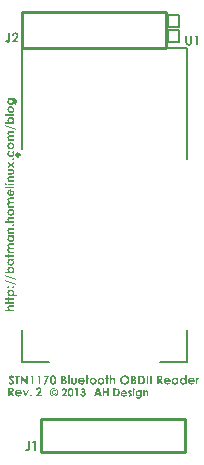
<source format=gto>
%FSAX24Y24*%
%MOIN*%
G70*
G01*
G75*
G04 Layer_Color=65535*
%ADD10R,0.0512X0.0315*%
%ADD11R,0.0315X0.0512*%
%ADD12C,0.0197*%
%ADD13C,0.0080*%
%ADD14C,0.0150*%
%ADD15C,0.0250*%
%ADD16C,0.0350*%
%ADD17C,0.0060*%
%ADD18C,0.0300*%
%ADD19C,0.0200*%
%ADD20C,0.0100*%
%ADD21C,0.0430*%
%ADD22R,0.0430X0.0430*%
%ADD23C,0.0270*%
%ADD24R,0.0300X0.0350*%
%ADD25R,0.0394X0.0354*%
%ADD26R,0.0350X0.0300*%
%ADD27R,0.0450X0.0500*%
%ADD28R,0.0354X0.0315*%
%ADD29R,0.1063X0.0512*%
%ADD30R,0.0748X0.0217*%
%ADD31R,0.0217X0.0748*%
%ADD32R,0.0551X0.0453*%
%ADD33C,0.0120*%
%ADD34C,0.0079*%
%ADD35C,0.0070*%
G36*
X068274Y038222D02*
X068277D01*
X068280Y038222D01*
X068286Y038221D01*
X068294Y038219D01*
X068303Y038217D01*
X068311Y038213D01*
X068319Y038208D01*
X068320D01*
X068320Y038207D01*
X068323Y038206D01*
X068327Y038203D01*
X068331Y038198D01*
X068337Y038191D01*
X068342Y038184D01*
X068348Y038175D01*
X068352Y038165D01*
Y038164D01*
X068353Y038163D01*
X068353Y038162D01*
X068354Y038159D01*
X068355Y038156D01*
X068356Y038153D01*
X068357Y038148D01*
X068358Y038143D01*
X068359Y038138D01*
X068360Y038132D01*
X068361Y038125D01*
X068362Y038118D01*
X068362Y038110D01*
X068363Y038101D01*
X068364Y038092D01*
Y038083D01*
Y038082D01*
Y038080D01*
Y038078D01*
Y038074D01*
X068363Y038069D01*
Y038064D01*
X068363Y038059D01*
X068362Y038053D01*
X068361Y038039D01*
X068359Y038026D01*
X068356Y038012D01*
X068354Y038006D01*
X068352Y038000D01*
Y038000D01*
X068351Y037999D01*
X068350Y037997D01*
X068350Y037995D01*
X068348Y037993D01*
X068347Y037990D01*
X068343Y037984D01*
X068339Y037977D01*
X068334Y037970D01*
X068328Y037963D01*
X068320Y037957D01*
X068320D01*
X068320Y037957D01*
X068318Y037956D01*
X068317Y037955D01*
X068313Y037953D01*
X068307Y037950D01*
X068300Y037947D01*
X068291Y037945D01*
X068282Y037944D01*
X068271Y037943D01*
X068268D01*
X068266Y037944D01*
X068263D01*
X068260Y037944D01*
X068253Y037945D01*
X068245Y037947D01*
X068237Y037949D01*
X068228Y037952D01*
X068220Y037957D01*
X068220D01*
X068219Y037958D01*
X068217Y037960D01*
X068213Y037963D01*
X068209Y037967D01*
X068204Y037973D01*
X068198Y037981D01*
X068193Y037989D01*
X068188Y037999D01*
Y037999D01*
X068188Y038000D01*
X068187Y038002D01*
X068187Y038005D01*
X068186Y038007D01*
X068184Y038011D01*
X068184Y038015D01*
X068183Y038020D01*
X068182Y038025D01*
X068181Y038032D01*
X068179Y038038D01*
X068179Y038045D01*
X068178Y038053D01*
X068177Y038061D01*
X068177Y038071D01*
Y038080D01*
Y038081D01*
Y038081D01*
Y038084D01*
Y038087D01*
X068177Y038092D01*
X068178Y038098D01*
X068178Y038105D01*
X068179Y038113D01*
X068180Y038121D01*
X068182Y038138D01*
X068187Y038156D01*
X068189Y038165D01*
X068192Y038173D01*
X068196Y038180D01*
X068199Y038187D01*
X068200Y038187D01*
X068201Y038188D01*
X068202Y038190D01*
X068204Y038193D01*
X068207Y038195D01*
X068210Y038198D01*
X068213Y038201D01*
X068218Y038205D01*
X068222Y038208D01*
X068227Y038212D01*
X068233Y038215D01*
X068239Y038217D01*
X068246Y038220D01*
X068253Y038221D01*
X068261Y038222D01*
X068269Y038223D01*
X068272D01*
X068274Y038222D01*
D02*
G37*
G36*
X067219Y038253D02*
X067226Y038252D01*
X067233Y038250D01*
X067241Y038248D01*
X067249Y038245D01*
X067257Y038242D01*
X067258D01*
X067258Y038241D01*
X067260Y038239D01*
X067264Y038237D01*
X067269Y038233D01*
X067274Y038229D01*
X067280Y038223D01*
X067285Y038216D01*
X067290Y038209D01*
X067291Y038208D01*
X067292Y038205D01*
X067295Y038201D01*
X067297Y038195D01*
X067299Y038189D01*
X067301Y038181D01*
X067302Y038174D01*
X067303Y038165D01*
Y038165D01*
Y038164D01*
Y038163D01*
Y038161D01*
X067302Y038158D01*
X067302Y038156D01*
X067301Y038148D01*
X067299Y038140D01*
X067296Y038130D01*
X067293Y038120D01*
X067288Y038108D01*
Y038108D01*
X067287Y038107D01*
X067286Y038105D01*
X067285Y038103D01*
X067283Y038100D01*
X067281Y038097D01*
X067278Y038093D01*
X067275Y038088D01*
X067271Y038083D01*
X067267Y038078D01*
X067263Y038072D01*
X067258Y038066D01*
X067252Y038059D01*
X067246Y038052D01*
X067240Y038045D01*
X067233Y038037D01*
X067199Y038002D01*
X067305D01*
Y037950D01*
X067100D01*
Y037977D01*
X067191Y038070D01*
X067191Y038071D01*
X067192Y038072D01*
X067194Y038073D01*
X067197Y038076D01*
X067199Y038078D01*
X067202Y038082D01*
X067209Y038090D01*
X067216Y038098D01*
X067224Y038107D01*
X067230Y038115D01*
X067233Y038120D01*
X067235Y038124D01*
Y038124D01*
X067236Y038125D01*
X067237Y038127D01*
X067239Y038131D01*
X067241Y038136D01*
X067243Y038142D01*
X067245Y038148D01*
X067246Y038155D01*
X067246Y038161D01*
Y038162D01*
Y038163D01*
X067246Y038167D01*
X067245Y038171D01*
X067244Y038175D01*
X067241Y038180D01*
X067239Y038185D01*
X067235Y038189D01*
X067234Y038189D01*
X067233Y038191D01*
X067230Y038193D01*
X067227Y038195D01*
X067223Y038197D01*
X067218Y038199D01*
X067212Y038200D01*
X067206Y038200D01*
X067203D01*
X067199Y038199D01*
X067195Y038199D01*
X067190Y038197D01*
X067185Y038194D01*
X067180Y038191D01*
X067175Y038187D01*
X067175Y038186D01*
X067173Y038184D01*
X067172Y038181D01*
X067169Y038177D01*
X067167Y038172D01*
X067165Y038166D01*
X067163Y038158D01*
X067163Y038151D01*
X067108D01*
Y038151D01*
Y038153D01*
X067108Y038155D01*
X067109Y038158D01*
X067109Y038163D01*
X067110Y038167D01*
X067111Y038172D01*
X067112Y038178D01*
X067116Y038190D01*
X067118Y038196D01*
X067121Y038202D01*
X067124Y038208D01*
X067128Y038214D01*
X067132Y038220D01*
X067137Y038225D01*
X067138Y038226D01*
X067139Y038227D01*
X067140Y038228D01*
X067143Y038230D01*
X067145Y038232D01*
X067149Y038234D01*
X067153Y038236D01*
X067157Y038239D01*
X067162Y038242D01*
X067167Y038244D01*
X067173Y038247D01*
X067180Y038249D01*
X067186Y038250D01*
X067194Y038252D01*
X067202Y038253D01*
X067209Y038253D01*
X067214D01*
X067219Y038253D01*
D02*
G37*
G36*
X066798Y037950D02*
X066762D01*
X066669Y038169D01*
X066725D01*
X066780Y038039D01*
X066836Y038169D01*
X066892D01*
X066798Y037950D01*
D02*
G37*
G36*
X068511D02*
X068461D01*
Y038169D01*
X068406D01*
X068435Y038216D01*
X068511D01*
Y037950D01*
D02*
G37*
G36*
X068074Y038222D02*
X068080Y038222D01*
X068086Y038220D01*
X068093Y038218D01*
X068101Y038216D01*
X068108Y038212D01*
X068108D01*
X068109Y038212D01*
X068111Y038210D01*
X068115Y038208D01*
X068119Y038205D01*
X068123Y038201D01*
X068128Y038196D01*
X068133Y038190D01*
X068138Y038183D01*
X068138Y038182D01*
X068140Y038180D01*
X068142Y038176D01*
X068144Y038171D01*
X068145Y038165D01*
X068147Y038158D01*
X068149Y038151D01*
X068149Y038144D01*
Y038143D01*
Y038143D01*
Y038141D01*
Y038140D01*
X068149Y038138D01*
X068148Y038135D01*
X068147Y038128D01*
X068146Y038121D01*
X068143Y038112D01*
X068140Y038103D01*
X068135Y038093D01*
Y038092D01*
X068135Y038091D01*
X068134Y038090D01*
X068133Y038088D01*
X068131Y038085D01*
X068129Y038082D01*
X068127Y038079D01*
X068124Y038074D01*
X068121Y038070D01*
X068117Y038065D01*
X068113Y038060D01*
X068109Y038054D01*
X068104Y038048D01*
X068098Y038042D01*
X068093Y038035D01*
X068086Y038028D01*
X068055Y037997D01*
X068151D01*
Y037950D01*
X067966D01*
Y037974D01*
X068048Y038058D01*
X068049Y038059D01*
X068050Y038059D01*
X068051Y038061D01*
X068053Y038063D01*
X068055Y038066D01*
X068058Y038069D01*
X068065Y038076D01*
X068071Y038083D01*
X068078Y038091D01*
X068084Y038099D01*
X068086Y038103D01*
X068088Y038106D01*
Y038107D01*
X068089Y038107D01*
X068090Y038110D01*
X068092Y038113D01*
X068093Y038118D01*
X068095Y038123D01*
X068097Y038128D01*
X068098Y038134D01*
X068098Y038140D01*
Y038141D01*
Y038142D01*
X068098Y038145D01*
X068097Y038149D01*
X068096Y038153D01*
X068094Y038157D01*
X068091Y038161D01*
X068088Y038165D01*
X068088Y038165D01*
X068086Y038167D01*
X068084Y038168D01*
X068081Y038170D01*
X068077Y038172D01*
X068073Y038174D01*
X068068Y038175D01*
X068062Y038175D01*
X068059D01*
X068056Y038175D01*
X068052Y038174D01*
X068048Y038173D01*
X068043Y038170D01*
X068038Y038167D01*
X068034Y038163D01*
X068034Y038163D01*
X068033Y038161D01*
X068031Y038158D01*
X068029Y038154D01*
X068027Y038150D01*
X068025Y038144D01*
X068023Y038138D01*
X068023Y038131D01*
X067974D01*
Y038131D01*
Y038133D01*
X067974Y038135D01*
X067974Y038138D01*
X067975Y038141D01*
X067975Y038146D01*
X067976Y038150D01*
X067978Y038155D01*
X067981Y038166D01*
X067983Y038171D01*
X067986Y038177D01*
X067989Y038183D01*
X067992Y038188D01*
X067996Y038193D01*
X068000Y038198D01*
X068001Y038198D01*
X068001Y038199D01*
X068003Y038200D01*
X068005Y038202D01*
X068007Y038204D01*
X068010Y038206D01*
X068014Y038208D01*
X068018Y038210D01*
X068022Y038213D01*
X068027Y038215D01*
X068033Y038217D01*
X068038Y038219D01*
X068044Y038220D01*
X068051Y038222D01*
X068058Y038222D01*
X068065Y038223D01*
X068069D01*
X068074Y038222D01*
D02*
G37*
G36*
X067725Y038225D02*
X067728D01*
X067732Y038224D01*
X067736Y038223D01*
X067741Y038222D01*
X067752Y038220D01*
X067763Y038217D01*
X067776Y038212D01*
X067782Y038210D01*
X067788Y038206D01*
X067788D01*
X067789Y038205D01*
X067791Y038204D01*
X067793Y038203D01*
X067796Y038201D01*
X067799Y038199D01*
X067806Y038193D01*
X067815Y038185D01*
X067823Y038177D01*
X067831Y038167D01*
X067839Y038156D01*
X067839Y038155D01*
X067840Y038154D01*
X067840Y038152D01*
X067842Y038150D01*
X067843Y038147D01*
X067845Y038143D01*
X067846Y038140D01*
X067848Y038135D01*
X067850Y038130D01*
X067852Y038125D01*
X067855Y038113D01*
X067857Y038101D01*
X067857Y038094D01*
Y038087D01*
Y038086D01*
Y038085D01*
Y038083D01*
X067857Y038081D01*
Y038077D01*
X067857Y038074D01*
X067856Y038069D01*
X067855Y038064D01*
X067853Y038054D01*
X067850Y038042D01*
X067845Y038030D01*
X067842Y038024D01*
X067839Y038018D01*
Y038017D01*
X067838Y038017D01*
X067837Y038015D01*
X067835Y038012D01*
X067833Y038010D01*
X067831Y038007D01*
X067825Y037999D01*
X067818Y037991D01*
X067809Y037983D01*
X067799Y037975D01*
X067788Y037967D01*
X067787D01*
X067786Y037966D01*
X067784Y037965D01*
X067782Y037964D01*
X067779Y037963D01*
X067776Y037961D01*
X067771Y037960D01*
X067767Y037958D01*
X067762Y037956D01*
X067757Y037955D01*
X067745Y037952D01*
X067732Y037950D01*
X067726Y037949D01*
X067719Y037949D01*
X067715D01*
X067712Y037949D01*
X067709D01*
X067705Y037950D01*
X067701Y037950D01*
X067696Y037951D01*
X067685Y037953D01*
X067674Y037957D01*
X067662Y037961D01*
X067655Y037964D01*
X067649Y037967D01*
X067649Y037967D01*
X067648Y037968D01*
X067646Y037969D01*
X067644Y037970D01*
X067641Y037972D01*
X067638Y037975D01*
X067631Y037980D01*
X067622Y037988D01*
X067614Y037996D01*
X067606Y038007D01*
X067598Y038018D01*
Y038018D01*
X067597Y038019D01*
X067597Y038021D01*
X067595Y038023D01*
X067594Y038027D01*
X067592Y038030D01*
X067591Y038034D01*
X067589Y038039D01*
X067587Y038044D01*
X067586Y038049D01*
X067583Y038061D01*
X067581Y038073D01*
X067580Y038080D01*
X067580Y038087D01*
Y038087D01*
Y038089D01*
Y038091D01*
X067580Y038093D01*
Y038096D01*
X067581Y038100D01*
X067582Y038105D01*
X067583Y038109D01*
X067585Y038120D01*
X067588Y038131D01*
X067592Y038143D01*
X067595Y038150D01*
X067598Y038156D01*
X067599Y038156D01*
X067599Y038157D01*
X067600Y038158D01*
X067602Y038161D01*
X067604Y038163D01*
X067606Y038167D01*
X067612Y038174D01*
X067619Y038182D01*
X067627Y038190D01*
X067638Y038199D01*
X067649Y038206D01*
X067649Y038207D01*
X067651Y038207D01*
X067652Y038208D01*
X067654Y038209D01*
X067658Y038210D01*
X067661Y038212D01*
X067665Y038214D01*
X067670Y038216D01*
X067675Y038217D01*
X067680Y038219D01*
X067692Y038222D01*
X067705Y038224D01*
X067711Y038225D01*
X067722D01*
X067725Y038225D01*
D02*
G37*
G36*
X066303Y038653D02*
X066308Y038652D01*
X066315Y038650D01*
X066322Y038648D01*
X066329Y038646D01*
X066337Y038642D01*
X066337D01*
X066338Y038642D01*
X066340Y038641D01*
X066345Y038638D01*
X066350Y038634D01*
X066357Y038629D01*
X066364Y038623D01*
X066372Y038614D01*
X066381Y038605D01*
X066339Y038568D01*
X066338Y038569D01*
X066338Y038569D01*
X066336Y038571D01*
X066335Y038573D01*
X066331Y038578D01*
X066325Y038583D01*
X066318Y038589D01*
X066311Y038594D01*
X066307Y038596D01*
X066303Y038597D01*
X066298Y038598D01*
X066294Y038599D01*
X066292D01*
X066291Y038598D01*
X066288Y038598D01*
X066282Y038596D01*
X066279Y038594D01*
X066276Y038593D01*
X066276Y038592D01*
X066275Y038592D01*
X066273Y038589D01*
X066270Y038584D01*
X066270Y038582D01*
X066269Y038579D01*
Y038579D01*
Y038578D01*
X066270Y038576D01*
Y038575D01*
X066271Y038570D01*
X066274Y038565D01*
X066274Y038564D01*
X066276Y038563D01*
X066278Y038561D01*
X066282Y038557D01*
X066287Y038552D01*
X066291Y038549D01*
X066294Y038545D01*
X066298Y038541D01*
X066303Y038537D01*
X066309Y038532D01*
X066315Y038527D01*
X066315Y038526D01*
X066316Y038526D01*
X066318Y038525D01*
X066320Y038523D01*
X066326Y038518D01*
X066332Y038513D01*
X066339Y038507D01*
X066345Y038502D01*
X066351Y038496D01*
X066353Y038495D01*
X066354Y038493D01*
X066355Y038492D01*
X066357Y038490D01*
X066360Y038487D01*
X066364Y038483D01*
X066368Y038478D01*
X066372Y038472D01*
X066375Y038466D01*
X066378Y038460D01*
X066379Y038459D01*
X066380Y038458D01*
X066381Y038454D01*
X066382Y038450D01*
X066383Y038445D01*
X066385Y038439D01*
X066385Y038433D01*
X066386Y038426D01*
Y038425D01*
Y038424D01*
Y038422D01*
X066385Y038420D01*
X066385Y038417D01*
X066384Y038413D01*
X066382Y038405D01*
X066380Y038395D01*
X066375Y038386D01*
X066372Y038380D01*
X066369Y038375D01*
X066365Y038371D01*
X066360Y038366D01*
X066360Y038366D01*
X066359Y038365D01*
X066358Y038364D01*
X066356Y038362D01*
X066353Y038361D01*
X066350Y038359D01*
X066347Y038356D01*
X066343Y038355D01*
X066338Y038352D01*
X066334Y038350D01*
X066322Y038346D01*
X066309Y038344D01*
X066302Y038343D01*
X066295Y038343D01*
X066291D01*
X066290Y038343D01*
X066287D01*
X066284Y038344D01*
X066276Y038344D01*
X066267Y038346D01*
X066258Y038349D01*
X066249Y038353D01*
X066240Y038358D01*
X066239D01*
X066239Y038359D01*
X066236Y038361D01*
X066231Y038365D01*
X066226Y038370D01*
X066220Y038377D01*
X066213Y038385D01*
X066206Y038395D01*
X066200Y038407D01*
X066247Y038435D01*
X066248Y038435D01*
X066248Y038434D01*
X066249Y038432D01*
X066251Y038429D01*
X066255Y038423D01*
X066261Y038416D01*
X066268Y038409D01*
X066277Y038402D01*
X066281Y038400D01*
X066286Y038398D01*
X066291Y038397D01*
X066296Y038396D01*
X066298D01*
X066301Y038397D01*
X066304Y038397D01*
X066308Y038398D01*
X066312Y038400D01*
X066316Y038402D01*
X066320Y038405D01*
X066321Y038405D01*
X066322Y038406D01*
X066323Y038408D01*
X066325Y038410D01*
X066327Y038413D01*
X066329Y038416D01*
X066330Y038420D01*
X066330Y038424D01*
Y038424D01*
Y038426D01*
X066330Y038428D01*
X066329Y038430D01*
X066328Y038433D01*
X066327Y038436D01*
X066325Y038440D01*
X066322Y038444D01*
X066322Y038444D01*
X066321Y038446D01*
X066319Y038448D01*
X066315Y038452D01*
X066311Y038456D01*
X066306Y038461D01*
X066299Y038467D01*
X066290Y038475D01*
X066290Y038475D01*
X066288Y038477D01*
X066285Y038478D01*
X066282Y038481D01*
X066279Y038484D01*
X066274Y038488D01*
X066264Y038497D01*
X066254Y038507D01*
X066243Y038517D01*
X066239Y038522D01*
X066234Y038526D01*
X066230Y038531D01*
X066228Y038535D01*
Y038536D01*
X066227Y038536D01*
X066225Y038539D01*
X066224Y038543D01*
X066221Y038549D01*
X066218Y038555D01*
X066216Y038563D01*
X066214Y038570D01*
X066214Y038578D01*
Y038579D01*
Y038580D01*
Y038581D01*
X066214Y038583D01*
X066215Y038586D01*
X066215Y038589D01*
X066217Y038596D01*
X066219Y038605D01*
X066224Y038613D01*
X066226Y038618D01*
X066230Y038622D01*
X066233Y038627D01*
X066237Y038631D01*
X066237Y038631D01*
X066238Y038632D01*
X066239Y038633D01*
X066241Y038635D01*
X066243Y038636D01*
X066246Y038638D01*
X066253Y038642D01*
X066261Y038646D01*
X066271Y038650D01*
X066282Y038652D01*
X066288Y038653D01*
X066295Y038653D01*
X066298D01*
X066303Y038653D01*
D02*
G37*
G36*
X072139Y038350D02*
X072084D01*
Y038373D01*
X072084Y038373D01*
X072082Y038371D01*
X072078Y038368D01*
X072074Y038365D01*
X072070Y038361D01*
X072064Y038357D01*
X072058Y038354D01*
X072052Y038351D01*
X072051Y038350D01*
X072049Y038350D01*
X072046Y038349D01*
X072042Y038348D01*
X072036Y038346D01*
X072030Y038345D01*
X072024Y038345D01*
X072017Y038344D01*
X072013D01*
X072010Y038345D01*
X072006Y038345D01*
X072002Y038346D01*
X071997Y038347D01*
X071992Y038349D01*
X071987Y038350D01*
X071981Y038352D01*
X071975Y038355D01*
X071968Y038358D01*
X071962Y038362D01*
X071956Y038367D01*
X071950Y038372D01*
X071944Y038377D01*
X071943Y038378D01*
X071942Y038379D01*
X071941Y038380D01*
X071939Y038383D01*
X071936Y038386D01*
X071934Y038390D01*
X071931Y038395D01*
X071928Y038400D01*
X071925Y038405D01*
X071922Y038411D01*
X071920Y038418D01*
X071918Y038425D01*
X071915Y038433D01*
X071914Y038441D01*
X071913Y038450D01*
X071913Y038459D01*
Y038459D01*
Y038461D01*
Y038464D01*
X071913Y038467D01*
X071914Y038472D01*
X071914Y038477D01*
X071915Y038482D01*
X071916Y038488D01*
X071920Y038501D01*
X071922Y038508D01*
X071925Y038515D01*
X071928Y038522D01*
X071933Y038529D01*
X071937Y038535D01*
X071942Y038542D01*
X071943Y038542D01*
X071944Y038543D01*
X071945Y038544D01*
X071948Y038547D01*
X071951Y038549D01*
X071954Y038552D01*
X071958Y038555D01*
X071963Y038558D01*
X071968Y038561D01*
X071973Y038564D01*
X071986Y038569D01*
X071993Y038571D01*
X072000Y038573D01*
X072007Y038574D01*
X072015Y038574D01*
X072018D01*
X072023Y038574D01*
X072027Y038573D01*
X072033Y038572D01*
X072039Y038571D01*
X072046Y038569D01*
X072052Y038567D01*
X072053Y038566D01*
X072055Y038565D01*
X072059Y038563D01*
X072063Y038561D01*
X072068Y038558D01*
X072073Y038554D01*
X072079Y038550D01*
X072084Y038544D01*
Y038653D01*
X072139D01*
Y038350D01*
D02*
G37*
G36*
X072544Y038574D02*
X072547Y038573D01*
X072550Y038573D01*
X072554Y038572D01*
X072558Y038570D01*
X072562Y038568D01*
X072545Y038521D01*
X072545Y038521D01*
X072544Y038522D01*
X072542Y038523D01*
X072540Y038524D01*
X072534Y038525D01*
X072532Y038526D01*
X072528D01*
X072525Y038525D01*
X072522Y038524D01*
X072519Y038522D01*
X072515Y038520D01*
X072511Y038515D01*
X072508Y038510D01*
X072508Y038509D01*
X072507Y038507D01*
X072506Y038505D01*
X072505Y038503D01*
X072505Y038500D01*
X072504Y038497D01*
X072503Y038493D01*
X072503Y038489D01*
X072502Y038484D01*
X072501Y038478D01*
X072501Y038472D01*
X072500Y038465D01*
X072500Y038457D01*
Y038449D01*
X072500Y038438D01*
Y038350D01*
X072445D01*
Y038569D01*
X072493D01*
Y038541D01*
X072494Y038542D01*
X072495Y038544D01*
X072496Y038546D01*
X072498Y038550D01*
X072501Y038554D01*
X072505Y038558D01*
X072509Y038562D01*
X072513Y038565D01*
X072513Y038566D01*
X072515Y038567D01*
X072517Y038568D01*
X072521Y038570D01*
X072525Y038571D01*
X072529Y038573D01*
X072534Y038574D01*
X072540Y038574D01*
X072542D01*
X072544Y038574D01*
D02*
G37*
G36*
X066272Y038245D02*
X066276D01*
X066281Y038245D01*
X066287D01*
X066298Y038243D01*
X066309Y038242D01*
X066321Y038240D01*
X066325Y038238D01*
X066329Y038237D01*
X066330D01*
X066330Y038236D01*
X066333Y038235D01*
X066337Y038233D01*
X066341Y038230D01*
X066346Y038226D01*
X066352Y038221D01*
X066358Y038215D01*
X066363Y038208D01*
X066363Y038207D01*
X066364Y038204D01*
X066367Y038200D01*
X066369Y038194D01*
X066371Y038187D01*
X066374Y038179D01*
X066375Y038170D01*
X066376Y038160D01*
Y038159D01*
Y038158D01*
Y038157D01*
Y038155D01*
X066375Y038150D01*
X066374Y038143D01*
X066372Y038135D01*
X066370Y038127D01*
X066366Y038119D01*
X066361Y038111D01*
X066361Y038110D01*
X066358Y038108D01*
X066355Y038104D01*
X066351Y038100D01*
X066345Y038095D01*
X066338Y038090D01*
X066329Y038085D01*
X066319Y038081D01*
X066389Y037950D01*
X066328D01*
X066261Y038075D01*
X066256D01*
Y037950D01*
X066200D01*
Y038246D01*
X066267D01*
X066272Y038245D01*
D02*
G37*
G36*
X066958Y038007D02*
X066961Y038006D01*
X066964Y038005D01*
X066968Y038004D01*
X066972Y038001D01*
X066975Y037998D01*
X066976Y037998D01*
X066977Y037996D01*
X066978Y037994D01*
X066980Y037992D01*
X066982Y037989D01*
X066984Y037985D01*
X066984Y037980D01*
X066985Y037976D01*
Y037975D01*
Y037974D01*
X066984Y037971D01*
X066984Y037968D01*
X066983Y037964D01*
X066981Y037961D01*
X066978Y037957D01*
X066975Y037953D01*
X066975Y037953D01*
X066973Y037952D01*
X066972Y037950D01*
X066969Y037949D01*
X066966Y037947D01*
X066962Y037946D01*
X066958Y037945D01*
X066953Y037944D01*
X066951D01*
X066948Y037945D01*
X066946Y037945D01*
X066942Y037947D01*
X066938Y037948D01*
X066935Y037950D01*
X066931Y037953D01*
X066930Y037954D01*
X066929Y037955D01*
X066928Y037957D01*
X066926Y037960D01*
X066924Y037963D01*
X066923Y037967D01*
X066922Y037971D01*
X066922Y037976D01*
Y037976D01*
Y037978D01*
X066922Y037980D01*
X066923Y037984D01*
X066924Y037987D01*
X066925Y037991D01*
X066928Y037994D01*
X066931Y037998D01*
X066931Y037999D01*
X066933Y037999D01*
X066935Y038001D01*
X066937Y038003D01*
X066941Y038005D01*
X066944Y038006D01*
X066948Y038007D01*
X066953Y038007D01*
X066955D01*
X066958Y038007D01*
D02*
G37*
G36*
X066540Y038174D02*
X066544Y038173D01*
X066549Y038172D01*
X066555Y038171D01*
X066561Y038170D01*
X066568Y038168D01*
X066575Y038166D01*
X066582Y038163D01*
X066589Y038160D01*
X066595Y038156D01*
X066602Y038152D01*
X066609Y038147D01*
X066615Y038141D01*
X066616Y038140D01*
X066617Y038139D01*
X066618Y038138D01*
X066620Y038135D01*
X066623Y038132D01*
X066625Y038127D01*
X066629Y038123D01*
X066632Y038118D01*
X066635Y038112D01*
X066638Y038105D01*
X066640Y038098D01*
X066643Y038090D01*
X066645Y038082D01*
X066646Y038073D01*
X066647Y038064D01*
X066648Y038054D01*
X066647Y038044D01*
X066472D01*
Y038043D01*
Y038043D01*
X066473Y038040D01*
X066473Y038035D01*
X066475Y038030D01*
X066478Y038024D01*
X066482Y038018D01*
X066486Y038012D01*
X066492Y038006D01*
X066492Y038006D01*
X066495Y038004D01*
X066498Y038002D01*
X066503Y037999D01*
X066509Y037997D01*
X066516Y037995D01*
X066524Y037993D01*
X066534Y037992D01*
X066537D01*
X066539Y037993D01*
X066541D01*
X066545Y037993D01*
X066552Y037995D01*
X066560Y037998D01*
X066569Y038001D01*
X066578Y038007D01*
X066582Y038010D01*
X066586Y038014D01*
X066632Y037992D01*
Y037992D01*
X066632Y037991D01*
X066631Y037990D01*
X066629Y037988D01*
X066625Y037984D01*
X066621Y037978D01*
X066614Y037973D01*
X066607Y037967D01*
X066600Y037961D01*
X066591Y037956D01*
X066590D01*
X066590Y037956D01*
X066589Y037955D01*
X066587Y037954D01*
X066584Y037953D01*
X066582Y037952D01*
X066575Y037950D01*
X066566Y037948D01*
X066557Y037946D01*
X066546Y037945D01*
X066534Y037944D01*
X066529D01*
X066526Y037945D01*
X066521Y037945D01*
X066516Y037946D01*
X066510Y037947D01*
X066504Y037949D01*
X066498Y037950D01*
X066491Y037952D01*
X066484Y037955D01*
X066477Y037958D01*
X066470Y037962D01*
X066463Y037966D01*
X066457Y037971D01*
X066450Y037977D01*
X066450Y037977D01*
X066449Y037978D01*
X066448Y037980D01*
X066445Y037983D01*
X066443Y037986D01*
X066440Y037990D01*
X066437Y037994D01*
X066435Y037999D01*
X066431Y038005D01*
X066429Y038011D01*
X066426Y038017D01*
X066424Y038024D01*
X066421Y038032D01*
X066420Y038040D01*
X066419Y038049D01*
X066419Y038058D01*
Y038058D01*
Y038060D01*
Y038063D01*
X066419Y038066D01*
X066419Y038070D01*
X066420Y038075D01*
X066421Y038081D01*
X066423Y038087D01*
X066424Y038093D01*
X066426Y038100D01*
X066429Y038107D01*
X066432Y038114D01*
X066436Y038121D01*
X066440Y038128D01*
X066445Y038134D01*
X066450Y038141D01*
X066451Y038141D01*
X066452Y038142D01*
X066454Y038144D01*
X066456Y038146D01*
X066459Y038149D01*
X066463Y038151D01*
X066467Y038154D01*
X066473Y038157D01*
X066478Y038161D01*
X066485Y038163D01*
X066491Y038166D01*
X066498Y038169D01*
X066506Y038171D01*
X066514Y038173D01*
X066522Y038174D01*
X066531Y038174D01*
X066536D01*
X066540Y038174D01*
D02*
G37*
G36*
X070802Y038151D02*
X070805D01*
X070808Y038151D01*
X070814Y038149D01*
X070822Y038147D01*
X070830Y038143D01*
X070835Y038141D01*
X070839Y038138D01*
X070843Y038135D01*
X070847Y038131D01*
X070848Y038130D01*
X070850Y038128D01*
X070852Y038124D01*
X070855Y038118D01*
X070859Y038111D01*
X070861Y038102D01*
X070863Y038092D01*
X070864Y038080D01*
Y037950D01*
X070815D01*
Y038036D01*
Y038036D01*
Y038037D01*
Y038039D01*
Y038042D01*
Y038044D01*
Y038047D01*
X070814Y038055D01*
X070814Y038063D01*
X070813Y038070D01*
X070813Y038077D01*
X070812Y038080D01*
X070811Y038082D01*
Y038083D01*
X070811Y038084D01*
X070810Y038086D01*
X070809Y038089D01*
X070805Y038095D01*
X070803Y038098D01*
X070800Y038100D01*
X070800Y038101D01*
X070799Y038101D01*
X070797Y038102D01*
X070795Y038103D01*
X070792Y038104D01*
X070789Y038106D01*
X070785Y038106D01*
X070781Y038106D01*
X070778D01*
X070776Y038106D01*
X070772Y038105D01*
X070768Y038104D01*
X070764Y038102D01*
X070760Y038099D01*
X070756Y038096D01*
X070755Y038096D01*
X070754Y038094D01*
X070752Y038092D01*
X070750Y038089D01*
X070748Y038085D01*
X070745Y038080D01*
X070743Y038075D01*
X070741Y038069D01*
Y038068D01*
X070741Y038066D01*
X070740Y038064D01*
Y038060D01*
X070740Y038055D01*
X070739Y038052D01*
Y038048D01*
X070739Y038044D01*
Y038039D01*
Y038034D01*
Y038029D01*
Y037950D01*
X070689D01*
Y038147D01*
X070739D01*
Y038126D01*
X070740Y038127D01*
X070742Y038129D01*
X070745Y038131D01*
X070749Y038134D01*
X070754Y038137D01*
X070759Y038141D01*
X070764Y038143D01*
X070769Y038146D01*
X070770Y038146D01*
X070771Y038147D01*
X070774Y038148D01*
X070778Y038149D01*
X070782Y038150D01*
X070787Y038151D01*
X070792Y038151D01*
X070797Y038152D01*
X070800D01*
X070802Y038151D01*
D02*
G37*
G36*
X069537Y037950D02*
X069486D01*
Y038067D01*
X069397D01*
Y037950D01*
X069345D01*
Y038216D01*
X069397D01*
Y038116D01*
X069486D01*
Y038216D01*
X069537D01*
Y037950D01*
D02*
G37*
G36*
X070255Y038151D02*
X070260Y038151D01*
X070265Y038150D01*
X070271Y038148D01*
X070278Y038146D01*
X070284Y038143D01*
X070285Y038143D01*
X070287Y038141D01*
X070290Y038140D01*
X070294Y038137D01*
X070298Y038133D01*
X070303Y038129D01*
X070308Y038124D01*
X070313Y038119D01*
X070282Y038088D01*
Y038089D01*
X070281Y038089D01*
X070279Y038091D01*
X070276Y038094D01*
X070271Y038097D01*
X070266Y038101D01*
X070260Y038103D01*
X070254Y038106D01*
X070251Y038106D01*
X070246D01*
X070244Y038106D01*
X070240Y038105D01*
X070236Y038103D01*
X070235Y038102D01*
X070234Y038100D01*
X070232Y038098D01*
X070231Y038096D01*
X070231Y038094D01*
Y038094D01*
X070231Y038092D01*
X070232Y038089D01*
X070234Y038087D01*
X070235Y038086D01*
X070236Y038086D01*
X070237Y038084D01*
X070239Y038083D01*
X070241Y038081D01*
X070244Y038080D01*
X070248Y038078D01*
X070267Y038069D01*
X070267D01*
X070268Y038068D01*
X070269Y038067D01*
X070271Y038066D01*
X070276Y038063D01*
X070282Y038060D01*
X070289Y038055D01*
X070295Y038051D01*
X070301Y038045D01*
X070306Y038040D01*
X070306Y038039D01*
X070308Y038037D01*
X070309Y038034D01*
X070311Y038030D01*
X070313Y038025D01*
X070315Y038019D01*
X070316Y038013D01*
X070317Y038006D01*
Y038005D01*
Y038005D01*
Y038003D01*
X070316Y038002D01*
X070316Y037997D01*
X070314Y037990D01*
X070312Y037984D01*
X070308Y037976D01*
X070304Y037969D01*
X070300Y037965D01*
X070297Y037962D01*
X070297D01*
X070296Y037961D01*
X070295Y037960D01*
X070294Y037960D01*
X070289Y037957D01*
X070283Y037954D01*
X070276Y037950D01*
X070267Y037947D01*
X070257Y037946D01*
X070246Y037945D01*
X070244D01*
X070241Y037945D01*
X070239D01*
X070235Y037946D01*
X070231Y037947D01*
X070226Y037948D01*
X070221Y037949D01*
X070216Y037951D01*
X070210Y037953D01*
X070204Y037956D01*
X070199Y037959D01*
X070193Y037963D01*
X070188Y037967D01*
X070182Y037972D01*
X070177Y037978D01*
X070207Y038012D01*
X070208Y038011D01*
X070209Y038010D01*
X070211Y038008D01*
X070213Y038006D01*
X070216Y038003D01*
X070220Y038000D01*
X070228Y037995D01*
X070228Y037995D01*
X070230Y037994D01*
X070232Y037993D01*
X070235Y037992D01*
X070238Y037991D01*
X070241Y037990D01*
X070245Y037990D01*
X070248Y037989D01*
X070250D01*
X070252Y037990D01*
X070254D01*
X070259Y037991D01*
X070261Y037992D01*
X070264Y037994D01*
X070264Y037994D01*
X070265Y037995D01*
X070267Y037997D01*
X070269Y038000D01*
X070270Y038002D01*
X070270Y038005D01*
Y038005D01*
X070270Y038007D01*
X070269Y038009D01*
X070268Y038012D01*
X070265Y038015D01*
X070261Y038019D01*
X070258Y038020D01*
X070256Y038022D01*
X070252Y038024D01*
X070248Y038027D01*
X070232Y038035D01*
X070231Y038035D01*
X070230Y038036D01*
X070228Y038037D01*
X070224Y038039D01*
X070221Y038042D01*
X070217Y038044D01*
X070213Y038048D01*
X070208Y038052D01*
X070204Y038056D01*
X070199Y038060D01*
X070195Y038065D01*
X070192Y038071D01*
X070189Y038076D01*
X070187Y038082D01*
X070185Y038089D01*
X070184Y038095D01*
Y038096D01*
Y038096D01*
Y038097D01*
X070185Y038099D01*
X070185Y038103D01*
X070187Y038109D01*
X070189Y038115D01*
X070192Y038122D01*
X070196Y038128D01*
X070199Y038132D01*
X070202Y038135D01*
X070203D01*
X070203Y038136D01*
X070206Y038138D01*
X070209Y038141D01*
X070215Y038143D01*
X070221Y038146D01*
X070229Y038149D01*
X070238Y038151D01*
X070248Y038152D01*
X070251D01*
X070255Y038151D01*
D02*
G37*
G36*
X066219Y041099D02*
X066390D01*
Y041044D01*
X066219D01*
Y041015D01*
X066171D01*
Y041044D01*
X066091D01*
Y041099D01*
X066171D01*
Y041131D01*
X066219D01*
Y041099D01*
D02*
G37*
G36*
X066390Y040930D02*
X066281D01*
X066274Y040930D01*
X066265Y040929D01*
X066257Y040929D01*
X066249Y040928D01*
X066246Y040927D01*
X066243Y040926D01*
X066243D01*
X066241Y040925D01*
X066238Y040924D01*
X066236Y040924D01*
X066229Y040919D01*
X066226Y040917D01*
X066223Y040914D01*
X066223Y040913D01*
X066222Y040912D01*
X066221Y040911D01*
X066220Y040908D01*
X066219Y040905D01*
X066217Y040901D01*
X066217Y040897D01*
X066216Y040892D01*
Y040891D01*
Y040889D01*
X066217Y040886D01*
X066218Y040882D01*
X066219Y040878D01*
X066221Y040873D01*
X066224Y040868D01*
X066227Y040863D01*
X066228Y040863D01*
X066229Y040862D01*
X066232Y040860D01*
X066235Y040857D01*
X066239Y040855D01*
X066245Y040852D01*
X066250Y040849D01*
X066257Y040847D01*
X066258D01*
X066260Y040847D01*
X066262Y040846D01*
X066267D01*
X066273Y040846D01*
X066277Y040845D01*
X066281D01*
X066286Y040845D01*
X066390D01*
Y040790D01*
X066087D01*
Y040845D01*
X066194D01*
X066194Y040846D01*
X066192Y040848D01*
X066189Y040851D01*
X066186Y040855D01*
X066183Y040860D01*
X066179Y040865D01*
X066176Y040871D01*
X066173Y040877D01*
X066173Y040878D01*
X066172Y040880D01*
X066171Y040883D01*
X066170Y040887D01*
X066168Y040892D01*
X066167Y040898D01*
X066166Y040904D01*
X066166Y040910D01*
Y040911D01*
Y040912D01*
Y040913D01*
X066166Y040916D01*
Y040918D01*
X066167Y040922D01*
X066169Y040929D01*
X066171Y040938D01*
X066176Y040947D01*
X066178Y040951D01*
X066181Y040956D01*
X066184Y040960D01*
X066189Y040965D01*
X066189Y040966D01*
X066192Y040968D01*
X066197Y040971D01*
X066203Y040974D01*
X066211Y040978D01*
X066221Y040981D01*
X066232Y040983D01*
X066246Y040984D01*
X066390D01*
Y040930D01*
D02*
G37*
G36*
X070380Y038227D02*
X070383Y038227D01*
X070387Y038225D01*
X070390Y038224D01*
X070394Y038222D01*
X070397Y038218D01*
X070398Y038218D01*
X070399Y038217D01*
X070400Y038215D01*
X070402Y038212D01*
X070404Y038208D01*
X070405Y038205D01*
X070407Y038200D01*
X070407Y038195D01*
Y038195D01*
Y038193D01*
X070407Y038191D01*
X070406Y038188D01*
X070405Y038184D01*
X070403Y038180D01*
X070401Y038177D01*
X070397Y038173D01*
X070397Y038173D01*
X070396Y038172D01*
X070394Y038170D01*
X070391Y038168D01*
X070388Y038167D01*
X070385Y038165D01*
X070380Y038164D01*
X070376Y038164D01*
X070374D01*
X070371Y038164D01*
X070368Y038165D01*
X070365Y038166D01*
X070361Y038168D01*
X070357Y038170D01*
X070353Y038173D01*
X070353Y038173D01*
X070352Y038175D01*
X070350Y038177D01*
X070349Y038180D01*
X070347Y038183D01*
X070345Y038187D01*
X070345Y038191D01*
X070344Y038196D01*
Y038197D01*
Y038198D01*
X070345Y038201D01*
X070345Y038204D01*
X070346Y038207D01*
X070348Y038211D01*
X070350Y038215D01*
X070353Y038218D01*
X070354Y038219D01*
X070355Y038220D01*
X070357Y038221D01*
X070360Y038223D01*
X070363Y038225D01*
X070367Y038226D01*
X070371Y038227D01*
X070375Y038228D01*
X070377D01*
X070380Y038227D01*
D02*
G37*
G36*
X070055Y038151D02*
X070059Y038151D01*
X070064Y038150D01*
X070069Y038149D01*
X070075Y038148D01*
X070080Y038146D01*
X070087Y038144D01*
X070093Y038142D01*
X070099Y038139D01*
X070105Y038136D01*
X070112Y038132D01*
X070117Y038127D01*
X070123Y038122D01*
X070124Y038121D01*
X070125Y038121D01*
X070126Y038119D01*
X070128Y038116D01*
X070130Y038113D01*
X070132Y038110D01*
X070135Y038106D01*
X070138Y038101D01*
X070141Y038096D01*
X070143Y038090D01*
X070146Y038083D01*
X070148Y038076D01*
X070150Y038069D01*
X070151Y038061D01*
X070152Y038052D01*
X070152Y038044D01*
X070152Y038034D01*
X069994D01*
Y038034D01*
Y038034D01*
X069995Y038031D01*
X069996Y038027D01*
X069997Y038022D01*
X070000Y038017D01*
X070003Y038011D01*
X070007Y038006D01*
X070012Y038001D01*
X070013Y038000D01*
X070015Y037999D01*
X070018Y037997D01*
X070022Y037995D01*
X070028Y037992D01*
X070034Y037990D01*
X070041Y037989D01*
X070050Y037988D01*
X070053D01*
X070054Y037989D01*
X070057D01*
X070060Y037989D01*
X070066Y037991D01*
X070073Y037993D01*
X070081Y037996D01*
X070090Y038001D01*
X070093Y038004D01*
X070097Y038007D01*
X070139Y037988D01*
Y037987D01*
X070138Y037987D01*
X070137Y037986D01*
X070136Y037984D01*
X070132Y037980D01*
X070128Y037975D01*
X070122Y037970D01*
X070116Y037965D01*
X070109Y037960D01*
X070101Y037955D01*
X070101D01*
X070100Y037955D01*
X070099Y037955D01*
X070097Y037954D01*
X070095Y037953D01*
X070093Y037952D01*
X070087Y037950D01*
X070079Y037948D01*
X070070Y037947D01*
X070061Y037945D01*
X070050Y037945D01*
X070045D01*
X070043Y037945D01*
X070038Y037946D01*
X070034Y037947D01*
X070029Y037947D01*
X070023Y037949D01*
X070018Y037950D01*
X070011Y037952D01*
X070005Y037955D01*
X069999Y037957D01*
X069993Y037961D01*
X069986Y037965D01*
X069981Y037969D01*
X069975Y037974D01*
X069974Y037975D01*
X069974Y037975D01*
X069972Y037977D01*
X069970Y037980D01*
X069968Y037982D01*
X069966Y037986D01*
X069963Y037990D01*
X069961Y037994D01*
X069958Y037999D01*
X069955Y038005D01*
X069953Y038011D01*
X069951Y038017D01*
X069949Y038024D01*
X069947Y038031D01*
X069946Y038039D01*
X069946Y038047D01*
Y038047D01*
Y038049D01*
Y038052D01*
X069946Y038054D01*
X069947Y038058D01*
X069948Y038063D01*
X069949Y038068D01*
X069950Y038073D01*
X069951Y038079D01*
X069953Y038085D01*
X069955Y038091D01*
X069958Y038098D01*
X069961Y038104D01*
X069965Y038110D01*
X069970Y038116D01*
X069975Y038122D01*
X069975Y038122D01*
X069976Y038123D01*
X069978Y038125D01*
X069980Y038126D01*
X069983Y038129D01*
X069986Y038131D01*
X069990Y038134D01*
X069995Y038137D01*
X070000Y038140D01*
X070006Y038142D01*
X070011Y038145D01*
X070018Y038147D01*
X070025Y038149D01*
X070032Y038151D01*
X070040Y038151D01*
X070048Y038152D01*
X070052D01*
X070055Y038151D01*
D02*
G37*
G36*
X070534D02*
X070538Y038151D01*
X070543Y038150D01*
X070549Y038149D01*
X070554Y038148D01*
X070560Y038146D01*
X070561Y038145D01*
X070563Y038144D01*
X070566Y038143D01*
X070570Y038141D01*
X070574Y038138D01*
X070580Y038134D01*
X070585Y038130D01*
X070591Y038125D01*
Y038147D01*
X070640D01*
Y037978D01*
Y037977D01*
Y037976D01*
Y037973D01*
X070639Y037970D01*
Y037966D01*
X070638Y037961D01*
X070638Y037956D01*
X070637Y037950D01*
X070635Y037938D01*
X070631Y037926D01*
X070629Y037920D01*
X070626Y037915D01*
X070623Y037910D01*
X070619Y037905D01*
X070619Y037905D01*
X070618Y037904D01*
X070616Y037902D01*
X070614Y037900D01*
X070611Y037898D01*
X070608Y037895D01*
X070604Y037892D01*
X070599Y037889D01*
X070594Y037886D01*
X070588Y037883D01*
X070581Y037881D01*
X070574Y037878D01*
X070566Y037876D01*
X070557Y037874D01*
X070548Y037873D01*
X070538Y037873D01*
X070533D01*
X070531Y037873D01*
X070528D01*
X070521Y037874D01*
X070513Y037875D01*
X070506Y037876D01*
X070497Y037878D01*
X070489Y037881D01*
X070489D01*
X070489Y037881D01*
X070486Y037882D01*
X070482Y037883D01*
X070478Y037886D01*
X070473Y037889D01*
X070467Y037893D01*
X070461Y037897D01*
X070456Y037902D01*
X070456Y037903D01*
X070454Y037904D01*
X070451Y037907D01*
X070449Y037911D01*
X070445Y037916D01*
X070442Y037922D01*
X070439Y037929D01*
X070436Y037936D01*
X070491D01*
X070491Y037935D01*
X070492Y037935D01*
X070494Y037933D01*
X070496Y037931D01*
X070499Y037929D01*
X070502Y037927D01*
X070505Y037925D01*
X070509Y037923D01*
X070510D01*
X070511Y037922D01*
X070514Y037922D01*
X070517Y037921D01*
X070521Y037920D01*
X070526Y037919D01*
X070531Y037919D01*
X070536Y037918D01*
X070540D01*
X070543Y037919D01*
X070548Y037919D01*
X070553Y037920D01*
X070558Y037921D01*
X070563Y037923D01*
X070568Y037925D01*
X070569Y037925D01*
X070570Y037926D01*
X070573Y037927D01*
X070575Y037929D01*
X070578Y037931D01*
X070581Y037934D01*
X070584Y037937D01*
X070586Y037941D01*
X070586Y037941D01*
X070587Y037943D01*
X070588Y037945D01*
X070588Y037949D01*
X070589Y037953D01*
X070590Y037959D01*
X070591Y037966D01*
Y037975D01*
X070590Y037974D01*
X070588Y037972D01*
X070586Y037970D01*
X070583Y037967D01*
X070578Y037964D01*
X070573Y037961D01*
X070568Y037958D01*
X070563Y037955D01*
X070562Y037955D01*
X070560Y037955D01*
X070558Y037954D01*
X070554Y037953D01*
X070549Y037952D01*
X070543Y037951D01*
X070538Y037950D01*
X070531Y037950D01*
X070527D01*
X070524Y037950D01*
X070521Y037951D01*
X070517Y037952D01*
X070512Y037952D01*
X070508Y037954D01*
X070497Y037957D01*
X070491Y037959D01*
X070486Y037962D01*
X070480Y037965D01*
X070474Y037969D01*
X070469Y037973D01*
X070464Y037978D01*
X070463Y037979D01*
X070462Y037980D01*
X070461Y037981D01*
X070459Y037983D01*
X070457Y037986D01*
X070455Y037990D01*
X070453Y037994D01*
X070450Y037998D01*
X070447Y038003D01*
X070445Y038009D01*
X070443Y038014D01*
X070441Y038021D01*
X070439Y038028D01*
X070438Y038035D01*
X070437Y038043D01*
X070437Y038051D01*
Y038051D01*
Y038053D01*
Y038055D01*
X070437Y038059D01*
X070437Y038062D01*
X070438Y038067D01*
X070439Y038072D01*
X070440Y038078D01*
X070442Y038084D01*
X070444Y038090D01*
X070446Y038096D01*
X070449Y038102D01*
X070452Y038108D01*
X070456Y038115D01*
X070460Y038121D01*
X070465Y038126D01*
X070466Y038126D01*
X070466Y038127D01*
X070468Y038128D01*
X070470Y038130D01*
X070472Y038132D01*
X070476Y038134D01*
X070479Y038136D01*
X070483Y038139D01*
X070487Y038141D01*
X070492Y038143D01*
X070503Y038148D01*
X070508Y038149D01*
X070515Y038151D01*
X070521Y038151D01*
X070528Y038152D01*
X070531D01*
X070534Y038151D01*
D02*
G37*
G36*
X068691Y038222D02*
X068694D01*
X068697Y038222D01*
X068705Y038220D01*
X068713Y038218D01*
X068722Y038214D01*
X068727Y038212D01*
X068731Y038209D01*
X068736Y038206D01*
X068740Y038202D01*
X068741Y038202D01*
X068741Y038201D01*
X068742Y038200D01*
X068744Y038198D01*
X068747Y038194D01*
X068751Y038188D01*
X068756Y038181D01*
X068759Y038173D01*
X068762Y038163D01*
X068762Y038158D01*
X068763Y038153D01*
Y038152D01*
Y038150D01*
X068762Y038146D01*
X068761Y038142D01*
X068760Y038137D01*
X068759Y038131D01*
X068756Y038126D01*
X068753Y038120D01*
X068752Y038119D01*
X068751Y038118D01*
X068749Y038115D01*
X068746Y038112D01*
X068742Y038108D01*
X068737Y038104D01*
X068731Y038100D01*
X068725Y038096D01*
X068725D01*
X068726Y038096D01*
X068727Y038096D01*
X068729Y038095D01*
X068733Y038093D01*
X068739Y038091D01*
X068745Y038087D01*
X068751Y038083D01*
X068757Y038077D01*
X068763Y038071D01*
X068763Y038070D01*
X068765Y038068D01*
X068767Y038064D01*
X068770Y038059D01*
X068772Y038053D01*
X068774Y038046D01*
X068776Y038037D01*
X068776Y038029D01*
Y038028D01*
Y038027D01*
Y038025D01*
X068776Y038023D01*
X068776Y038019D01*
X068775Y038016D01*
X068774Y038012D01*
X068773Y038008D01*
X068770Y037998D01*
X068768Y037993D01*
X068765Y037988D01*
X068762Y037983D01*
X068759Y037978D01*
X068754Y037973D01*
X068750Y037968D01*
X068749Y037967D01*
X068749Y037967D01*
X068747Y037966D01*
X068745Y037964D01*
X068742Y037962D01*
X068739Y037960D01*
X068736Y037958D01*
X068731Y037956D01*
X068727Y037953D01*
X068722Y037951D01*
X068716Y037949D01*
X068710Y037947D01*
X068704Y037945D01*
X068697Y037945D01*
X068690Y037944D01*
X068682Y037943D01*
X068679D01*
X068676Y037944D01*
X068673Y037944D01*
X068669Y037945D01*
X068665Y037945D01*
X068660Y037946D01*
X068650Y037949D01*
X068640Y037953D01*
X068634Y037956D01*
X068629Y037959D01*
X068624Y037962D01*
X068619Y037967D01*
X068619Y037967D01*
X068618Y037968D01*
X068617Y037969D01*
X068615Y037971D01*
X068613Y037973D01*
X068611Y037976D01*
X068609Y037980D01*
X068607Y037983D01*
X068605Y037988D01*
X068602Y037992D01*
X068600Y037998D01*
X068598Y038004D01*
X068596Y038009D01*
X068595Y038016D01*
X068594Y038023D01*
X068593Y038031D01*
X068643D01*
Y038030D01*
Y038030D01*
X068644Y038027D01*
X068645Y038024D01*
X068646Y038019D01*
X068648Y038014D01*
X068650Y038009D01*
X068654Y038004D01*
X068657Y038000D01*
X068658Y037999D01*
X068660Y037998D01*
X068662Y037997D01*
X068665Y037995D01*
X068669Y037993D01*
X068674Y037992D01*
X068679Y037990D01*
X068685Y037990D01*
X068688D01*
X068692Y037990D01*
X068696Y037991D01*
X068700Y037993D01*
X068705Y037995D01*
X068710Y037997D01*
X068715Y038001D01*
X068715Y038002D01*
X068717Y038003D01*
X068719Y038006D01*
X068721Y038009D01*
X068723Y038013D01*
X068725Y038018D01*
X068726Y038023D01*
X068727Y038029D01*
Y038029D01*
Y038030D01*
X068726Y038032D01*
X068726Y038036D01*
X068724Y038040D01*
X068723Y038044D01*
X068720Y038050D01*
X068716Y038055D01*
X068711Y038060D01*
X068710Y038060D01*
X068708Y038062D01*
X068704Y038064D01*
X068699Y038066D01*
X068693Y038069D01*
X068685Y038071D01*
X068676Y038072D01*
X068666Y038073D01*
Y038116D01*
X068667D01*
X068669Y038116D01*
X068672Y038117D01*
X068676Y038117D01*
X068680Y038118D01*
X068685Y038119D01*
X068689Y038120D01*
X068693Y038121D01*
X068693D01*
X068694Y038122D01*
X068696Y038123D01*
X068698Y038124D01*
X068703Y038128D01*
X068707Y038133D01*
X068707Y038133D01*
X068708Y038134D01*
X068709Y038136D01*
X068709Y038138D01*
X068711Y038143D01*
X068712Y038146D01*
Y038149D01*
Y038149D01*
Y038151D01*
X068712Y038153D01*
X068711Y038155D01*
X068710Y038158D01*
X068709Y038161D01*
X068707Y038164D01*
X068704Y038167D01*
X068704Y038167D01*
X068703Y038168D01*
X068701Y038169D01*
X068699Y038170D01*
X068696Y038172D01*
X068692Y038173D01*
X068689Y038174D01*
X068684Y038174D01*
X068682D01*
X068680Y038174D01*
X068677Y038173D01*
X068675Y038173D01*
X068671Y038171D01*
X068667Y038170D01*
X068664Y038168D01*
X068664Y038167D01*
X068663Y038166D01*
X068661Y038165D01*
X068660Y038163D01*
X068657Y038161D01*
X068655Y038158D01*
X068654Y038154D01*
X068652Y038151D01*
X068604D01*
Y038151D01*
Y038152D01*
X068604Y038153D01*
X068605Y038156D01*
X068605Y038158D01*
X068606Y038161D01*
X068608Y038167D01*
X068610Y038175D01*
X068614Y038183D01*
X068619Y038190D01*
X068625Y038198D01*
X068625Y038198D01*
X068626Y038199D01*
X068627Y038200D01*
X068629Y038202D01*
X068631Y038203D01*
X068634Y038205D01*
X068637Y038208D01*
X068641Y038210D01*
X068645Y038212D01*
X068650Y038215D01*
X068661Y038219D01*
X068666Y038220D01*
X068672Y038222D01*
X068679Y038222D01*
X068686Y038223D01*
X068689D01*
X068691Y038222D01*
D02*
G37*
G36*
X070400Y037950D02*
X070350D01*
Y038147D01*
X070400D01*
Y037950D01*
D02*
G37*
G36*
X069771Y038216D02*
X069776D01*
X069782Y038215D01*
X069788Y038215D01*
X069794Y038215D01*
X069808Y038212D01*
X069823Y038210D01*
X069830Y038208D01*
X069836Y038207D01*
X069842Y038204D01*
X069848Y038202D01*
X069848D01*
X069849Y038201D01*
X069851Y038200D01*
X069852Y038199D01*
X069855Y038198D01*
X069858Y038195D01*
X069865Y038190D01*
X069872Y038184D01*
X069879Y038176D01*
X069887Y038166D01*
X069891Y038161D01*
X069894Y038155D01*
X069895Y038154D01*
X069895Y038153D01*
X069896Y038151D01*
X069897Y038149D01*
X069899Y038146D01*
X069900Y038142D01*
X069902Y038138D01*
X069904Y038133D01*
X069905Y038128D01*
X069907Y038122D01*
X069909Y038116D01*
X069910Y038109D01*
X069912Y038095D01*
X069913Y038087D01*
Y038079D01*
Y038079D01*
Y038078D01*
Y038076D01*
Y038074D01*
X069912Y038071D01*
Y038068D01*
X069912Y038061D01*
X069910Y038052D01*
X069908Y038042D01*
X069906Y038033D01*
X069902Y038023D01*
Y038022D01*
X069902Y038022D01*
X069901Y038020D01*
X069900Y038019D01*
X069898Y038014D01*
X069895Y038008D01*
X069891Y038001D01*
X069886Y037994D01*
X069880Y037987D01*
X069874Y037980D01*
X069873Y037979D01*
X069871Y037977D01*
X069867Y037974D01*
X069862Y037971D01*
X069857Y037967D01*
X069850Y037963D01*
X069843Y037959D01*
X069835Y037956D01*
X069835D01*
X069834Y037956D01*
X069833D01*
X069831Y037955D01*
X069829Y037955D01*
X069826Y037954D01*
X069822Y037954D01*
X069818Y037953D01*
X069813Y037952D01*
X069808Y037952D01*
X069802Y037952D01*
X069796Y037951D01*
X069788Y037950D01*
X069781D01*
X069772Y037950D01*
X069702D01*
Y038216D01*
X069767D01*
X069771Y038216D01*
D02*
G37*
G36*
X069306Y037950D02*
X069253D01*
X069233Y038005D01*
X069124D01*
X069103Y037950D01*
X069050D01*
X069153Y038216D01*
X069204D01*
X069306Y037950D01*
D02*
G37*
G36*
X066574Y038590D02*
X066520D01*
Y038350D01*
X066463D01*
Y038590D01*
X066410D01*
Y038646D01*
X066574D01*
Y038590D01*
D02*
G37*
G36*
X072306Y038574D02*
X072310Y038573D01*
X072315Y038572D01*
X072321Y038571D01*
X072327Y038570D01*
X072334Y038568D01*
X072340Y038566D01*
X072347Y038563D01*
X072354Y038560D01*
X072361Y038556D01*
X072368Y038552D01*
X072375Y038547D01*
X072381Y038541D01*
X072382Y038540D01*
X072382Y038539D01*
X072384Y038538D01*
X072386Y038535D01*
X072388Y038532D01*
X072391Y038527D01*
X072394Y038523D01*
X072397Y038518D01*
X072400Y038512D01*
X072403Y038505D01*
X072406Y038498D01*
X072408Y038490D01*
X072411Y038482D01*
X072412Y038473D01*
X072413Y038464D01*
X072413Y038454D01*
X072413Y038444D01*
X072237D01*
Y038443D01*
Y038443D01*
X072238Y038440D01*
X072239Y038435D01*
X072241Y038430D01*
X072244Y038424D01*
X072248Y038418D01*
X072252Y038412D01*
X072257Y038406D01*
X072258Y038406D01*
X072261Y038404D01*
X072264Y038402D01*
X072269Y038399D01*
X072275Y038397D01*
X072282Y038395D01*
X072290Y038393D01*
X072299Y038393D01*
X072303D01*
X072304Y038393D01*
X072307D01*
X072310Y038393D01*
X072317Y038395D01*
X072326Y038398D01*
X072334Y038401D01*
X072344Y038407D01*
X072348Y038410D01*
X072352Y038414D01*
X072398Y038392D01*
Y038392D01*
X072397Y038391D01*
X072396Y038390D01*
X072395Y038388D01*
X072391Y038384D01*
X072387Y038378D01*
X072380Y038373D01*
X072373Y038367D01*
X072365Y038361D01*
X072357Y038356D01*
X072356D01*
X072356Y038356D01*
X072354Y038355D01*
X072352Y038354D01*
X072350Y038353D01*
X072347Y038352D01*
X072340Y038350D01*
X072332Y038348D01*
X072322Y038346D01*
X072312Y038345D01*
X072300Y038344D01*
X072295D01*
X072291Y038345D01*
X072287Y038345D01*
X072282Y038346D01*
X072276Y038347D01*
X072270Y038349D01*
X072264Y038350D01*
X072257Y038352D01*
X072250Y038355D01*
X072243Y038358D01*
X072236Y038362D01*
X072229Y038366D01*
X072223Y038371D01*
X072216Y038377D01*
X072216Y038377D01*
X072215Y038378D01*
X072213Y038380D01*
X072211Y038383D01*
X072209Y038386D01*
X072206Y038390D01*
X072203Y038394D01*
X072200Y038399D01*
X072197Y038405D01*
X072194Y038411D01*
X072192Y038417D01*
X072189Y038424D01*
X072187Y038432D01*
X072186Y038440D01*
X072185Y038449D01*
X072184Y038458D01*
Y038458D01*
Y038460D01*
Y038463D01*
X072185Y038466D01*
X072185Y038470D01*
X072186Y038475D01*
X072187Y038481D01*
X072188Y038487D01*
X072190Y038493D01*
X072192Y038500D01*
X072194Y038507D01*
X072198Y038514D01*
X072201Y038521D01*
X072206Y038528D01*
X072211Y038534D01*
X072216Y038541D01*
X072217Y038541D01*
X072218Y038542D01*
X072219Y038544D01*
X072222Y038546D01*
X072225Y038549D01*
X072229Y038551D01*
X072233Y038554D01*
X072238Y038557D01*
X072244Y038561D01*
X072250Y038563D01*
X072257Y038566D01*
X072264Y038569D01*
X072272Y038571D01*
X072279Y038573D01*
X072288Y038574D01*
X072297Y038574D01*
X072302D01*
X072306Y038574D01*
D02*
G37*
G36*
X071499D02*
X071503Y038573D01*
X071508Y038572D01*
X071514Y038571D01*
X071520Y038570D01*
X071527Y038568D01*
X071534Y038566D01*
X071541Y038563D01*
X071548Y038560D01*
X071555Y038556D01*
X071562Y038552D01*
X071568Y038547D01*
X071574Y038541D01*
X071575Y038540D01*
X071576Y038539D01*
X071577Y038538D01*
X071580Y038535D01*
X071582Y038532D01*
X071585Y038527D01*
X071588Y038523D01*
X071591Y038518D01*
X071594Y038512D01*
X071597Y038505D01*
X071599Y038498D01*
X071602Y038490D01*
X071604Y038482D01*
X071605Y038473D01*
X071606Y038464D01*
X071607Y038454D01*
X071606Y038444D01*
X071431D01*
Y038443D01*
Y038443D01*
X071432Y038440D01*
X071433Y038435D01*
X071434Y038430D01*
X071437Y038424D01*
X071441Y038418D01*
X071445Y038412D01*
X071451Y038406D01*
X071452Y038406D01*
X071454Y038404D01*
X071457Y038402D01*
X071462Y038399D01*
X071468Y038397D01*
X071476Y038395D01*
X071483Y038393D01*
X071493Y038393D01*
X071496D01*
X071498Y038393D01*
X071501D01*
X071504Y038393D01*
X071511Y038395D01*
X071519Y038398D01*
X071528Y038401D01*
X071537Y038407D01*
X071541Y038410D01*
X071545Y038414D01*
X071592Y038392D01*
Y038392D01*
X071591Y038391D01*
X071590Y038390D01*
X071588Y038388D01*
X071585Y038384D01*
X071580Y038378D01*
X071574Y038373D01*
X071567Y038367D01*
X071559Y038361D01*
X071550Y038356D01*
X071550D01*
X071549Y038356D01*
X071548Y038355D01*
X071546Y038354D01*
X071543Y038353D01*
X071541Y038352D01*
X071534Y038350D01*
X071525Y038348D01*
X071516Y038346D01*
X071505Y038345D01*
X071493Y038344D01*
X071488D01*
X071485Y038345D01*
X071480Y038345D01*
X071475Y038346D01*
X071470Y038347D01*
X071464Y038349D01*
X071457Y038350D01*
X071450Y038352D01*
X071443Y038355D01*
X071436Y038358D01*
X071429Y038362D01*
X071422Y038366D01*
X071416Y038371D01*
X071410Y038377D01*
X071409Y038377D01*
X071408Y038378D01*
X071407Y038380D01*
X071404Y038383D01*
X071402Y038386D01*
X071399Y038390D01*
X071397Y038394D01*
X071394Y038399D01*
X071391Y038405D01*
X071388Y038411D01*
X071385Y038417D01*
X071383Y038424D01*
X071380Y038432D01*
X071379Y038440D01*
X071378Y038449D01*
X071378Y038458D01*
Y038458D01*
Y038460D01*
Y038463D01*
X071378Y038466D01*
X071379Y038470D01*
X071379Y038475D01*
X071380Y038481D01*
X071382Y038487D01*
X071383Y038493D01*
X071385Y038500D01*
X071388Y038507D01*
X071391Y038514D01*
X071395Y038521D01*
X071399Y038528D01*
X071404Y038534D01*
X071410Y038541D01*
X071410Y038541D01*
X071411Y038542D01*
X071413Y038544D01*
X071416Y038546D01*
X071418Y038549D01*
X071422Y038551D01*
X071427Y038554D01*
X071432Y038557D01*
X071437Y038561D01*
X071444Y038563D01*
X071450Y038566D01*
X071457Y038569D01*
X071465Y038571D01*
X071473Y038573D01*
X071482Y038574D01*
X071490Y038574D01*
X071495D01*
X071499Y038574D01*
D02*
G37*
G36*
X068013Y038645D02*
X068022D01*
X068032Y038644D01*
X068042Y038643D01*
X068051Y038642D01*
X068055Y038641D01*
X068059Y038640D01*
X068060D01*
X068060Y038640D01*
X068062Y038639D01*
X068063Y038639D01*
X068068Y038637D01*
X068074Y038634D01*
X068081Y038631D01*
X068088Y038626D01*
X068095Y038621D01*
X068101Y038614D01*
X068102Y038613D01*
X068104Y038611D01*
X068106Y038606D01*
X068109Y038601D01*
X068112Y038594D01*
X068115Y038587D01*
X068117Y038578D01*
X068117Y038569D01*
Y038568D01*
Y038566D01*
X068117Y038563D01*
X068116Y038559D01*
X068115Y038554D01*
X068114Y038549D01*
X068112Y038544D01*
X068110Y038538D01*
X068109Y038538D01*
X068109Y038536D01*
X068107Y038533D01*
X068104Y038530D01*
X068101Y038526D01*
X068097Y038522D01*
X068092Y038517D01*
X068087Y038513D01*
X068087D01*
X068088Y038512D01*
X068090Y038511D01*
X068091Y038510D01*
X068096Y038508D01*
X068102Y038504D01*
X068108Y038499D01*
X068115Y038494D01*
X068121Y038488D01*
X068126Y038481D01*
X068127Y038480D01*
X068128Y038478D01*
X068130Y038473D01*
X068133Y038468D01*
X068135Y038461D01*
X068137Y038454D01*
X068139Y038445D01*
X068139Y038436D01*
Y038435D01*
Y038435D01*
Y038434D01*
Y038432D01*
X068139Y038427D01*
X068138Y038421D01*
X068136Y038414D01*
X068133Y038406D01*
X068130Y038398D01*
X068126Y038390D01*
X068126Y038389D01*
X068124Y038387D01*
X068121Y038383D01*
X068117Y038379D01*
X068112Y038374D01*
X068106Y038369D01*
X068100Y038364D01*
X068092Y038360D01*
X068091Y038359D01*
X068089Y038358D01*
X068084Y038356D01*
X068078Y038355D01*
X068070Y038353D01*
X068060Y038351D01*
X068049Y038350D01*
X068036Y038350D01*
X067953D01*
Y038646D01*
X068010D01*
X068013Y038645D01*
D02*
G37*
G36*
X067265Y038350D02*
X067209D01*
Y038593D01*
X067148D01*
X067181Y038646D01*
X067265D01*
Y038350D01*
D02*
G37*
G36*
X067035D02*
X066979D01*
Y038593D01*
X066918D01*
X066950Y038646D01*
X067035D01*
Y038350D01*
D02*
G37*
G36*
X070083Y038653D02*
X070087Y038652D01*
X070092Y038652D01*
X070099Y038651D01*
X070106Y038649D01*
X070114Y038648D01*
X070122Y038645D01*
X070130Y038642D01*
X070139Y038638D01*
X070148Y038634D01*
X070157Y038629D01*
X070167Y038623D01*
X070176Y038615D01*
X070184Y038607D01*
X070185Y038607D01*
X070186Y038605D01*
X070188Y038603D01*
X070191Y038599D01*
X070195Y038595D01*
X070199Y038590D01*
X070203Y038583D01*
X070207Y038576D01*
X070211Y038569D01*
X070215Y038561D01*
X070219Y038551D01*
X070223Y038542D01*
X070225Y038531D01*
X070228Y038520D01*
X070229Y038509D01*
X070230Y038497D01*
Y038496D01*
Y038494D01*
X070229Y038490D01*
Y038486D01*
X070228Y038480D01*
X070227Y038474D01*
X070226Y038467D01*
X070224Y038459D01*
X070222Y038450D01*
X070218Y038441D01*
X070215Y038432D01*
X070211Y038423D01*
X070206Y038414D01*
X070200Y038405D01*
X070193Y038396D01*
X070185Y038387D01*
X070184Y038386D01*
X070183Y038385D01*
X070180Y038383D01*
X070177Y038380D01*
X070173Y038377D01*
X070167Y038373D01*
X070162Y038369D01*
X070155Y038365D01*
X070147Y038361D01*
X070139Y038356D01*
X070130Y038353D01*
X070121Y038350D01*
X070110Y038347D01*
X070100Y038344D01*
X070089Y038343D01*
X070077Y038343D01*
X070074D01*
X070071Y038343D01*
X070066Y038344D01*
X070060Y038344D01*
X070054Y038345D01*
X070047Y038346D01*
X070038Y038348D01*
X070030Y038351D01*
X070021Y038354D01*
X070012Y038357D01*
X070002Y038362D01*
X069993Y038367D01*
X069984Y038373D01*
X069975Y038380D01*
X069967Y038388D01*
X069966Y038389D01*
X069965Y038391D01*
X069963Y038393D01*
X069960Y038397D01*
X069957Y038401D01*
X069953Y038406D01*
X069949Y038412D01*
X069945Y038419D01*
X069941Y038427D01*
X069937Y038435D01*
X069933Y038444D01*
X069930Y038454D01*
X069927Y038464D01*
X069925Y038475D01*
X069923Y038486D01*
X069923Y038498D01*
Y038498D01*
Y038500D01*
Y038502D01*
X069923Y038505D01*
Y038509D01*
X069924Y038513D01*
X069925Y038518D01*
X069926Y038524D01*
X069928Y038535D01*
X069932Y038549D01*
X069937Y038562D01*
X069939Y038569D01*
X069943Y038575D01*
X069944Y038576D01*
X069944Y038577D01*
X069945Y038579D01*
X069947Y038581D01*
X069949Y038584D01*
X069951Y038588D01*
X069958Y038596D01*
X069966Y038605D01*
X069975Y038614D01*
X069987Y038623D01*
X069999Y038632D01*
X069999Y038632D01*
X070001Y038633D01*
X070003Y038634D01*
X070005Y038635D01*
X070009Y038637D01*
X070012Y038639D01*
X070017Y038641D01*
X070022Y038642D01*
X070028Y038644D01*
X070034Y038646D01*
X070047Y038650D01*
X070061Y038652D01*
X070069Y038653D01*
X070079D01*
X070083Y038653D01*
D02*
G37*
G36*
X067694D02*
X067697D01*
X067700Y038652D01*
X067708Y038651D01*
X067716Y038649D01*
X067726Y038646D01*
X067735Y038642D01*
X067744Y038637D01*
X067744D01*
X067745Y038636D01*
X067748Y038634D01*
X067752Y038630D01*
X067757Y038625D01*
X067763Y038618D01*
X067769Y038610D01*
X067775Y038600D01*
X067780Y038588D01*
Y038588D01*
X067781Y038587D01*
X067782Y038585D01*
X067782Y038582D01*
X067784Y038579D01*
X067785Y038575D01*
X067786Y038570D01*
X067787Y038565D01*
X067788Y038558D01*
X067789Y038552D01*
X067791Y038544D01*
X067792Y038536D01*
X067792Y038527D01*
X067793Y038518D01*
X067793Y038508D01*
Y038497D01*
Y038497D01*
Y038495D01*
Y038492D01*
Y038488D01*
X067793Y038483D01*
Y038477D01*
X067793Y038471D01*
X067792Y038464D01*
X067790Y038449D01*
X067788Y038434D01*
X067785Y038419D01*
X067782Y038412D01*
X067780Y038406D01*
Y038405D01*
X067780Y038405D01*
X067779Y038403D01*
X067778Y038400D01*
X067776Y038398D01*
X067775Y038395D01*
X067771Y038387D01*
X067766Y038380D01*
X067760Y038372D01*
X067753Y038364D01*
X067745Y038358D01*
X067745D01*
X067744Y038357D01*
X067743Y038356D01*
X067742Y038356D01*
X067737Y038353D01*
X067731Y038350D01*
X067722Y038347D01*
X067713Y038345D01*
X067702Y038343D01*
X067690Y038343D01*
X067687D01*
X067685Y038343D01*
X067682D01*
X067678Y038344D01*
X067671Y038344D01*
X067662Y038346D01*
X067653Y038349D01*
X067643Y038353D01*
X067634Y038358D01*
X067634D01*
X067633Y038359D01*
X067630Y038361D01*
X067626Y038364D01*
X067621Y038369D01*
X067616Y038376D01*
X067610Y038384D01*
X067604Y038393D01*
X067598Y038405D01*
Y038405D01*
X067598Y038406D01*
X067598Y038408D01*
X067597Y038411D01*
X067596Y038414D01*
X067594Y038418D01*
X067593Y038423D01*
X067592Y038428D01*
X067591Y038434D01*
X067590Y038441D01*
X067589Y038448D01*
X067588Y038456D01*
X067587Y038465D01*
X067586Y038474D01*
X067586Y038484D01*
Y038495D01*
Y038495D01*
Y038496D01*
Y038498D01*
Y038502D01*
X067586Y038508D01*
X067587Y038514D01*
X067587Y038522D01*
X067588Y038531D01*
X067589Y038540D01*
X067592Y038559D01*
X067597Y038579D01*
X067599Y038588D01*
X067603Y038597D01*
X067607Y038605D01*
X067611Y038613D01*
X067611Y038613D01*
X067612Y038615D01*
X067614Y038617D01*
X067616Y038619D01*
X067619Y038622D01*
X067622Y038626D01*
X067626Y038629D01*
X067631Y038633D01*
X067636Y038637D01*
X067642Y038641D01*
X067648Y038644D01*
X067655Y038647D01*
X067663Y038649D01*
X067671Y038651D01*
X067679Y038653D01*
X067689Y038653D01*
X067692D01*
X067694Y038653D01*
D02*
G37*
G36*
X067562Y038616D02*
X067429Y038343D01*
X067382Y038365D01*
X067492Y038593D01*
X067369D01*
Y038646D01*
X067562D01*
Y038616D01*
D02*
G37*
G36*
X069293Y038574D02*
X069296Y038573D01*
X069304Y038572D01*
X069313Y038570D01*
X069323Y038568D01*
X069333Y038563D01*
X069343Y038558D01*
X069343D01*
X069344Y038558D01*
X069346Y038557D01*
X069348Y038556D01*
X069352Y038552D01*
X069359Y038547D01*
X069365Y038541D01*
X069373Y038534D01*
X069379Y038526D01*
X069385Y038516D01*
Y038516D01*
X069386Y038515D01*
X069387Y038514D01*
X069388Y038512D01*
X069389Y038509D01*
X069391Y038506D01*
X069393Y038499D01*
X069396Y038491D01*
X069399Y038481D01*
X069401Y038471D01*
X069401Y038459D01*
Y038459D01*
Y038458D01*
Y038456D01*
Y038454D01*
X069401Y038451D01*
X069400Y038448D01*
X069399Y038441D01*
X069398Y038432D01*
X069395Y038422D01*
X069391Y038411D01*
X069385Y038401D01*
Y038401D01*
X069385Y038400D01*
X069384Y038399D01*
X069383Y038397D01*
X069379Y038392D01*
X069374Y038386D01*
X069368Y038379D01*
X069361Y038372D01*
X069353Y038365D01*
X069343Y038359D01*
X069343D01*
X069342Y038359D01*
X069341Y038358D01*
X069339Y038357D01*
X069337Y038356D01*
X069333Y038355D01*
X069326Y038352D01*
X069318Y038349D01*
X069308Y038347D01*
X069297Y038345D01*
X069285Y038344D01*
X069283D01*
X069281Y038345D01*
X069277D01*
X069273Y038345D01*
X069269Y038346D01*
X069264Y038347D01*
X069258Y038349D01*
X069252Y038350D01*
X069245Y038353D01*
X069238Y038355D01*
X069232Y038358D01*
X069225Y038362D01*
X069218Y038367D01*
X069211Y038372D01*
X069205Y038378D01*
X069204Y038378D01*
X069203Y038379D01*
X069202Y038381D01*
X069200Y038384D01*
X069197Y038387D01*
X069195Y038391D01*
X069191Y038395D01*
X069189Y038400D01*
X069185Y038406D01*
X069182Y038412D01*
X069179Y038419D01*
X069177Y038426D01*
X069175Y038434D01*
X069173Y038442D01*
X069173Y038450D01*
X069172Y038459D01*
Y038459D01*
Y038461D01*
X069173Y038464D01*
Y038467D01*
X069173Y038472D01*
X069174Y038477D01*
X069175Y038483D01*
X069177Y038489D01*
X069179Y038495D01*
X069181Y038502D01*
X069184Y038509D01*
X069188Y038516D01*
X069192Y038524D01*
X069197Y038531D01*
X069203Y038538D01*
X069209Y038544D01*
X069210Y038544D01*
X069211Y038545D01*
X069213Y038547D01*
X069215Y038549D01*
X069218Y038551D01*
X069222Y038554D01*
X069227Y038556D01*
X069231Y038559D01*
X069237Y038562D01*
X069242Y038564D01*
X069255Y038569D01*
X069262Y038571D01*
X069270Y038573D01*
X069277Y038574D01*
X069285Y038574D01*
X069290D01*
X069293Y038574D01*
D02*
G37*
G36*
X069030D02*
X069033Y038573D01*
X069041Y038572D01*
X069050Y038570D01*
X069059Y038568D01*
X069069Y038563D01*
X069080Y038558D01*
X069080D01*
X069081Y038558D01*
X069082Y038557D01*
X069084Y038556D01*
X069089Y038552D01*
X069095Y038547D01*
X069102Y038541D01*
X069109Y038534D01*
X069116Y038526D01*
X069122Y038516D01*
Y038516D01*
X069123Y038515D01*
X069124Y038514D01*
X069124Y038512D01*
X069126Y038509D01*
X069127Y038506D01*
X069130Y038499D01*
X069133Y038491D01*
X069136Y038481D01*
X069137Y038471D01*
X069138Y038459D01*
Y038459D01*
Y038458D01*
Y038456D01*
Y038454D01*
X069137Y038451D01*
X069137Y038448D01*
X069136Y038441D01*
X069134Y038432D01*
X069131Y038422D01*
X069127Y038411D01*
X069122Y038401D01*
Y038401D01*
X069122Y038400D01*
X069121Y038399D01*
X069119Y038397D01*
X069116Y038392D01*
X069111Y038386D01*
X069105Y038379D01*
X069098Y038372D01*
X069090Y038365D01*
X069080Y038359D01*
X069080D01*
X069079Y038359D01*
X069077Y038358D01*
X069075Y038357D01*
X069073Y038356D01*
X069070Y038355D01*
X069063Y038352D01*
X069054Y038349D01*
X069045Y038347D01*
X069033Y038345D01*
X069022Y038344D01*
X069020D01*
X069017Y038345D01*
X069014D01*
X069010Y038345D01*
X069005Y038346D01*
X069000Y038347D01*
X068994Y038349D01*
X068988Y038350D01*
X068982Y038353D01*
X068975Y038355D01*
X068968Y038358D01*
X068961Y038362D01*
X068954Y038367D01*
X068948Y038372D01*
X068942Y038378D01*
X068941Y038378D01*
X068940Y038379D01*
X068938Y038381D01*
X068936Y038384D01*
X068934Y038387D01*
X068931Y038391D01*
X068928Y038395D01*
X068925Y038400D01*
X068922Y038406D01*
X068919Y038412D01*
X068916Y038419D01*
X068914Y038426D01*
X068912Y038434D01*
X068910Y038442D01*
X068909Y038450D01*
X068909Y038459D01*
Y038459D01*
Y038461D01*
X068909Y038464D01*
Y038467D01*
X068910Y038472D01*
X068911Y038477D01*
X068912Y038483D01*
X068913Y038489D01*
X068915Y038495D01*
X068918Y038502D01*
X068921Y038509D01*
X068924Y038516D01*
X068929Y038524D01*
X068934Y038531D01*
X068940Y038538D01*
X068946Y038544D01*
X068947Y038544D01*
X068948Y038545D01*
X068949Y038547D01*
X068952Y038549D01*
X068955Y038551D01*
X068959Y038554D01*
X068963Y038556D01*
X068968Y038559D01*
X068973Y038562D01*
X068979Y038564D01*
X068992Y038569D01*
X068999Y038571D01*
X069006Y038573D01*
X069014Y038574D01*
X069022Y038574D01*
X069027D01*
X069030Y038574D01*
D02*
G37*
G36*
X068644D02*
X068648Y038573D01*
X068653Y038572D01*
X068658Y038571D01*
X068665Y038570D01*
X068671Y038568D01*
X068678Y038566D01*
X068685Y038563D01*
X068692Y038560D01*
X068699Y038556D01*
X068706Y038552D01*
X068712Y038547D01*
X068719Y038541D01*
X068719Y038540D01*
X068720Y038539D01*
X068722Y038538D01*
X068724Y038535D01*
X068726Y038532D01*
X068729Y038527D01*
X068732Y038523D01*
X068735Y038518D01*
X068738Y038512D01*
X068741Y038505D01*
X068744Y038498D01*
X068746Y038490D01*
X068748Y038482D01*
X068750Y038473D01*
X068751Y038464D01*
X068751Y038454D01*
X068751Y038444D01*
X068575D01*
Y038443D01*
Y038443D01*
X068576Y038440D01*
X068577Y038435D01*
X068579Y038430D01*
X068582Y038424D01*
X068585Y038418D01*
X068589Y038412D01*
X068595Y038406D01*
X068596Y038406D01*
X068598Y038404D01*
X068601Y038402D01*
X068607Y038399D01*
X068613Y038397D01*
X068620Y038395D01*
X068628Y038393D01*
X068637Y038393D01*
X068640D01*
X068642Y038393D01*
X068645D01*
X068648Y038393D01*
X068655Y038395D01*
X068663Y038398D01*
X068672Y038401D01*
X068681Y038407D01*
X068686Y038410D01*
X068690Y038414D01*
X068736Y038392D01*
Y038392D01*
X068735Y038391D01*
X068734Y038390D01*
X068733Y038388D01*
X068729Y038384D01*
X068724Y038378D01*
X068718Y038373D01*
X068711Y038367D01*
X068703Y038361D01*
X068694Y038356D01*
X068694D01*
X068693Y038356D01*
X068692Y038355D01*
X068690Y038354D01*
X068688Y038353D01*
X068685Y038352D01*
X068678Y038350D01*
X068670Y038348D01*
X068660Y038346D01*
X068650Y038345D01*
X068638Y038344D01*
X068632D01*
X068629Y038345D01*
X068625Y038345D01*
X068619Y038346D01*
X068614Y038347D01*
X068608Y038349D01*
X068601Y038350D01*
X068595Y038352D01*
X068588Y038355D01*
X068581Y038358D01*
X068574Y038362D01*
X068567Y038366D01*
X068560Y038371D01*
X068554Y038377D01*
X068553Y038377D01*
X068552Y038378D01*
X068551Y038380D01*
X068549Y038383D01*
X068547Y038386D01*
X068544Y038390D01*
X068541Y038394D01*
X068538Y038399D01*
X068535Y038405D01*
X068532Y038411D01*
X068529Y038417D01*
X068527Y038424D01*
X068525Y038432D01*
X068523Y038440D01*
X068522Y038449D01*
X068522Y038458D01*
Y038458D01*
Y038460D01*
Y038463D01*
X068522Y038466D01*
X068523Y038470D01*
X068524Y038475D01*
X068525Y038481D01*
X068526Y038487D01*
X068528Y038493D01*
X068530Y038500D01*
X068532Y038507D01*
X068535Y038514D01*
X068539Y038521D01*
X068543Y038528D01*
X068548Y038534D01*
X068554Y038541D01*
X068554Y038541D01*
X068555Y038542D01*
X068557Y038544D01*
X068560Y038546D01*
X068563Y038549D01*
X068567Y038551D01*
X068571Y038554D01*
X068576Y038557D01*
X068582Y038561D01*
X068588Y038563D01*
X068595Y038566D01*
X068601Y038569D01*
X068609Y038571D01*
X068617Y038573D01*
X068626Y038574D01*
X068635Y038574D01*
X068640D01*
X068644Y038574D01*
D02*
G37*
G36*
X071231Y038645D02*
X071235D01*
X071240Y038645D01*
X071246D01*
X071257Y038643D01*
X071269Y038642D01*
X071280Y038640D01*
X071284Y038638D01*
X071288Y038637D01*
X071289D01*
X071289Y038636D01*
X071292Y038635D01*
X071296Y038633D01*
X071300Y038630D01*
X071306Y038626D01*
X071311Y038621D01*
X071317Y038615D01*
X071322Y038608D01*
X071322Y038607D01*
X071324Y038604D01*
X071326Y038600D01*
X071328Y038594D01*
X071331Y038587D01*
X071333Y038579D01*
X071334Y038570D01*
X071335Y038560D01*
Y038559D01*
Y038558D01*
Y038557D01*
Y038555D01*
X071334Y038550D01*
X071333Y038543D01*
X071331Y038535D01*
X071329Y038527D01*
X071325Y038519D01*
X071320Y038511D01*
X071320Y038510D01*
X071318Y038508D01*
X071314Y038504D01*
X071310Y038500D01*
X071304Y038495D01*
X071297Y038490D01*
X071288Y038485D01*
X071278Y038481D01*
X071349Y038350D01*
X071287D01*
X071220Y038475D01*
X071215D01*
Y038350D01*
X071159D01*
Y038646D01*
X071227D01*
X071231Y038645D01*
D02*
G37*
G36*
X070977Y038350D02*
X070921D01*
Y038646D01*
X070977D01*
Y038350D01*
D02*
G37*
G36*
X070862D02*
X070806D01*
Y038646D01*
X070862D01*
Y038350D01*
D02*
G37*
G36*
X066849D02*
X066795D01*
X066668Y038544D01*
Y038350D01*
X066613D01*
Y038646D01*
X066666D01*
X066793Y038451D01*
Y038646D01*
X066849D01*
Y038350D01*
D02*
G37*
G36*
X068478Y038476D02*
Y038475D01*
Y038473D01*
Y038470D01*
Y038466D01*
X068478Y038462D01*
Y038456D01*
X068477Y038451D01*
Y038444D01*
X068476Y038431D01*
X068474Y038418D01*
X068473Y038412D01*
X068472Y038407D01*
X068471Y038402D01*
X068469Y038398D01*
Y038397D01*
X068468Y038397D01*
X068468Y038395D01*
X068467Y038393D01*
X068464Y038389D01*
X068461Y038383D01*
X068456Y038376D01*
X068450Y038370D01*
X068444Y038363D01*
X068436Y038358D01*
X068436D01*
X068435Y038357D01*
X068434Y038356D01*
X068432Y038356D01*
X068428Y038354D01*
X068421Y038351D01*
X068413Y038349D01*
X068404Y038347D01*
X068394Y038345D01*
X068382Y038344D01*
X068378D01*
X068376Y038345D01*
X068372D01*
X068369Y038345D01*
X068361Y038346D01*
X068351Y038348D01*
X068341Y038351D01*
X068332Y038355D01*
X068323Y038360D01*
X068322D01*
X068322Y038361D01*
X068319Y038363D01*
X068316Y038367D01*
X068311Y038372D01*
X068305Y038378D01*
X068300Y038386D01*
X068296Y038395D01*
X068291Y038405D01*
Y038405D01*
X068291Y038406D01*
Y038407D01*
X068291Y038409D01*
X068290Y038411D01*
X068290Y038414D01*
X068289Y038417D01*
X068289Y038422D01*
X068288Y038426D01*
X068287Y038431D01*
X068287Y038437D01*
X068286Y038444D01*
X068286Y038451D01*
Y038459D01*
X068285Y038468D01*
Y038478D01*
Y038569D01*
X068340D01*
Y038463D01*
Y038463D01*
Y038462D01*
Y038460D01*
Y038458D01*
X068341Y038453D01*
Y038447D01*
X068341Y038440D01*
X068342Y038432D01*
X068343Y038426D01*
X068345Y038421D01*
Y038420D01*
X068346Y038419D01*
X068346Y038417D01*
X068348Y038414D01*
X068352Y038408D01*
X068355Y038405D01*
X068358Y038402D01*
X068358Y038402D01*
X068360Y038401D01*
X068362Y038400D01*
X068364Y038399D01*
X068368Y038398D01*
X068372Y038397D01*
X068376Y038396D01*
X068382Y038396D01*
X068384D01*
X068387Y038396D01*
X068390Y038397D01*
X068397Y038399D01*
X068401Y038400D01*
X068405Y038402D01*
X068406Y038403D01*
X068407Y038404D01*
X068408Y038405D01*
X068411Y038407D01*
X068413Y038410D01*
X068415Y038413D01*
X068418Y038417D01*
X068419Y038421D01*
Y038422D01*
X068420Y038423D01*
X068421Y038426D01*
X068421Y038429D01*
X068422Y038435D01*
X068423Y038442D01*
Y038446D01*
X068423Y038451D01*
Y038456D01*
Y038461D01*
Y038569D01*
X068478D01*
Y038476D01*
D02*
G37*
G36*
X071751Y038574D02*
X071756Y038573D01*
X071761Y038572D01*
X071768Y038571D01*
X071774Y038569D01*
X071781Y038567D01*
X071781Y038566D01*
X071783Y038565D01*
X071787Y038563D01*
X071791Y038561D01*
X071796Y038558D01*
X071802Y038554D01*
X071807Y038550D01*
X071813Y038544D01*
Y038569D01*
X071868D01*
Y038350D01*
X071813D01*
Y038373D01*
X071812Y038373D01*
X071810Y038371D01*
X071807Y038368D01*
X071803Y038365D01*
X071798Y038361D01*
X071793Y038357D01*
X071786Y038354D01*
X071781Y038351D01*
X071780Y038350D01*
X071778Y038350D01*
X071774Y038349D01*
X071770Y038348D01*
X071765Y038346D01*
X071759Y038345D01*
X071752Y038345D01*
X071745Y038344D01*
X071741D01*
X071738Y038345D01*
X071735Y038345D01*
X071730Y038346D01*
X071726Y038347D01*
X071720Y038349D01*
X071715Y038350D01*
X071709Y038352D01*
X071703Y038355D01*
X071696Y038358D01*
X071690Y038362D01*
X071684Y038367D01*
X071678Y038372D01*
X071672Y038377D01*
X071671Y038378D01*
X071671Y038379D01*
X071669Y038380D01*
X071667Y038383D01*
X071665Y038386D01*
X071662Y038390D01*
X071659Y038395D01*
X071657Y038400D01*
X071653Y038405D01*
X071651Y038411D01*
X071648Y038418D01*
X071646Y038425D01*
X071644Y038433D01*
X071642Y038441D01*
X071641Y038450D01*
X071641Y038459D01*
Y038459D01*
Y038461D01*
Y038464D01*
X071641Y038467D01*
X071642Y038472D01*
X071642Y038477D01*
X071643Y038482D01*
X071645Y038488D01*
X071648Y038501D01*
X071651Y038508D01*
X071653Y038515D01*
X071657Y038522D01*
X071661Y038529D01*
X071665Y038535D01*
X071671Y038542D01*
X071671Y038542D01*
X071672Y038543D01*
X071674Y038544D01*
X071676Y038547D01*
X071679Y038549D01*
X071683Y038552D01*
X071686Y038555D01*
X071691Y038558D01*
X071696Y038561D01*
X071701Y038564D01*
X071714Y038569D01*
X071721Y038571D01*
X071728Y038573D01*
X071736Y038574D01*
X071744Y038574D01*
X071747D01*
X071751Y038574D01*
D02*
G37*
G36*
X069507Y038569D02*
X069540D01*
Y038521D01*
X069507D01*
Y038350D01*
X069452D01*
Y038521D01*
X069424D01*
Y038569D01*
X069452D01*
Y038649D01*
X069507D01*
Y038569D01*
D02*
G37*
G36*
X068857D02*
X068890D01*
Y038521D01*
X068857D01*
Y038350D01*
X068802D01*
Y038521D01*
X068774D01*
Y038569D01*
X068802D01*
Y038649D01*
X068857D01*
Y038569D01*
D02*
G37*
G36*
X068236Y038350D02*
X068181D01*
Y038653D01*
X068236D01*
Y038350D01*
D02*
G37*
G36*
X070600Y038645D02*
X070605D01*
X070611Y038645D01*
X070618Y038644D01*
X070625Y038644D01*
X070641Y038642D01*
X070656Y038639D01*
X070664Y038637D01*
X070672Y038635D01*
X070679Y038632D01*
X070685Y038630D01*
X070685D01*
X070686Y038629D01*
X070688Y038628D01*
X070690Y038626D01*
X070692Y038625D01*
X070696Y038623D01*
X070703Y038617D01*
X070711Y038610D01*
X070720Y038601D01*
X070729Y038590D01*
X070733Y038584D01*
X070736Y038577D01*
X070737Y038577D01*
X070737Y038576D01*
X070738Y038574D01*
X070740Y038571D01*
X070741Y038568D01*
X070743Y038563D01*
X070745Y038559D01*
X070747Y038554D01*
X070748Y038548D01*
X070750Y038541D01*
X070752Y038534D01*
X070753Y038527D01*
X070756Y038511D01*
X070757Y038502D01*
Y038494D01*
Y038493D01*
Y038492D01*
Y038490D01*
Y038488D01*
X070756Y038485D01*
Y038481D01*
X070755Y038473D01*
X070754Y038463D01*
X070752Y038453D01*
X070749Y038442D01*
X070745Y038431D01*
Y038430D01*
X070745Y038429D01*
X070744Y038428D01*
X070743Y038426D01*
X070741Y038421D01*
X070737Y038414D01*
X070732Y038407D01*
X070727Y038399D01*
X070721Y038391D01*
X070714Y038383D01*
X070713Y038382D01*
X070711Y038380D01*
X070706Y038377D01*
X070701Y038373D01*
X070694Y038368D01*
X070687Y038364D01*
X070679Y038360D01*
X070670Y038357D01*
X070670D01*
X070669Y038356D01*
X070668D01*
X070666Y038356D01*
X070663Y038356D01*
X070660Y038355D01*
X070656Y038354D01*
X070652Y038354D01*
X070646Y038353D01*
X070641Y038352D01*
X070634Y038352D01*
X070627Y038351D01*
X070619Y038350D01*
X070610D01*
X070600Y038350D01*
X070522D01*
Y038646D01*
X070595D01*
X070600Y038645D01*
D02*
G37*
G36*
X070343D02*
X070352D01*
X070361Y038644D01*
X070371Y038643D01*
X070381Y038642D01*
X070385Y038641D01*
X070388Y038640D01*
X070389D01*
X070390Y038640D01*
X070391Y038639D01*
X070393Y038639D01*
X070398Y038637D01*
X070404Y038634D01*
X070410Y038631D01*
X070417Y038626D01*
X070424Y038621D01*
X070431Y038614D01*
X070431Y038613D01*
X070433Y038611D01*
X070436Y038606D01*
X070439Y038601D01*
X070442Y038594D01*
X070444Y038587D01*
X070446Y038578D01*
X070447Y038569D01*
Y038568D01*
Y038566D01*
X070446Y038563D01*
X070446Y038559D01*
X070445Y038554D01*
X070443Y038549D01*
X070442Y038544D01*
X070439Y038538D01*
X070439Y038538D01*
X070438Y038536D01*
X070436Y038533D01*
X070434Y038530D01*
X070431Y038526D01*
X070427Y038522D01*
X070422Y038517D01*
X070416Y038513D01*
X070417D01*
X070418Y038512D01*
X070419Y038511D01*
X070421Y038510D01*
X070425Y038508D01*
X070431Y038504D01*
X070437Y038499D01*
X070444Y038494D01*
X070450Y038488D01*
X070455Y038481D01*
X070456Y038480D01*
X070457Y038478D01*
X070460Y038473D01*
X070462Y038468D01*
X070464Y038461D01*
X070467Y038454D01*
X070468Y038445D01*
X070468Y038436D01*
Y038435D01*
Y038435D01*
Y038434D01*
Y038432D01*
X070468Y038427D01*
X070467Y038421D01*
X070465Y038414D01*
X070463Y038406D01*
X070460Y038398D01*
X070455Y038390D01*
X070455Y038389D01*
X070453Y038387D01*
X070450Y038383D01*
X070446Y038379D01*
X070442Y038374D01*
X070436Y038369D01*
X070429Y038364D01*
X070422Y038360D01*
X070421Y038359D01*
X070418Y038358D01*
X070413Y038356D01*
X070407Y038355D01*
X070399Y038353D01*
X070389Y038351D01*
X070378Y038350D01*
X070366Y038350D01*
X070283D01*
Y038646D01*
X070339D01*
X070343Y038645D01*
D02*
G37*
G36*
X069624Y038546D02*
X069625Y038546D01*
X069627Y038548D01*
X069630Y038551D01*
X069634Y038554D01*
X069639Y038557D01*
X069644Y038561D01*
X069650Y038564D01*
X069656Y038567D01*
X069657Y038567D01*
X069659Y038568D01*
X069662Y038569D01*
X069667Y038570D01*
X069671Y038572D01*
X069677Y038573D01*
X069683Y038574D01*
X069689Y038574D01*
X069693D01*
X069695Y038574D01*
X069698D01*
X069701Y038573D01*
X069708Y038571D01*
X069717Y038569D01*
X069726Y038564D01*
X069731Y038562D01*
X069735Y038559D01*
X069740Y038556D01*
X069744Y038551D01*
X069745Y038551D01*
X069747Y038548D01*
X069750Y038543D01*
X069754Y038537D01*
X069757Y038529D01*
X069760Y038519D01*
X069762Y038508D01*
X069763Y038494D01*
Y038350D01*
X069709D01*
Y038446D01*
Y038446D01*
Y038447D01*
Y038449D01*
Y038452D01*
Y038455D01*
Y038459D01*
X069709Y038466D01*
X069708Y038475D01*
X069708Y038483D01*
X069707Y038491D01*
X069706Y038494D01*
X069706Y038497D01*
Y038497D01*
X069705Y038499D01*
X069704Y038502D01*
X069703Y038504D01*
X069699Y038511D01*
X069696Y038514D01*
X069693Y038517D01*
X069693Y038517D01*
X069692Y038518D01*
X069690Y038519D01*
X069687Y038520D01*
X069684Y038521D01*
X069680Y038523D01*
X069676Y038523D01*
X069671Y038524D01*
X069669D01*
X069665Y038523D01*
X069662Y038522D01*
X069657Y038521D01*
X069653Y038519D01*
X069647Y038516D01*
X069643Y038513D01*
X069642Y038512D01*
X069641Y038511D01*
X069639Y038508D01*
X069636Y038505D01*
X069634Y038501D01*
X069631Y038495D01*
X069629Y038490D01*
X069627Y038483D01*
Y038482D01*
X069626Y038480D01*
X069626Y038478D01*
Y038473D01*
X069625Y038467D01*
X069625Y038463D01*
Y038459D01*
X069624Y038454D01*
Y038449D01*
Y038444D01*
Y038437D01*
Y038350D01*
X069569D01*
Y038653D01*
X069624D01*
Y038546D01*
D02*
G37*
G36*
X066289Y044202D02*
X066292Y044201D01*
X066299Y044200D01*
X066308Y044199D01*
X066318Y044196D01*
X066329Y044192D01*
X066339Y044187D01*
X066339D01*
X066340Y044186D01*
X066341Y044185D01*
X066343Y044184D01*
X066348Y044181D01*
X066354Y044176D01*
X066361Y044170D01*
X066368Y044163D01*
X066375Y044154D01*
X066381Y044145D01*
Y044144D01*
X066381Y044143D01*
X066382Y044142D01*
X066383Y044140D01*
X066384Y044138D01*
X066385Y044134D01*
X066388Y044127D01*
X066391Y044119D01*
X066393Y044109D01*
X066395Y044098D01*
X066396Y044086D01*
Y044086D01*
Y044085D01*
X066395Y044082D01*
Y044079D01*
X066395Y044074D01*
X066394Y044070D01*
X066393Y044065D01*
X066391Y044059D01*
X066390Y044053D01*
X066387Y044046D01*
X066385Y044039D01*
X066382Y044033D01*
X066378Y044026D01*
X066373Y044019D01*
X066368Y044012D01*
X066362Y044006D01*
X066362Y044006D01*
X066361Y044005D01*
X066359Y044003D01*
X066356Y044001D01*
X066353Y043999D01*
X066349Y043996D01*
X066345Y043993D01*
X066340Y043990D01*
X066334Y043987D01*
X066328Y043983D01*
X066321Y043981D01*
X066314Y043978D01*
X066306Y043976D01*
X066298Y043975D01*
X066290Y043974D01*
X066281Y043973D01*
X066279D01*
X066276Y043974D01*
X066273D01*
X066268Y043975D01*
X066263Y043975D01*
X066257Y043976D01*
X066251Y043978D01*
X066245Y043980D01*
X066238Y043982D01*
X066231Y043985D01*
X066224Y043989D01*
X066216Y043993D01*
X066209Y043998D01*
X066202Y044004D01*
X066196Y044011D01*
X066196Y044011D01*
X066195Y044012D01*
X066193Y044014D01*
X066191Y044017D01*
X066189Y044019D01*
X066186Y044023D01*
X066184Y044028D01*
X066181Y044032D01*
X066178Y044038D01*
X066176Y044043D01*
X066171Y044056D01*
X066169Y044063D01*
X066167Y044071D01*
X066166Y044079D01*
X066166Y044086D01*
Y044087D01*
Y044088D01*
Y044090D01*
Y044091D01*
X066166Y044094D01*
X066167Y044097D01*
X066168Y044105D01*
X066170Y044114D01*
X066172Y044124D01*
X066177Y044134D01*
X066182Y044144D01*
Y044145D01*
X066182Y044146D01*
X066183Y044147D01*
X066184Y044149D01*
X066188Y044153D01*
X066193Y044160D01*
X066199Y044166D01*
X066206Y044174D01*
X066214Y044181D01*
X066224Y044187D01*
X066224D01*
X066225Y044187D01*
X066226Y044188D01*
X066228Y044189D01*
X066231Y044190D01*
X066234Y044192D01*
X066241Y044194D01*
X066249Y044197D01*
X066259Y044200D01*
X066269Y044202D01*
X066281Y044202D01*
X066286D01*
X066289Y044202D01*
D02*
G37*
G36*
X066390Y043877D02*
X066281D01*
X066274Y043876D01*
X066265Y043876D01*
X066257Y043875D01*
X066249Y043874D01*
X066246Y043873D01*
X066243Y043873D01*
X066243D01*
X066241Y043872D01*
X066238Y043871D01*
X066236Y043870D01*
X066229Y043866D01*
X066226Y043864D01*
X066223Y043860D01*
X066223Y043860D01*
X066222Y043859D01*
X066221Y043857D01*
X066220Y043854D01*
X066219Y043851D01*
X066217Y043848D01*
X066217Y043843D01*
X066216Y043839D01*
Y043838D01*
Y043836D01*
X066217Y043833D01*
X066218Y043829D01*
X066219Y043824D01*
X066221Y043820D01*
X066224Y043815D01*
X066227Y043810D01*
X066228Y043810D01*
X066229Y043808D01*
X066232Y043806D01*
X066235Y043804D01*
X066239Y043801D01*
X066245Y043799D01*
X066250Y043796D01*
X066257Y043794D01*
X066258D01*
X066260Y043793D01*
X066262Y043793D01*
X066267D01*
X066273Y043793D01*
X066277Y043792D01*
X066281D01*
X066286Y043792D01*
X066390D01*
Y043737D01*
X066087D01*
Y043792D01*
X066194D01*
X066194Y043793D01*
X066192Y043794D01*
X066189Y043798D01*
X066186Y043801D01*
X066183Y043806D01*
X066179Y043811D01*
X066176Y043817D01*
X066173Y043823D01*
X066173Y043824D01*
X066172Y043826D01*
X066171Y043829D01*
X066170Y043834D01*
X066168Y043839D01*
X066167Y043845D01*
X066166Y043851D01*
X066166Y043857D01*
Y043857D01*
Y043858D01*
Y043860D01*
X066166Y043862D01*
Y043865D01*
X066167Y043868D01*
X066169Y043876D01*
X066171Y043884D01*
X066176Y043893D01*
X066178Y043898D01*
X066181Y043902D01*
X066184Y043907D01*
X066189Y043911D01*
X066189Y043912D01*
X066192Y043915D01*
X066197Y043917D01*
X066203Y043921D01*
X066211Y043925D01*
X066221Y043927D01*
X066232Y043930D01*
X066246Y043931D01*
X066390D01*
Y043877D01*
D02*
G37*
G36*
X066443Y046868D02*
Y046829D01*
X066086Y046962D01*
Y047001D01*
X066443Y046868D01*
D02*
G37*
G36*
X066296Y044852D02*
Y044676D01*
X066297D01*
X066300Y044677D01*
X066305Y044678D01*
X066310Y044680D01*
X066316Y044683D01*
X066322Y044687D01*
X066328Y044691D01*
X066334Y044696D01*
X066334Y044697D01*
X066336Y044699D01*
X066338Y044703D01*
X066341Y044708D01*
X066343Y044714D01*
X066345Y044721D01*
X066347Y044729D01*
X066347Y044738D01*
Y044739D01*
Y044740D01*
Y044741D01*
X066347Y044743D01*
Y044746D01*
X066347Y044749D01*
X066345Y044756D01*
X066342Y044765D01*
X066339Y044773D01*
X066333Y044783D01*
X066330Y044787D01*
X066326Y044791D01*
X066348Y044837D01*
X066348D01*
X066349Y044836D01*
X066350Y044835D01*
X066352Y044834D01*
X066356Y044830D01*
X066362Y044826D01*
X066367Y044819D01*
X066373Y044812D01*
X066379Y044804D01*
X066384Y044796D01*
Y044795D01*
X066384Y044795D01*
X066385Y044793D01*
X066386Y044791D01*
X066387Y044789D01*
X066388Y044786D01*
X066390Y044779D01*
X066392Y044771D01*
X066394Y044761D01*
X066395Y044751D01*
X066396Y044739D01*
Y044738D01*
Y044736D01*
Y044734D01*
X066395Y044730D01*
X066395Y044726D01*
X066394Y044721D01*
X066393Y044715D01*
X066391Y044709D01*
X066390Y044703D01*
X066388Y044696D01*
X066385Y044689D01*
X066382Y044682D01*
X066378Y044675D01*
X066374Y044668D01*
X066369Y044662D01*
X066363Y044655D01*
X066363Y044655D01*
X066362Y044654D01*
X066360Y044652D01*
X066357Y044650D01*
X066354Y044648D01*
X066350Y044645D01*
X066346Y044642D01*
X066341Y044639D01*
X066335Y044636D01*
X066329Y044633D01*
X066323Y044631D01*
X066316Y044628D01*
X066308Y044626D01*
X066300Y044625D01*
X066291Y044624D01*
X066282Y044623D01*
X066277D01*
X066274Y044624D01*
X066270Y044624D01*
X066265Y044625D01*
X066259Y044626D01*
X066253Y044627D01*
X066247Y044629D01*
X066240Y044631D01*
X066233Y044633D01*
X066226Y044637D01*
X066219Y044640D01*
X066212Y044644D01*
X066206Y044650D01*
X066199Y044655D01*
X066199Y044656D01*
X066198Y044656D01*
X066196Y044658D01*
X066194Y044661D01*
X066191Y044664D01*
X066189Y044668D01*
X066186Y044672D01*
X066183Y044677D01*
X066179Y044683D01*
X066177Y044689D01*
X066174Y044696D01*
X066171Y044703D01*
X066169Y044711D01*
X066167Y044718D01*
X066166Y044727D01*
X066166Y044736D01*
Y044736D01*
Y044738D01*
Y044741D01*
X066166Y044745D01*
X066167Y044749D01*
X066168Y044754D01*
X066169Y044759D01*
X066170Y044766D01*
X066172Y044772D01*
X066174Y044779D01*
X066177Y044786D01*
X066180Y044793D01*
X066184Y044800D01*
X066188Y044807D01*
X066193Y044814D01*
X066199Y044820D01*
X066200Y044820D01*
X066201Y044821D01*
X066202Y044823D01*
X066205Y044825D01*
X066208Y044827D01*
X066213Y044830D01*
X066217Y044833D01*
X066222Y044836D01*
X066228Y044839D01*
X066235Y044842D01*
X066242Y044845D01*
X066250Y044847D01*
X066258Y044850D01*
X066267Y044851D01*
X066276Y044852D01*
X066286Y044852D01*
X066296Y044852D01*
D02*
G37*
G36*
X066390Y044527D02*
X066274D01*
X066271Y044526D01*
X066267D01*
X066259Y044525D01*
X066251Y044524D01*
X066243Y044523D01*
X066236Y044520D01*
X066232Y044519D01*
X066230Y044517D01*
X066229Y044516D01*
X066227Y044515D01*
X066226Y044513D01*
X066223Y044510D01*
X066220Y044506D01*
X066218Y044501D01*
X066217Y044496D01*
X066216Y044489D01*
Y044489D01*
Y044487D01*
X066217Y044484D01*
X066217Y044480D01*
X066218Y044477D01*
X066220Y044472D01*
X066222Y044468D01*
X066225Y044463D01*
X066225Y044463D01*
X066226Y044462D01*
X066228Y044460D01*
X066230Y044457D01*
X066233Y044455D01*
X066237Y044452D01*
X066242Y044449D01*
X066247Y044447D01*
X066247D01*
X066250Y044446D01*
X066253Y044445D01*
X066257Y044444D01*
X066264Y044443D01*
X066272Y044443D01*
X066281Y044442D01*
X066292Y044442D01*
X066390D01*
Y044387D01*
X066275D01*
X066268Y044386D01*
X066262Y044386D01*
X066255Y044385D01*
X066248Y044383D01*
X066243Y044382D01*
X066242D01*
X066240Y044381D01*
X066238Y044380D01*
X066235Y044379D01*
X066229Y044375D01*
X066226Y044372D01*
X066223Y044369D01*
X066222Y044369D01*
X066222Y044368D01*
X066221Y044366D01*
X066220Y044363D01*
X066218Y044360D01*
X066217Y044357D01*
X066217Y044352D01*
X066216Y044348D01*
Y044348D01*
Y044346D01*
X066217Y044343D01*
X066217Y044340D01*
X066218Y044336D01*
X066220Y044332D01*
X066222Y044328D01*
X066225Y044323D01*
X066225Y044323D01*
X066226Y044322D01*
X066228Y044320D01*
X066231Y044317D01*
X066234Y044315D01*
X066238Y044312D01*
X066243Y044309D01*
X066248Y044307D01*
X066248D01*
X066250Y044306D01*
X066254Y044305D01*
X066259Y044304D01*
X066265Y044303D01*
X066273Y044302D01*
X066282Y044302D01*
X066293Y044301D01*
X066390D01*
Y044246D01*
X066171D01*
Y044301D01*
X066197D01*
X066196Y044302D01*
X066195Y044304D01*
X066192Y044306D01*
X066189Y044310D01*
X066185Y044315D01*
X066181Y044320D01*
X066177Y044326D01*
X066174Y044332D01*
X066173Y044333D01*
X066172Y044335D01*
X066171Y044339D01*
X066170Y044344D01*
X066168Y044349D01*
X066167Y044356D01*
X066166Y044363D01*
X066166Y044370D01*
Y044370D01*
Y044371D01*
Y044373D01*
X066166Y044377D01*
X066167Y044382D01*
X066168Y044388D01*
X066170Y044394D01*
X066173Y044401D01*
X066176Y044407D01*
X066177Y044407D01*
X066178Y044409D01*
X066180Y044413D01*
X066183Y044416D01*
X066188Y044420D01*
X066193Y044425D01*
X066199Y044429D01*
X066206Y044433D01*
X066206D01*
X066205Y044434D01*
X066203Y044436D01*
X066199Y044438D01*
X066195Y044443D01*
X066190Y044447D01*
X066185Y044453D01*
X066180Y044459D01*
X066176Y044466D01*
X066176Y044467D01*
X066175Y044469D01*
X066173Y044473D01*
X066171Y044478D01*
X066169Y044484D01*
X066167Y044491D01*
X066166Y044499D01*
X066166Y044507D01*
Y044508D01*
Y044508D01*
Y044511D01*
X066166Y044516D01*
X066167Y044521D01*
X066169Y044527D01*
X066171Y044534D01*
X066173Y044541D01*
X066177Y044548D01*
X066177Y044549D01*
X066179Y044551D01*
X066181Y044554D01*
X066184Y044558D01*
X066189Y044562D01*
X066193Y044566D01*
X066199Y044571D01*
X066205Y044574D01*
X066206Y044574D01*
X066208Y044575D01*
X066213Y044576D01*
X066219Y044578D01*
X066223Y044578D01*
X066227Y044579D01*
X066232Y044580D01*
X066237Y044580D01*
X066242Y044581D01*
X066248Y044581D01*
X066255Y044582D01*
X066390D01*
Y044527D01*
D02*
G37*
G36*
Y047303D02*
X066087D01*
Y047358D01*
X066390D01*
Y047303D01*
D02*
G37*
G36*
Y043264D02*
X066367D01*
X066367Y043263D01*
X066369Y043261D01*
X066372Y043258D01*
X066375Y043254D01*
X066379Y043249D01*
X066383Y043244D01*
X066386Y043238D01*
X066389Y043232D01*
X066390Y043231D01*
X066390Y043229D01*
X066391Y043226D01*
X066392Y043221D01*
X066394Y043216D01*
X066395Y043210D01*
X066395Y043203D01*
X066396Y043197D01*
Y043196D01*
Y043195D01*
Y043192D01*
X066395Y043190D01*
X066395Y043186D01*
X066394Y043181D01*
X066393Y043177D01*
X066391Y043172D01*
X066390Y043166D01*
X066388Y043160D01*
X066385Y043154D01*
X066382Y043148D01*
X066378Y043142D01*
X066373Y043135D01*
X066368Y043129D01*
X066363Y043123D01*
X066362Y043123D01*
X066361Y043122D01*
X066360Y043120D01*
X066357Y043118D01*
X066354Y043116D01*
X066350Y043113D01*
X066345Y043111D01*
X066340Y043108D01*
X066335Y043105D01*
X066329Y043102D01*
X066322Y043100D01*
X066315Y043097D01*
X066307Y043095D01*
X066299Y043094D01*
X066290Y043093D01*
X066281Y043092D01*
X066276D01*
X066273Y043093D01*
X066268Y043093D01*
X066263Y043094D01*
X066258Y043094D01*
X066252Y043096D01*
X066239Y043100D01*
X066232Y043102D01*
X066225Y043105D01*
X066218Y043108D01*
X066211Y043112D01*
X066205Y043117D01*
X066198Y043122D01*
X066198Y043122D01*
X066197Y043123D01*
X066196Y043125D01*
X066193Y043127D01*
X066191Y043130D01*
X066188Y043134D01*
X066185Y043137D01*
X066182Y043142D01*
X066179Y043147D01*
X066176Y043153D01*
X066171Y043165D01*
X066169Y043172D01*
X066167Y043179D01*
X066166Y043187D01*
X066166Y043195D01*
Y043195D01*
Y043196D01*
Y043198D01*
X066166Y043202D01*
X066167Y043207D01*
X066168Y043212D01*
X066169Y043219D01*
X066171Y043225D01*
X066173Y043232D01*
X066174Y043233D01*
X066175Y043234D01*
X066177Y043238D01*
X066179Y043242D01*
X066182Y043247D01*
X066186Y043253D01*
X066190Y043258D01*
X066196Y043264D01*
X066171D01*
Y043319D01*
X066390D01*
Y043264D01*
D02*
G37*
G36*
Y043513D02*
X066282D01*
X066274Y043513D01*
X066265Y043513D01*
X066256Y043512D01*
X066249Y043511D01*
X066246Y043510D01*
X066243Y043510D01*
X066243D01*
X066241Y043509D01*
X066238Y043508D01*
X066236Y043507D01*
X066229Y043503D01*
X066226Y043501D01*
X066223Y043497D01*
X066223Y043497D01*
X066222Y043496D01*
X066221Y043494D01*
X066220Y043492D01*
X066219Y043489D01*
X066217Y043485D01*
X066217Y043481D01*
X066216Y043476D01*
Y043475D01*
Y043473D01*
X066217Y043471D01*
X066218Y043466D01*
X066219Y043462D01*
X066221Y043458D01*
X066224Y043453D01*
X066228Y043448D01*
X066228Y043447D01*
X066230Y043446D01*
X066232Y043444D01*
X066236Y043441D01*
X066240Y043439D01*
X066245Y043436D01*
X066251Y043434D01*
X066258Y043432D01*
X066259D01*
X066261Y043431D01*
X066263Y043431D01*
X066268D01*
X066274Y043430D01*
X066277Y043430D01*
X066281D01*
X066286Y043429D01*
X066390D01*
Y043374D01*
X066171D01*
Y043429D01*
X066194D01*
X066193Y043430D01*
X066191Y043433D01*
X066189Y043436D01*
X066185Y043440D01*
X066182Y043446D01*
X066178Y043451D01*
X066175Y043457D01*
X066172Y043463D01*
X066172Y043464D01*
X066171Y043465D01*
X066171Y043468D01*
X066169Y043472D01*
X066168Y043477D01*
X066167Y043483D01*
X066166Y043488D01*
X066166Y043494D01*
Y043495D01*
Y043495D01*
Y043497D01*
X066166Y043500D01*
Y043502D01*
X066167Y043506D01*
X066169Y043513D01*
X066171Y043522D01*
X066176Y043531D01*
X066178Y043536D01*
X066181Y043540D01*
X066185Y043545D01*
X066189Y043549D01*
X066190Y043550D01*
X066193Y043552D01*
X066197Y043555D01*
X066203Y043559D01*
X066211Y043562D01*
X066221Y043565D01*
X066232Y043568D01*
X066246Y043568D01*
X066390D01*
Y043513D01*
D02*
G37*
G36*
X066289Y047264D02*
X066293Y047264D01*
X066299Y047263D01*
X066304Y047262D01*
X066310Y047261D01*
X066323Y047257D01*
X066329Y047254D01*
X066336Y047252D01*
X066343Y047248D01*
X066350Y047244D01*
X066356Y047239D01*
X066363Y047234D01*
X066363Y047233D01*
X066364Y047232D01*
X066366Y047230D01*
X066368Y047228D01*
X066370Y047225D01*
X066373Y047221D01*
X066376Y047217D01*
X066379Y047213D01*
X066382Y047208D01*
X066385Y047202D01*
X066390Y047190D01*
X066392Y047183D01*
X066394Y047175D01*
X066395Y047168D01*
X066396Y047160D01*
Y047159D01*
Y047157D01*
X066395Y047153D01*
X066395Y047149D01*
X066394Y047143D01*
X066393Y047137D01*
X066391Y047131D01*
X066389Y047124D01*
X066389Y047124D01*
X066388Y047122D01*
X066386Y047118D01*
X066384Y047114D01*
X066381Y047110D01*
X066377Y047104D01*
X066372Y047099D01*
X066367Y047093D01*
X066390D01*
Y047038D01*
X066087D01*
Y047093D01*
X066196D01*
X066196Y047093D01*
X066194Y047095D01*
X066191Y047098D01*
X066187Y047102D01*
X066184Y047107D01*
X066180Y047112D01*
X066177Y047118D01*
X066173Y047124D01*
X066173Y047125D01*
X066172Y047128D01*
X066171Y047131D01*
X066170Y047136D01*
X066168Y047141D01*
X066167Y047148D01*
X066166Y047155D01*
X066166Y047161D01*
Y047162D01*
Y047163D01*
Y047166D01*
X066166Y047169D01*
X066167Y047173D01*
X066168Y047177D01*
X066169Y047181D01*
X066170Y047187D01*
X066171Y047192D01*
X066174Y047198D01*
X066177Y047204D01*
X066179Y047210D01*
X066183Y047216D01*
X066188Y047223D01*
X066193Y047229D01*
X066198Y047234D01*
X066199Y047235D01*
X066200Y047236D01*
X066202Y047237D01*
X066204Y047239D01*
X066208Y047241D01*
X066211Y047244D01*
X066216Y047246D01*
X066221Y047250D01*
X066226Y047252D01*
X066233Y047255D01*
X066239Y047258D01*
X066247Y047260D01*
X066255Y047262D01*
X066263Y047263D01*
X066272Y047264D01*
X066281Y047264D01*
X066286D01*
X066289Y047264D01*
D02*
G37*
G36*
X066369Y043683D02*
X066372Y043682D01*
X066376Y043681D01*
X066379Y043679D01*
X066383Y043677D01*
X066387Y043674D01*
X066387Y043673D01*
X066388Y043672D01*
X066390Y043670D01*
X066391Y043668D01*
X066393Y043665D01*
X066394Y043660D01*
X066395Y043656D01*
X066396Y043652D01*
Y043651D01*
Y043649D01*
X066395Y043647D01*
X066395Y043644D01*
X066393Y043641D01*
X066392Y043637D01*
X066390Y043633D01*
X066387Y043629D01*
X066386Y043629D01*
X066385Y043628D01*
X066383Y043627D01*
X066380Y043625D01*
X066377Y043623D01*
X066373Y043622D01*
X066369Y043621D01*
X066364Y043620D01*
X066362D01*
X066360Y043621D01*
X066356Y043622D01*
X066353Y043623D01*
X066349Y043624D01*
X066346Y043626D01*
X066342Y043629D01*
X066341Y043630D01*
X066341Y043631D01*
X066339Y043633D01*
X066337Y043636D01*
X066335Y043639D01*
X066334Y043643D01*
X066333Y043647D01*
X066333Y043652D01*
Y043652D01*
Y043654D01*
X066333Y043656D01*
X066334Y043659D01*
X066335Y043663D01*
X066336Y043666D01*
X066339Y043670D01*
X066342Y043674D01*
X066342Y043674D01*
X066344Y043675D01*
X066346Y043677D01*
X066348Y043679D01*
X066351Y043680D01*
X066355Y043682D01*
X066360Y043683D01*
X066364Y043684D01*
X066366D01*
X066369Y043683D01*
D02*
G37*
G36*
X066278Y045534D02*
X066284D01*
X066289Y045534D01*
X066296D01*
X066309Y045532D01*
X066322Y045531D01*
X066328Y045530D01*
X066333Y045529D01*
X066338Y045527D01*
X066342Y045525D01*
X066343D01*
X066343Y045525D01*
X066345Y045525D01*
X066347Y045524D01*
X066351Y045521D01*
X066357Y045517D01*
X066364Y045513D01*
X066370Y045507D01*
X066377Y045501D01*
X066382Y045493D01*
Y045492D01*
X066383Y045492D01*
X066384Y045490D01*
X066384Y045489D01*
X066386Y045484D01*
X066389Y045478D01*
X066391Y045470D01*
X066393Y045461D01*
X066395Y045450D01*
X066396Y045438D01*
Y045438D01*
Y045437D01*
Y045434D01*
X066395Y045432D01*
Y045429D01*
X066395Y045426D01*
X066394Y045417D01*
X066392Y045408D01*
X066389Y045398D01*
X066385Y045388D01*
X066380Y045380D01*
Y045379D01*
X066379Y045379D01*
X066377Y045376D01*
X066373Y045372D01*
X066368Y045367D01*
X066362Y045362D01*
X066354Y045357D01*
X066345Y045352D01*
X066335Y045348D01*
X066335D01*
X066334Y045348D01*
X066333D01*
X066331Y045347D01*
X066329Y045347D01*
X066326Y045346D01*
X066323Y045346D01*
X066318Y045345D01*
X066314Y045344D01*
X066309Y045344D01*
X066303Y045343D01*
X066296Y045343D01*
X066289Y045343D01*
X066281D01*
X066272Y045342D01*
X066171D01*
Y045397D01*
X066282D01*
X066287Y045398D01*
X066293D01*
X066300Y045398D01*
X066308Y045399D01*
X066314Y045400D01*
X066319Y045401D01*
X066320D01*
X066321Y045402D01*
X066323Y045403D01*
X066326Y045404D01*
X066332Y045409D01*
X066335Y045411D01*
X066338Y045415D01*
X066338Y045415D01*
X066339Y045416D01*
X066340Y045418D01*
X066341Y045421D01*
X066342Y045425D01*
X066343Y045428D01*
X066344Y045433D01*
X066344Y045438D01*
Y045439D01*
Y045440D01*
X066344Y045443D01*
X066343Y045447D01*
X066341Y045454D01*
X066340Y045458D01*
X066338Y045462D01*
X066337Y045462D01*
X066336Y045463D01*
X066335Y045465D01*
X066333Y045467D01*
X066330Y045470D01*
X066327Y045472D01*
X066323Y045474D01*
X066319Y045476D01*
X066318D01*
X066317Y045477D01*
X066314Y045477D01*
X066311Y045478D01*
X066305Y045479D01*
X066298Y045479D01*
X066294D01*
X066289Y045480D01*
X066171D01*
Y045535D01*
X066274D01*
X066278Y045534D01*
D02*
G37*
G36*
X066390Y045728D02*
X066318Y045676D01*
X066390Y045624D01*
Y045562D01*
X066275Y045644D01*
X066171Y045569D01*
Y045633D01*
X066231Y045676D01*
X066171Y045719D01*
Y045781D01*
X066274Y045708D01*
X066390Y045792D01*
Y045728D01*
D02*
G37*
G36*
X066122Y045052D02*
X066126Y045051D01*
X066130Y045050D01*
X066134Y045048D01*
X066138Y045046D01*
X066142Y045042D01*
X066143Y045042D01*
X066144Y045040D01*
X066146Y045038D01*
X066147Y045035D01*
X066149Y045032D01*
X066151Y045028D01*
X066152Y045023D01*
X066153Y045018D01*
Y045018D01*
Y045016D01*
X066152Y045013D01*
X066151Y045009D01*
X066150Y045006D01*
X066148Y045002D01*
X066146Y044997D01*
X066142Y044993D01*
X066142Y044993D01*
X066141Y044992D01*
X066138Y044990D01*
X066135Y044988D01*
X066131Y044986D01*
X066127Y044984D01*
X066122Y044984D01*
X066116Y044983D01*
X066114D01*
X066111Y044984D01*
X066108Y044984D01*
X066104Y044985D01*
X066100Y044987D01*
X066096Y044990D01*
X066092Y044993D01*
X066092Y044994D01*
X066090Y044995D01*
X066089Y044997D01*
X066086Y045000D01*
X066085Y045004D01*
X066083Y045008D01*
X066082Y045013D01*
X066081Y045018D01*
Y045018D01*
Y045020D01*
X066082Y045023D01*
X066083Y045026D01*
X066084Y045030D01*
X066086Y045034D01*
X066088Y045038D01*
X066092Y045042D01*
X066092Y045043D01*
X066094Y045044D01*
X066096Y045045D01*
X066099Y045048D01*
X066103Y045050D01*
X066107Y045051D01*
X066112Y045052D01*
X066117Y045053D01*
X066120D01*
X066122Y045052D01*
D02*
G37*
G36*
X066390Y044990D02*
X066171D01*
Y045045D01*
X066390D01*
Y044990D01*
D02*
G37*
G36*
Y045234D02*
X066282D01*
X066274Y045234D01*
X066265Y045233D01*
X066256Y045233D01*
X066249Y045232D01*
X066246Y045231D01*
X066243Y045230D01*
X066243D01*
X066241Y045229D01*
X066238Y045228D01*
X066236Y045228D01*
X066229Y045223D01*
X066226Y045221D01*
X066223Y045218D01*
X066223Y045217D01*
X066222Y045216D01*
X066221Y045215D01*
X066220Y045212D01*
X066219Y045209D01*
X066217Y045205D01*
X066217Y045201D01*
X066216Y045197D01*
Y045196D01*
Y045194D01*
X066217Y045191D01*
X066218Y045187D01*
X066219Y045183D01*
X066221Y045178D01*
X066224Y045173D01*
X066228Y045168D01*
X066228Y045168D01*
X066230Y045167D01*
X066232Y045165D01*
X066236Y045162D01*
X066240Y045160D01*
X066245Y045157D01*
X066251Y045154D01*
X066258Y045152D01*
X066259D01*
X066261Y045152D01*
X066263Y045151D01*
X066268D01*
X066274Y045151D01*
X066277Y045150D01*
X066281D01*
X066286Y045150D01*
X066390D01*
Y045095D01*
X066171D01*
Y045150D01*
X066194D01*
X066193Y045151D01*
X066191Y045153D01*
X066189Y045156D01*
X066185Y045161D01*
X066182Y045166D01*
X066178Y045172D01*
X066175Y045178D01*
X066172Y045183D01*
X066172Y045184D01*
X066171Y045186D01*
X066171Y045189D01*
X066169Y045193D01*
X066168Y045197D01*
X066167Y045203D01*
X066166Y045209D01*
X066166Y045215D01*
Y045215D01*
Y045216D01*
Y045218D01*
X066166Y045220D01*
Y045223D01*
X066167Y045226D01*
X066169Y045234D01*
X066171Y045242D01*
X066176Y045252D01*
X066178Y045256D01*
X066181Y045261D01*
X066185Y045265D01*
X066189Y045270D01*
X066190Y045270D01*
X066193Y045273D01*
X066197Y045276D01*
X066203Y045279D01*
X066211Y045283D01*
X066221Y045286D01*
X066232Y045288D01*
X066246Y045289D01*
X066390D01*
Y045234D01*
D02*
G37*
G36*
Y044891D02*
X066087D01*
Y044946D01*
X066390D01*
Y044891D01*
D02*
G37*
G36*
Y046741D02*
X066274D01*
X066271Y046741D01*
X066267D01*
X066259Y046740D01*
X066251Y046739D01*
X066243Y046737D01*
X066236Y046735D01*
X066232Y046733D01*
X066230Y046731D01*
X066229Y046731D01*
X066227Y046729D01*
X066226Y046728D01*
X066223Y046724D01*
X066220Y046721D01*
X066218Y046716D01*
X066217Y046710D01*
X066216Y046704D01*
Y046703D01*
Y046701D01*
X066217Y046699D01*
X066217Y046695D01*
X066218Y046691D01*
X066220Y046687D01*
X066222Y046682D01*
X066225Y046678D01*
X066225Y046677D01*
X066226Y046676D01*
X066228Y046674D01*
X066230Y046672D01*
X066233Y046669D01*
X066237Y046666D01*
X066242Y046663D01*
X066247Y046661D01*
X066247D01*
X066250Y046660D01*
X066253Y046660D01*
X066257Y046659D01*
X066264Y046658D01*
X066272Y046657D01*
X066281Y046656D01*
X066292Y046656D01*
X066390D01*
Y046601D01*
X066275D01*
X066268Y046601D01*
X066262Y046600D01*
X066255Y046599D01*
X066248Y046598D01*
X066243Y046596D01*
X066242D01*
X066240Y046595D01*
X066238Y046595D01*
X066235Y046593D01*
X066229Y046589D01*
X066226Y046587D01*
X066223Y046583D01*
X066222Y046583D01*
X066222Y046582D01*
X066221Y046580D01*
X066220Y046577D01*
X066218Y046575D01*
X066217Y046571D01*
X066217Y046567D01*
X066216Y046563D01*
Y046562D01*
Y046560D01*
X066217Y046558D01*
X066217Y046554D01*
X066218Y046551D01*
X066220Y046547D01*
X066222Y046542D01*
X066225Y046538D01*
X066225Y046537D01*
X066226Y046536D01*
X066228Y046534D01*
X066231Y046532D01*
X066234Y046529D01*
X066238Y046526D01*
X066243Y046523D01*
X066248Y046521D01*
X066248D01*
X066250Y046520D01*
X066254Y046519D01*
X066259Y046518D01*
X066265Y046517D01*
X066273Y046516D01*
X066282Y046516D01*
X066293Y046516D01*
X066390D01*
Y046461D01*
X066171D01*
Y046516D01*
X066197D01*
X066196Y046516D01*
X066195Y046518D01*
X066192Y046521D01*
X066189Y046525D01*
X066185Y046529D01*
X066181Y046535D01*
X066177Y046541D01*
X066174Y046547D01*
X066173Y046547D01*
X066172Y046550D01*
X066171Y046553D01*
X066170Y046558D01*
X066168Y046564D01*
X066167Y046570D01*
X066166Y046577D01*
X066166Y046584D01*
Y046585D01*
Y046585D01*
Y046588D01*
X066166Y046592D01*
X066167Y046596D01*
X066168Y046602D01*
X066170Y046608D01*
X066173Y046615D01*
X066176Y046621D01*
X066177Y046622D01*
X066178Y046624D01*
X066180Y046627D01*
X066183Y046631D01*
X066188Y046635D01*
X066193Y046639D01*
X066199Y046644D01*
X066206Y046648D01*
X066206D01*
X066205Y046648D01*
X066203Y046650D01*
X066199Y046653D01*
X066195Y046657D01*
X066190Y046662D01*
X066185Y046667D01*
X066180Y046673D01*
X066176Y046680D01*
X066176Y046681D01*
X066175Y046683D01*
X066173Y046687D01*
X066171Y046693D01*
X066169Y046699D01*
X066167Y046705D01*
X066166Y046713D01*
X066166Y046722D01*
Y046722D01*
Y046723D01*
Y046725D01*
X066166Y046730D01*
X066167Y046735D01*
X066169Y046741D01*
X066171Y046748D01*
X066173Y046755D01*
X066177Y046762D01*
X066177Y046763D01*
X066179Y046765D01*
X066181Y046768D01*
X066184Y046772D01*
X066189Y046777D01*
X066193Y046781D01*
X066199Y046785D01*
X066205Y046788D01*
X066206Y046789D01*
X066208Y046790D01*
X066213Y046790D01*
X066219Y046792D01*
X066223Y046793D01*
X066227Y046794D01*
X066232Y046794D01*
X066237Y046795D01*
X066242Y046795D01*
X066248Y046796D01*
X066255Y046796D01*
X066390D01*
Y046741D01*
D02*
G37*
G36*
X066289Y046416D02*
X066292Y046416D01*
X066299Y046415D01*
X066308Y046413D01*
X066318Y046410D01*
X066329Y046406D01*
X066339Y046401D01*
X066339D01*
X066340Y046401D01*
X066341Y046400D01*
X066343Y046398D01*
X066348Y046395D01*
X066354Y046390D01*
X066361Y046384D01*
X066368Y046377D01*
X066375Y046369D01*
X066381Y046359D01*
Y046358D01*
X066381Y046358D01*
X066382Y046356D01*
X066383Y046354D01*
X066384Y046352D01*
X066385Y046349D01*
X066388Y046342D01*
X066391Y046333D01*
X066393Y046323D01*
X066395Y046312D01*
X066396Y046301D01*
Y046300D01*
Y046299D01*
X066395Y046296D01*
Y046293D01*
X066395Y046289D01*
X066394Y046284D01*
X066393Y046279D01*
X066391Y046273D01*
X066390Y046267D01*
X066387Y046261D01*
X066385Y046254D01*
X066382Y046247D01*
X066378Y046240D01*
X066373Y046233D01*
X066368Y046227D01*
X066362Y046220D01*
X066362Y046220D01*
X066361Y046219D01*
X066359Y046217D01*
X066356Y046215D01*
X066353Y046213D01*
X066349Y046210D01*
X066345Y046207D01*
X066340Y046204D01*
X066334Y046201D01*
X066328Y046198D01*
X066321Y046195D01*
X066314Y046193D01*
X066306Y046191D01*
X066298Y046189D01*
X066290Y046188D01*
X066281Y046188D01*
X066279D01*
X066276Y046188D01*
X066273D01*
X066268Y046189D01*
X066263Y046189D01*
X066257Y046191D01*
X066251Y046192D01*
X066245Y046194D01*
X066238Y046197D01*
X066231Y046200D01*
X066224Y046203D01*
X066216Y046207D01*
X066209Y046212D01*
X066202Y046219D01*
X066196Y046225D01*
X066196Y046225D01*
X066195Y046226D01*
X066193Y046228D01*
X066191Y046231D01*
X066189Y046234D01*
X066186Y046237D01*
X066184Y046242D01*
X066181Y046247D01*
X066178Y046252D01*
X066176Y046258D01*
X066171Y046271D01*
X066169Y046278D01*
X066167Y046285D01*
X066166Y046293D01*
X066166Y046301D01*
Y046301D01*
Y046302D01*
Y046304D01*
Y046306D01*
X066166Y046309D01*
X066167Y046312D01*
X066168Y046320D01*
X066170Y046328D01*
X066172Y046338D01*
X066177Y046348D01*
X066182Y046358D01*
Y046359D01*
X066182Y046360D01*
X066183Y046361D01*
X066184Y046363D01*
X066188Y046368D01*
X066193Y046374D01*
X066199Y046381D01*
X066206Y046388D01*
X066214Y046395D01*
X066224Y046401D01*
X066224D01*
X066225Y046401D01*
X066226Y046402D01*
X066228Y046403D01*
X066231Y046405D01*
X066234Y046406D01*
X066241Y046409D01*
X066249Y046412D01*
X066259Y046414D01*
X066269Y046416D01*
X066281Y046417D01*
X066286D01*
X066289Y046416D01*
D02*
G37*
G36*
X066369Y045881D02*
X066372Y045880D01*
X066376Y045879D01*
X066379Y045878D01*
X066383Y045875D01*
X066387Y045872D01*
X066387Y045872D01*
X066388Y045870D01*
X066390Y045868D01*
X066391Y045866D01*
X066393Y045863D01*
X066394Y045859D01*
X066395Y045854D01*
X066396Y045850D01*
Y045849D01*
Y045848D01*
X066395Y045845D01*
X066395Y045842D01*
X066393Y045839D01*
X066392Y045835D01*
X066390Y045831D01*
X066387Y045828D01*
X066386Y045827D01*
X066385Y045826D01*
X066383Y045825D01*
X066380Y045823D01*
X066377Y045821D01*
X066373Y045820D01*
X066369Y045819D01*
X066364Y045818D01*
X066362D01*
X066360Y045819D01*
X066356Y045820D01*
X066353Y045821D01*
X066349Y045822D01*
X066346Y045824D01*
X066342Y045828D01*
X066341Y045828D01*
X066341Y045830D01*
X066339Y045831D01*
X066337Y045834D01*
X066335Y045837D01*
X066334Y045841D01*
X066333Y045845D01*
X066333Y045850D01*
Y045850D01*
Y045852D01*
X066333Y045854D01*
X066334Y045858D01*
X066335Y045861D01*
X066336Y045865D01*
X066339Y045868D01*
X066342Y045872D01*
X066342Y045872D01*
X066344Y045873D01*
X066346Y045875D01*
X066348Y045877D01*
X066351Y045878D01*
X066355Y045880D01*
X066360Y045881D01*
X066364Y045882D01*
X066366D01*
X066369Y045881D01*
D02*
G37*
G36*
X066241Y046103D02*
X066241Y046103D01*
X066239Y046101D01*
X066237Y046098D01*
X066234Y046095D01*
X066231Y046091D01*
X066228Y046087D01*
X066225Y046082D01*
X066223Y046078D01*
X066222Y046077D01*
X066222Y046075D01*
X066221Y046073D01*
X066220Y046069D01*
X066219Y046065D01*
X066218Y046060D01*
X066217Y046054D01*
Y046048D01*
Y046048D01*
Y046047D01*
Y046045D01*
X066218Y046043D01*
Y046040D01*
X066218Y046037D01*
X066220Y046030D01*
X066222Y046023D01*
X066225Y046014D01*
X066230Y046006D01*
X066236Y045999D01*
X066237Y045998D01*
X066239Y045996D01*
X066243Y045993D01*
X066249Y045989D01*
X066255Y045986D01*
X066263Y045982D01*
X066272Y045981D01*
X066282Y045980D01*
X066285D01*
X066287Y045980D01*
X066292Y045981D01*
X066299Y045982D01*
X066305Y045984D01*
X066313Y045987D01*
X066321Y045992D01*
X066328Y045998D01*
X066329Y045999D01*
X066330Y046001D01*
X066333Y046005D01*
X066336Y046011D01*
X066340Y046018D01*
X066342Y046026D01*
X066344Y046035D01*
X066345Y046046D01*
Y046046D01*
Y046048D01*
Y046049D01*
X066345Y046052D01*
X066344Y046055D01*
X066344Y046059D01*
X066342Y046067D01*
X066339Y046076D01*
X066335Y046085D01*
X066332Y046090D01*
X066329Y046095D01*
X066324Y046099D01*
X066320Y046103D01*
X066350Y046146D01*
X066351Y046146D01*
X066352Y046145D01*
X066354Y046143D01*
X066357Y046140D01*
X066361Y046136D01*
X066365Y046132D01*
X066369Y046127D01*
X066373Y046121D01*
X066377Y046114D01*
X066381Y046107D01*
X066385Y046098D01*
X066389Y046090D01*
X066391Y046080D01*
X066394Y046070D01*
X066395Y046059D01*
X066396Y046047D01*
Y046047D01*
Y046045D01*
X066395Y046042D01*
Y046037D01*
X066395Y046033D01*
X066394Y046027D01*
X066393Y046021D01*
X066391Y046014D01*
X066390Y046007D01*
X066387Y046000D01*
X066384Y045992D01*
X066381Y045985D01*
X066378Y045977D01*
X066373Y045970D01*
X066368Y045963D01*
X066362Y045957D01*
X066361Y045956D01*
X066360Y045955D01*
X066358Y045954D01*
X066356Y045951D01*
X066353Y045949D01*
X066348Y045946D01*
X066344Y045944D01*
X066339Y045940D01*
X066333Y045938D01*
X066327Y045934D01*
X066321Y045932D01*
X066314Y045929D01*
X066306Y045927D01*
X066299Y045926D01*
X066290Y045925D01*
X066282Y045924D01*
X066279D01*
X066276Y045925D01*
X066274D01*
X066270Y045925D01*
X066262Y045926D01*
X066254Y045928D01*
X066244Y045931D01*
X066234Y045935D01*
X066224Y045940D01*
X066223D01*
X066222Y045941D01*
X066221Y045942D01*
X066219Y045943D01*
X066214Y045946D01*
X066208Y045951D01*
X066202Y045957D01*
X066195Y045965D01*
X066188Y045974D01*
X066182Y045984D01*
Y045984D01*
X066181Y045985D01*
X066180Y045987D01*
X066179Y045989D01*
X066178Y045992D01*
X066177Y045995D01*
X066175Y045999D01*
X066174Y046003D01*
X066171Y046012D01*
X066168Y046023D01*
X066166Y046035D01*
X066166Y046048D01*
Y046048D01*
Y046049D01*
Y046051D01*
Y046053D01*
X066166Y046056D01*
Y046059D01*
X066168Y046067D01*
X066169Y046076D01*
X066171Y046086D01*
X066175Y046096D01*
X066179Y046106D01*
Y046107D01*
X066180Y046108D01*
X066181Y046109D01*
X066182Y046110D01*
X066185Y046115D01*
X066189Y046121D01*
X066194Y046128D01*
X066201Y046135D01*
X066208Y046142D01*
X066216Y046149D01*
X066241Y046103D01*
D02*
G37*
G36*
X072522Y049650D02*
X072461D01*
Y049918D01*
X072394D01*
X072429Y049976D01*
X072522D01*
Y049650D01*
D02*
G37*
G36*
X066443Y041690D02*
Y041651D01*
X066086Y041785D01*
Y041823D01*
X066443Y041690D01*
D02*
G37*
G36*
X066262Y049859D02*
Y049859D01*
Y049857D01*
Y049854D01*
Y049851D01*
Y049847D01*
X066261Y049842D01*
X066261Y049831D01*
X066259Y049819D01*
X066258Y049808D01*
X066256Y049796D01*
X066254Y049791D01*
X066253Y049787D01*
X066252Y049786D01*
X066251Y049784D01*
X066249Y049780D01*
X066246Y049775D01*
X066243Y049770D01*
X066238Y049764D01*
X066233Y049759D01*
X066226Y049754D01*
X066225Y049754D01*
X066223Y049752D01*
X066219Y049750D01*
X066214Y049748D01*
X066207Y049746D01*
X066199Y049744D01*
X066191Y049742D01*
X066181Y049742D01*
X066179D01*
X066176Y049742D01*
X066172D01*
X066167Y049743D01*
X066162Y049744D01*
X066156Y049746D01*
X066150Y049748D01*
X066143Y049750D01*
X066135Y049753D01*
X066128Y049757D01*
X066120Y049762D01*
X066112Y049767D01*
X066105Y049773D01*
X066097Y049781D01*
X066090Y049789D01*
X066134Y049830D01*
X066135Y049829D01*
X066137Y049827D01*
X066140Y049824D01*
X066143Y049821D01*
X066152Y049814D01*
X066156Y049810D01*
X066160Y049808D01*
X066160D01*
X066162Y049806D01*
X066164Y049806D01*
X066166Y049805D01*
X066173Y049803D01*
X066177Y049802D01*
X066180Y049802D01*
X066182D01*
X066184Y049802D01*
X066186Y049803D01*
X066188Y049804D01*
X066190Y049805D01*
X066193Y049808D01*
X066195Y049810D01*
Y049811D01*
X066196Y049812D01*
X066196Y049814D01*
X066197Y049818D01*
X066198Y049823D01*
X066199Y049829D01*
X066200Y049838D01*
Y049847D01*
Y050076D01*
X066262D01*
Y049859D01*
D02*
G37*
G36*
X066911Y036243D02*
Y036242D01*
Y036241D01*
Y036237D01*
Y036234D01*
Y036230D01*
X066910Y036225D01*
X066910Y036214D01*
X066909Y036202D01*
X066907Y036191D01*
X066905Y036179D01*
X066904Y036174D01*
X066902Y036170D01*
X066902Y036169D01*
X066901Y036167D01*
X066899Y036163D01*
X066896Y036159D01*
X066892Y036153D01*
X066887Y036147D01*
X066882Y036142D01*
X066875Y036137D01*
X066874Y036137D01*
X066872Y036135D01*
X066868Y036133D01*
X066863Y036131D01*
X066856Y036129D01*
X066849Y036127D01*
X066840Y036126D01*
X066830Y036125D01*
X066828D01*
X066825Y036126D01*
X066821D01*
X066817Y036127D01*
X066812Y036128D01*
X066806Y036129D01*
X066799Y036131D01*
X066792Y036133D01*
X066785Y036136D01*
X066777Y036140D01*
X066769Y036145D01*
X066762Y036150D01*
X066754Y036157D01*
X066747Y036164D01*
X066739Y036172D01*
X066784Y036213D01*
X066784Y036213D01*
X066786Y036211D01*
X066789Y036207D01*
X066793Y036204D01*
X066801Y036197D01*
X066805Y036193D01*
X066809Y036191D01*
X066810D01*
X066811Y036190D01*
X066813Y036189D01*
X066816Y036188D01*
X066822Y036186D01*
X066826Y036186D01*
X066829Y036185D01*
X066831D01*
X066833Y036186D01*
X066835Y036186D01*
X066837Y036187D01*
X066840Y036189D01*
X066842Y036191D01*
X066844Y036193D01*
Y036194D01*
X066845Y036195D01*
X066846Y036197D01*
X066847Y036201D01*
X066848Y036206D01*
X066848Y036213D01*
X066849Y036221D01*
Y036230D01*
Y036459D01*
X066911D01*
Y036243D01*
D02*
G37*
G36*
X066440Y050083D02*
X066447Y050082D01*
X066455Y050081D01*
X066464Y050078D01*
X066473Y050075D01*
X066481Y050071D01*
X066482D01*
X066482Y050071D01*
X066485Y050069D01*
X066490Y050066D01*
X066495Y050062D01*
X066500Y050057D01*
X066506Y050051D01*
X066512Y050043D01*
X066518Y050035D01*
X066519Y050034D01*
X066520Y050031D01*
X066523Y050026D01*
X066525Y050020D01*
X066527Y050013D01*
X066530Y050005D01*
X066531Y049996D01*
X066532Y049987D01*
Y049987D01*
Y049986D01*
Y049984D01*
Y049982D01*
X066531Y049980D01*
X066531Y049977D01*
X066530Y049968D01*
X066528Y049959D01*
X066525Y049949D01*
X066521Y049937D01*
X066515Y049925D01*
Y049924D01*
X066514Y049923D01*
X066513Y049921D01*
X066512Y049918D01*
X066510Y049915D01*
X066507Y049912D01*
X066504Y049907D01*
X066501Y049902D01*
X066497Y049897D01*
X066493Y049891D01*
X066488Y049884D01*
X066482Y049877D01*
X066476Y049870D01*
X066470Y049862D01*
X066463Y049854D01*
X066454Y049846D01*
X066417Y049808D01*
X066534D01*
Y049750D01*
X066308D01*
Y049780D01*
X066409Y049882D01*
X066409Y049883D01*
X066410Y049884D01*
X066412Y049886D01*
X066415Y049888D01*
X066417Y049892D01*
X066421Y049895D01*
X066428Y049904D01*
X066437Y049913D01*
X066445Y049923D01*
X066452Y049932D01*
X066455Y049937D01*
X066458Y049941D01*
Y049942D01*
X066458Y049942D01*
X066460Y049945D01*
X066462Y049950D01*
X066464Y049955D01*
X066466Y049961D01*
X066468Y049968D01*
X066469Y049975D01*
X066470Y049982D01*
Y049983D01*
Y049985D01*
X066469Y049989D01*
X066468Y049993D01*
X066467Y049998D01*
X066464Y050003D01*
X066461Y050009D01*
X066457Y050013D01*
X066456Y050014D01*
X066455Y050015D01*
X066452Y050017D01*
X066448Y050020D01*
X066444Y050022D01*
X066438Y050024D01*
X066432Y050025D01*
X066425Y050026D01*
X066421D01*
X066418Y050025D01*
X066413Y050024D01*
X066408Y050022D01*
X066402Y050019D01*
X066396Y050016D01*
X066391Y050011D01*
X066391Y050010D01*
X066389Y050008D01*
X066387Y050005D01*
X066385Y050000D01*
X066382Y049994D01*
X066380Y049988D01*
X066378Y049980D01*
X066378Y049971D01*
X066317D01*
Y049971D01*
Y049973D01*
X066318Y049976D01*
X066318Y049980D01*
X066319Y049984D01*
X066319Y049989D01*
X066321Y049995D01*
X066322Y050001D01*
X066326Y050014D01*
X066329Y050021D01*
X066332Y050028D01*
X066335Y050035D01*
X066339Y050041D01*
X066344Y050047D01*
X066350Y050053D01*
X066350Y050054D01*
X066351Y050055D01*
X066353Y050056D01*
X066355Y050058D01*
X066358Y050060D01*
X066362Y050063D01*
X066366Y050066D01*
X066371Y050069D01*
X066377Y050072D01*
X066383Y050074D01*
X066389Y050077D01*
X066396Y050079D01*
X066404Y050081D01*
X066412Y050082D01*
X066420Y050083D01*
X066429Y050084D01*
X066434D01*
X066440Y050083D01*
D02*
G37*
G36*
X066289Y041510D02*
X066293Y041510D01*
X066299Y041509D01*
X066304Y041508D01*
X066310Y041507D01*
X066323Y041503D01*
X066329Y041501D01*
X066336Y041498D01*
X066343Y041494D01*
X066350Y041490D01*
X066356Y041485D01*
X066363Y041480D01*
X066363Y041479D01*
X066364Y041478D01*
X066366Y041477D01*
X066368Y041474D01*
X066370Y041471D01*
X066373Y041468D01*
X066376Y041464D01*
X066379Y041459D01*
X066382Y041454D01*
X066385Y041448D01*
X066390Y041436D01*
X066392Y041429D01*
X066394Y041422D01*
X066395Y041414D01*
X066396Y041406D01*
Y041405D01*
Y041403D01*
X066395Y041399D01*
X066395Y041395D01*
X066394Y041389D01*
X066393Y041383D01*
X066391Y041377D01*
X066389Y041371D01*
X066389Y041370D01*
X066388Y041368D01*
X066386Y041365D01*
X066384Y041361D01*
X066381Y041356D01*
X066377Y041350D01*
X066372Y041345D01*
X066367Y041339D01*
X066470D01*
Y041284D01*
X066171D01*
Y041339D01*
X066196D01*
X066195Y041339D01*
X066193Y041342D01*
X066190Y041344D01*
X066187Y041349D01*
X066183Y041353D01*
X066180Y041359D01*
X066177Y041364D01*
X066173Y041371D01*
X066173Y041372D01*
X066172Y041374D01*
X066171Y041377D01*
X066170Y041382D01*
X066168Y041387D01*
X066167Y041394D01*
X066166Y041401D01*
X066166Y041408D01*
Y041408D01*
Y041410D01*
Y041412D01*
X066166Y041415D01*
X066167Y041419D01*
X066168Y041423D01*
X066169Y041428D01*
X066170Y041433D01*
X066171Y041439D01*
X066174Y041444D01*
X066177Y041451D01*
X066179Y041457D01*
X066183Y041463D01*
X066188Y041469D01*
X066193Y041475D01*
X066198Y041481D01*
X066199Y041481D01*
X066200Y041482D01*
X066202Y041483D01*
X066204Y041485D01*
X066208Y041488D01*
X066211Y041490D01*
X066216Y041493D01*
X066221Y041496D01*
X066226Y041499D01*
X066233Y041501D01*
X066239Y041504D01*
X066247Y041506D01*
X066255Y041508D01*
X066263Y041509D01*
X066272Y041510D01*
X066281Y041511D01*
X066286D01*
X066289Y041510D01*
D02*
G37*
G36*
X066219Y041222D02*
X066390D01*
Y041167D01*
X066219D01*
Y041139D01*
X066171D01*
Y041167D01*
X066091D01*
Y041222D01*
X066171D01*
Y041254D01*
X066219D01*
Y041222D01*
D02*
G37*
G36*
X072320Y049781D02*
Y049781D01*
Y049779D01*
Y049777D01*
Y049773D01*
Y049769D01*
X072320Y049765D01*
Y049754D01*
X072319Y049743D01*
X072318Y049732D01*
X072317Y049721D01*
X072316Y049717D01*
X072315Y049713D01*
X072314Y049712D01*
X072314Y049710D01*
X072312Y049706D01*
X072310Y049701D01*
X072307Y049696D01*
X072304Y049690D01*
X072299Y049683D01*
X072293Y049676D01*
X072293Y049675D01*
X072291Y049673D01*
X072287Y049670D01*
X072283Y049666D01*
X072278Y049662D01*
X072272Y049658D01*
X072265Y049654D01*
X072257Y049650D01*
X072256Y049649D01*
X072254Y049649D01*
X072250Y049647D01*
X072244Y049646D01*
X072237Y049644D01*
X072229Y049643D01*
X072220Y049642D01*
X072210Y049642D01*
X072206D01*
X072204Y049642D01*
X072201D01*
X072197Y049643D01*
X072189Y049644D01*
X072179Y049646D01*
X072169Y049648D01*
X072159Y049653D01*
X072148Y049658D01*
X072148D01*
X072147Y049659D01*
X072144Y049661D01*
X072140Y049664D01*
X072134Y049669D01*
X072128Y049675D01*
X072122Y049682D01*
X072116Y049690D01*
X072111Y049698D01*
Y049699D01*
X072111Y049699D01*
X072110Y049701D01*
X072110Y049703D01*
X072109Y049706D01*
X072108Y049710D01*
X072107Y049714D01*
X072106Y049718D01*
X072105Y049723D01*
X072104Y049729D01*
X072103Y049737D01*
X072102Y049744D01*
X072101Y049752D01*
X072101Y049761D01*
X072100Y049771D01*
Y049781D01*
Y049976D01*
X072162D01*
Y049765D01*
Y049765D01*
Y049764D01*
Y049762D01*
Y049760D01*
X072162Y049756D01*
Y049750D01*
X072163Y049744D01*
X072164Y049737D01*
X072165Y049731D01*
X072166Y049726D01*
Y049726D01*
X072167Y049724D01*
X072168Y049722D01*
X072170Y049720D01*
X072172Y049717D01*
X072175Y049714D01*
X072178Y049711D01*
X072182Y049709D01*
X072182Y049708D01*
X072184Y049708D01*
X072187Y049707D01*
X072190Y049705D01*
X072194Y049704D01*
X072198Y049703D01*
X072203Y049702D01*
X072209Y049702D01*
X072211D01*
X072215Y049702D01*
X072219Y049703D01*
X072223Y049703D01*
X072228Y049705D01*
X072232Y049707D01*
X072237Y049709D01*
X072237Y049710D01*
X072239Y049711D01*
X072241Y049712D01*
X072244Y049714D01*
X072247Y049717D01*
X072249Y049720D01*
X072252Y049724D01*
X072254Y049728D01*
Y049729D01*
X072255Y049731D01*
X072255Y049734D01*
X072256Y049739D01*
X072257Y049744D01*
X072258Y049752D01*
X072259Y049761D01*
Y049773D01*
Y049976D01*
X072320D01*
Y049781D01*
D02*
G37*
G36*
X066369Y041617D02*
X066372Y041616D01*
X066376Y041615D01*
X066379Y041613D01*
X066383Y041611D01*
X066387Y041608D01*
X066387Y041607D01*
X066388Y041606D01*
X066390Y041604D01*
X066391Y041602D01*
X066393Y041599D01*
X066394Y041594D01*
X066395Y041590D01*
X066396Y041586D01*
Y041585D01*
Y041583D01*
X066395Y041581D01*
X066395Y041578D01*
X066393Y041574D01*
X066392Y041571D01*
X066390Y041567D01*
X066387Y041563D01*
X066386Y041563D01*
X066385Y041562D01*
X066383Y041561D01*
X066380Y041559D01*
X066377Y041557D01*
X066373Y041556D01*
X066369Y041555D01*
X066364Y041554D01*
X066362D01*
X066360Y041555D01*
X066356Y041556D01*
X066353Y041556D01*
X066349Y041558D01*
X066346Y041560D01*
X066342Y041563D01*
X066341Y041564D01*
X066341Y041565D01*
X066339Y041567D01*
X066337Y041570D01*
X066335Y041573D01*
X066334Y041577D01*
X066333Y041581D01*
X066333Y041586D01*
Y041586D01*
Y041588D01*
X066333Y041590D01*
X066334Y041593D01*
X066335Y041597D01*
X066336Y041600D01*
X066339Y041604D01*
X066342Y041608D01*
X066342Y041608D01*
X066344Y041609D01*
X066346Y041611D01*
X066348Y041613D01*
X066351Y041614D01*
X066355Y041616D01*
X066360Y041617D01*
X066364Y041617D01*
X066366D01*
X066369Y041617D01*
D02*
G37*
G36*
X066202D02*
X066205Y041616D01*
X066209Y041615D01*
X066213Y041613D01*
X066216Y041611D01*
X066220Y041608D01*
X066220Y041607D01*
X066221Y041606D01*
X066223Y041604D01*
X066224Y041602D01*
X066226Y041599D01*
X066227Y041594D01*
X066228Y041590D01*
X066229Y041586D01*
Y041585D01*
Y041583D01*
X066228Y041581D01*
X066228Y041578D01*
X066226Y041574D01*
X066225Y041571D01*
X066223Y041567D01*
X066220Y041563D01*
X066220Y041563D01*
X066218Y041562D01*
X066216Y041561D01*
X066214Y041559D01*
X066210Y041557D01*
X066207Y041556D01*
X066202Y041555D01*
X066198Y041554D01*
X066196D01*
X066193Y041555D01*
X066190Y041556D01*
X066186Y041556D01*
X066183Y041558D01*
X066179Y041560D01*
X066175Y041563D01*
X066175Y041564D01*
X066174Y041565D01*
X066172Y041567D01*
X066171Y041570D01*
X066169Y041573D01*
X066167Y041577D01*
X066166Y041581D01*
X066166Y041586D01*
Y041586D01*
Y041588D01*
X066166Y041590D01*
X066167Y041593D01*
X066168Y041597D01*
X066170Y041600D01*
X066172Y041604D01*
X066175Y041608D01*
X066176Y041608D01*
X066177Y041609D01*
X066179Y041611D01*
X066182Y041613D01*
X066185Y041614D01*
X066189Y041616D01*
X066193Y041617D01*
X066198Y041617D01*
X066200D01*
X066202Y041617D01*
D02*
G37*
G36*
X066443Y041879D02*
Y041841D01*
X066086Y041974D01*
Y042013D01*
X066443Y041879D01*
D02*
G37*
G36*
X066289Y047626D02*
X066292Y047626D01*
X066299Y047625D01*
X066308Y047623D01*
X066318Y047620D01*
X066329Y047616D01*
X066339Y047611D01*
X066339D01*
X066340Y047611D01*
X066341Y047610D01*
X066343Y047608D01*
X066348Y047605D01*
X066354Y047600D01*
X066361Y047594D01*
X066368Y047587D01*
X066375Y047579D01*
X066381Y047569D01*
Y047568D01*
X066381Y047568D01*
X066382Y047566D01*
X066383Y047564D01*
X066384Y047562D01*
X066385Y047559D01*
X066388Y047552D01*
X066391Y047543D01*
X066393Y047533D01*
X066395Y047522D01*
X066396Y047511D01*
Y047510D01*
Y047509D01*
X066395Y047506D01*
Y047503D01*
X066395Y047499D01*
X066394Y047494D01*
X066393Y047489D01*
X066391Y047483D01*
X066390Y047477D01*
X066387Y047471D01*
X066385Y047464D01*
X066382Y047457D01*
X066378Y047450D01*
X066373Y047443D01*
X066368Y047437D01*
X066362Y047430D01*
X066362Y047430D01*
X066361Y047429D01*
X066359Y047427D01*
X066356Y047425D01*
X066353Y047423D01*
X066349Y047420D01*
X066345Y047417D01*
X066340Y047414D01*
X066334Y047411D01*
X066328Y047408D01*
X066321Y047405D01*
X066314Y047403D01*
X066306Y047401D01*
X066298Y047399D01*
X066290Y047398D01*
X066281Y047398D01*
X066279D01*
X066276Y047398D01*
X066273D01*
X066268Y047399D01*
X066263Y047399D01*
X066257Y047401D01*
X066251Y047402D01*
X066245Y047404D01*
X066238Y047407D01*
X066231Y047410D01*
X066224Y047413D01*
X066216Y047417D01*
X066209Y047422D01*
X066202Y047428D01*
X066196Y047435D01*
X066196Y047435D01*
X066195Y047436D01*
X066193Y047438D01*
X066191Y047441D01*
X066189Y047444D01*
X066186Y047447D01*
X066184Y047452D01*
X066181Y047457D01*
X066178Y047462D01*
X066176Y047468D01*
X066171Y047481D01*
X066169Y047488D01*
X066167Y047495D01*
X066166Y047503D01*
X066166Y047511D01*
Y047511D01*
Y047512D01*
Y047514D01*
Y047516D01*
X066166Y047519D01*
X066167Y047522D01*
X066168Y047530D01*
X066170Y047538D01*
X066172Y047548D01*
X066177Y047558D01*
X066182Y047568D01*
Y047569D01*
X066182Y047570D01*
X066183Y047571D01*
X066184Y047573D01*
X066188Y047578D01*
X066193Y047584D01*
X066199Y047591D01*
X066206Y047598D01*
X066214Y047605D01*
X066224Y047611D01*
X066224D01*
X066225Y047611D01*
X066226Y047612D01*
X066228Y047613D01*
X066231Y047615D01*
X066234Y047616D01*
X066241Y047619D01*
X066249Y047622D01*
X066259Y047624D01*
X066269Y047626D01*
X066281Y047627D01*
X066286D01*
X066289Y047626D01*
D02*
G37*
G36*
X066368Y047887D02*
X066372D01*
X066378Y047886D01*
X066384Y047886D01*
X066390Y047885D01*
X066403Y047882D01*
X066416Y047878D01*
X066423Y047876D01*
X066429Y047872D01*
X066435Y047869D01*
X066440Y047865D01*
X066440Y047865D01*
X066441Y047864D01*
X066443Y047862D01*
X066445Y047860D01*
X066448Y047856D01*
X066451Y047853D01*
X066454Y047848D01*
X066457Y047843D01*
X066461Y047837D01*
X066464Y047830D01*
X066467Y047823D01*
X066470Y047815D01*
X066472Y047806D01*
X066474Y047796D01*
X066475Y047786D01*
X066475Y047775D01*
Y047775D01*
Y047774D01*
Y047772D01*
Y047770D01*
X066475Y047767D01*
Y047764D01*
X066475Y047757D01*
X066474Y047748D01*
X066472Y047739D01*
X066470Y047730D01*
X066467Y047721D01*
Y047720D01*
X066467Y047720D01*
X066466Y047717D01*
X066464Y047713D01*
X066461Y047708D01*
X066458Y047702D01*
X066454Y047696D01*
X066449Y047690D01*
X066444Y047684D01*
X066443Y047684D01*
X066441Y047682D01*
X066438Y047679D01*
X066433Y047676D01*
X066427Y047672D01*
X066421Y047668D01*
X066414Y047665D01*
X066406Y047662D01*
Y047722D01*
X066406Y047723D01*
X066407Y047724D01*
X066409Y047726D01*
X066411Y047728D01*
X066413Y047731D01*
X066415Y047735D01*
X066418Y047738D01*
X066420Y047743D01*
Y047744D01*
X066421Y047745D01*
X066421Y047748D01*
X066422Y047752D01*
X066423Y047756D01*
X066424Y047761D01*
X066425Y047767D01*
X066425Y047773D01*
Y047774D01*
Y047774D01*
Y047777D01*
X066425Y047781D01*
X066424Y047786D01*
X066423Y047792D01*
X066422Y047798D01*
X066420Y047803D01*
X066418Y047809D01*
X066418Y047809D01*
X066417Y047811D01*
X066415Y047813D01*
X066413Y047817D01*
X066411Y047819D01*
X066408Y047823D01*
X066404Y047826D01*
X066400Y047828D01*
X066400Y047829D01*
X066398Y047829D01*
X066396Y047830D01*
X066391Y047831D01*
X066386Y047832D01*
X066380Y047833D01*
X066372Y047834D01*
X066363D01*
X066363Y047833D01*
X066365Y047831D01*
X066368Y047828D01*
X066371Y047824D01*
X066374Y047820D01*
X066378Y047814D01*
X066381Y047809D01*
X066384Y047803D01*
X066384Y047802D01*
X066385Y047800D01*
X066386Y047797D01*
X066387Y047793D01*
X066388Y047787D01*
X066389Y047781D01*
X066390Y047775D01*
X066390Y047767D01*
Y047767D01*
Y047765D01*
Y047763D01*
X066390Y047760D01*
X066389Y047756D01*
X066388Y047751D01*
X066387Y047746D01*
X066386Y047741D01*
X066382Y047729D01*
X066380Y047723D01*
X066377Y047717D01*
X066373Y047710D01*
X066369Y047704D01*
X066364Y047698D01*
X066359Y047692D01*
X066358Y047692D01*
X066357Y047691D01*
X066355Y047690D01*
X066353Y047688D01*
X066350Y047685D01*
X066346Y047683D01*
X066341Y047680D01*
X066336Y047677D01*
X066331Y047674D01*
X066325Y047672D01*
X066318Y047669D01*
X066311Y047667D01*
X066304Y047665D01*
X066296Y047664D01*
X066287Y047663D01*
X066278Y047662D01*
X066273D01*
X066269Y047663D01*
X066265Y047663D01*
X066260Y047664D01*
X066254Y047665D01*
X066248Y047666D01*
X066242Y047668D01*
X066235Y047670D01*
X066228Y047672D01*
X066221Y047676D01*
X066214Y047679D01*
X066207Y047684D01*
X066201Y047689D01*
X066195Y047694D01*
X066194Y047695D01*
X066193Y047696D01*
X066192Y047697D01*
X066190Y047699D01*
X066188Y047702D01*
X066185Y047706D01*
X066183Y047709D01*
X066180Y047714D01*
X066177Y047719D01*
X066175Y047724D01*
X066171Y047736D01*
X066169Y047742D01*
X066167Y047749D01*
X066166Y047757D01*
X066166Y047764D01*
Y047765D01*
Y047767D01*
X066166Y047771D01*
X066167Y047775D01*
X066168Y047781D01*
X066169Y047787D01*
X066171Y047793D01*
X066173Y047799D01*
X066173Y047800D01*
X066174Y047802D01*
X066176Y047806D01*
X066178Y047810D01*
X066182Y047815D01*
X066185Y047821D01*
X066190Y047827D01*
X066196Y047834D01*
X066171D01*
Y047888D01*
X066364D01*
X066368Y047887D01*
D02*
G37*
G36*
X066219Y042654D02*
X066390D01*
Y042599D01*
X066219D01*
Y042571D01*
X066171D01*
Y042599D01*
X066091D01*
Y042654D01*
X066171D01*
Y042687D01*
X066219D01*
Y042654D01*
D02*
G37*
G36*
X066390Y042482D02*
X066367D01*
X066367Y042481D01*
X066369Y042480D01*
X066372Y042476D01*
X066375Y042472D01*
X066379Y042468D01*
X066383Y042462D01*
X066386Y042456D01*
X066389Y042450D01*
X066390Y042449D01*
X066390Y042447D01*
X066391Y042444D01*
X066392Y042439D01*
X066394Y042434D01*
X066395Y042428D01*
X066395Y042422D01*
X066396Y042415D01*
Y042414D01*
Y042413D01*
Y042411D01*
X066395Y042408D01*
X066395Y042404D01*
X066394Y042400D01*
X066393Y042395D01*
X066391Y042390D01*
X066390Y042384D01*
X066388Y042378D01*
X066385Y042372D01*
X066382Y042366D01*
X066378Y042360D01*
X066373Y042353D01*
X066368Y042347D01*
X066363Y042341D01*
X066362Y042341D01*
X066361Y042340D01*
X066360Y042339D01*
X066357Y042337D01*
X066354Y042334D01*
X066350Y042332D01*
X066345Y042329D01*
X066340Y042326D01*
X066335Y042323D01*
X066329Y042320D01*
X066322Y042318D01*
X066315Y042316D01*
X066307Y042313D01*
X066299Y042312D01*
X066290Y042311D01*
X066281Y042310D01*
X066276D01*
X066273Y042311D01*
X066268Y042311D01*
X066263Y042312D01*
X066258Y042313D01*
X066252Y042314D01*
X066239Y042318D01*
X066232Y042320D01*
X066225Y042323D01*
X066218Y042326D01*
X066211Y042330D01*
X066205Y042335D01*
X066198Y042340D01*
X066198Y042340D01*
X066197Y042341D01*
X066196Y042343D01*
X066193Y042346D01*
X066191Y042348D01*
X066188Y042352D01*
X066185Y042356D01*
X066182Y042360D01*
X066179Y042365D01*
X066176Y042371D01*
X066171Y042383D01*
X066169Y042390D01*
X066167Y042398D01*
X066166Y042405D01*
X066166Y042413D01*
Y042413D01*
Y042414D01*
Y042416D01*
X066166Y042420D01*
X066167Y042425D01*
X066168Y042431D01*
X066169Y042437D01*
X066171Y042443D01*
X066173Y042450D01*
X066174Y042451D01*
X066175Y042453D01*
X066177Y042456D01*
X066179Y042461D01*
X066182Y042466D01*
X066186Y042471D01*
X066190Y042477D01*
X066196Y042482D01*
X066171D01*
Y042537D01*
X066390D01*
Y042482D01*
D02*
G37*
G36*
X066289Y042276D02*
X066293Y042275D01*
X066299Y042274D01*
X066304Y042273D01*
X066310Y042273D01*
X066323Y042269D01*
X066329Y042266D01*
X066336Y042263D01*
X066343Y042260D01*
X066350Y042255D01*
X066356Y042251D01*
X066363Y042245D01*
X066363Y042245D01*
X066364Y042244D01*
X066366Y042242D01*
X066368Y042240D01*
X066370Y042237D01*
X066373Y042233D01*
X066376Y042229D01*
X066379Y042225D01*
X066382Y042219D01*
X066385Y042214D01*
X066390Y042201D01*
X066392Y042194D01*
X066394Y042187D01*
X066395Y042180D01*
X066396Y042172D01*
Y042171D01*
Y042169D01*
X066395Y042165D01*
X066395Y042160D01*
X066394Y042155D01*
X066393Y042149D01*
X066391Y042143D01*
X066389Y042136D01*
X066389Y042135D01*
X066388Y042133D01*
X066386Y042130D01*
X066384Y042126D01*
X066381Y042121D01*
X066377Y042116D01*
X066372Y042110D01*
X066367Y042104D01*
X066390D01*
Y042049D01*
X066087D01*
Y042104D01*
X066196D01*
X066196Y042105D01*
X066194Y042107D01*
X066191Y042110D01*
X066187Y042114D01*
X066184Y042119D01*
X066180Y042124D01*
X066177Y042130D01*
X066173Y042136D01*
X066173Y042137D01*
X066172Y042140D01*
X066171Y042143D01*
X066170Y042147D01*
X066168Y042153D01*
X066167Y042159D01*
X066166Y042166D01*
X066166Y042173D01*
Y042174D01*
Y042175D01*
Y042177D01*
X066166Y042181D01*
X066167Y042184D01*
X066168Y042188D01*
X066169Y042193D01*
X066170Y042199D01*
X066171Y042204D01*
X066174Y042210D01*
X066177Y042216D01*
X066179Y042222D01*
X066183Y042228D01*
X066188Y042235D01*
X066193Y042241D01*
X066198Y042246D01*
X066199Y042247D01*
X066200Y042248D01*
X066202Y042249D01*
X066204Y042251D01*
X066208Y042253D01*
X066211Y042256D01*
X066216Y042258D01*
X066221Y042261D01*
X066226Y042264D01*
X066233Y042267D01*
X066239Y042269D01*
X066247Y042272D01*
X066255Y042273D01*
X066263Y042275D01*
X066272Y042276D01*
X066281Y042276D01*
X066286D01*
X066289Y042276D01*
D02*
G37*
G36*
X067116Y036133D02*
X067054D01*
Y036401D01*
X066987D01*
X067023Y036459D01*
X067116D01*
Y036133D01*
D02*
G37*
G36*
X066390Y042996D02*
X066274D01*
X066271Y042995D01*
X066267D01*
X066259Y042994D01*
X066251Y042993D01*
X066243Y042991D01*
X066236Y042989D01*
X066232Y042988D01*
X066230Y042986D01*
X066229Y042985D01*
X066227Y042984D01*
X066226Y042982D01*
X066223Y042979D01*
X066220Y042975D01*
X066218Y042970D01*
X066217Y042965D01*
X066216Y042958D01*
Y042958D01*
Y042956D01*
X066217Y042953D01*
X066217Y042949D01*
X066218Y042946D01*
X066220Y042941D01*
X066222Y042937D01*
X066225Y042932D01*
X066225Y042932D01*
X066226Y042930D01*
X066228Y042929D01*
X066230Y042926D01*
X066233Y042924D01*
X066237Y042921D01*
X066242Y042918D01*
X066247Y042916D01*
X066247D01*
X066250Y042915D01*
X066253Y042914D01*
X066257Y042913D01*
X066264Y042912D01*
X066272Y042912D01*
X066281Y042911D01*
X066292Y042911D01*
X066390D01*
Y042856D01*
X066275D01*
X066268Y042855D01*
X066262Y042855D01*
X066255Y042854D01*
X066248Y042852D01*
X066243Y042851D01*
X066242D01*
X066240Y042850D01*
X066238Y042849D01*
X066235Y042848D01*
X066229Y042844D01*
X066226Y042841D01*
X066223Y042838D01*
X066222Y042838D01*
X066222Y042837D01*
X066221Y042835D01*
X066220Y042832D01*
X066218Y042829D01*
X066217Y042826D01*
X066217Y042821D01*
X066216Y042817D01*
Y042817D01*
Y042815D01*
X066217Y042812D01*
X066217Y042809D01*
X066218Y042805D01*
X066220Y042801D01*
X066222Y042796D01*
X066225Y042792D01*
X066225Y042792D01*
X066226Y042790D01*
X066228Y042789D01*
X066231Y042786D01*
X066234Y042784D01*
X066238Y042781D01*
X066243Y042778D01*
X066248Y042776D01*
X066248D01*
X066250Y042775D01*
X066254Y042774D01*
X066259Y042773D01*
X066265Y042772D01*
X066273Y042771D01*
X066282Y042771D01*
X066293Y042770D01*
X066390D01*
Y042715D01*
X066171D01*
Y042770D01*
X066197D01*
X066196Y042771D01*
X066195Y042772D01*
X066192Y042775D01*
X066189Y042779D01*
X066185Y042784D01*
X066181Y042789D01*
X066177Y042795D01*
X066174Y042801D01*
X066173Y042802D01*
X066172Y042804D01*
X066171Y042808D01*
X066170Y042813D01*
X066168Y042818D01*
X066167Y042825D01*
X066166Y042832D01*
X066166Y042839D01*
Y042839D01*
Y042840D01*
Y042842D01*
X066166Y042846D01*
X066167Y042851D01*
X066168Y042857D01*
X066170Y042863D01*
X066173Y042869D01*
X066176Y042875D01*
X066177Y042876D01*
X066178Y042878D01*
X066180Y042881D01*
X066183Y042885D01*
X066188Y042889D01*
X066193Y042894D01*
X066199Y042898D01*
X066206Y042902D01*
X066206D01*
X066205Y042903D01*
X066203Y042905D01*
X066199Y042907D01*
X066195Y042912D01*
X066190Y042916D01*
X066185Y042922D01*
X066180Y042928D01*
X066176Y042935D01*
X066176Y042936D01*
X066175Y042938D01*
X066173Y042942D01*
X066171Y042947D01*
X066169Y042953D01*
X066167Y042960D01*
X066166Y042968D01*
X066166Y042976D01*
Y042977D01*
Y042977D01*
Y042980D01*
X066166Y042984D01*
X066167Y042990D01*
X066169Y042996D01*
X066171Y043003D01*
X066173Y043010D01*
X066177Y043017D01*
X066177Y043018D01*
X066179Y043020D01*
X066181Y043023D01*
X066184Y043027D01*
X066189Y043031D01*
X066193Y043035D01*
X066199Y043039D01*
X066205Y043043D01*
X066206Y043043D01*
X066208Y043044D01*
X066213Y043045D01*
X066219Y043047D01*
X066223Y043047D01*
X066227Y043048D01*
X066232Y043049D01*
X066237Y043049D01*
X066242Y043050D01*
X066248Y043050D01*
X066255Y043051D01*
X066390D01*
Y042996D01*
D02*
G37*
%LPC*%
G36*
X071755Y038524D02*
X071752D01*
X071750Y038523D01*
X071746Y038523D01*
X071740Y038521D01*
X071733Y038520D01*
X071726Y038516D01*
X071719Y038512D01*
X071712Y038506D01*
X071711Y038505D01*
X071709Y038502D01*
X071707Y038498D01*
X071704Y038493D01*
X071701Y038486D01*
X071698Y038478D01*
X071696Y038470D01*
X071695Y038459D01*
Y038459D01*
Y038458D01*
Y038457D01*
X071696Y038455D01*
X071696Y038450D01*
X071698Y038443D01*
X071700Y038436D01*
X071703Y038428D01*
X071707Y038420D01*
X071713Y038413D01*
X071714Y038412D01*
X071716Y038410D01*
X071720Y038407D01*
X071724Y038404D01*
X071731Y038400D01*
X071738Y038398D01*
X071746Y038396D01*
X071755Y038395D01*
X071757D01*
X071759Y038395D01*
X071764Y038396D01*
X071770Y038397D01*
X071777Y038399D01*
X071784Y038402D01*
X071791Y038406D01*
X071798Y038412D01*
X071799Y038413D01*
X071801Y038416D01*
X071804Y038420D01*
X071807Y038425D01*
X071810Y038432D01*
X071812Y038440D01*
X071814Y038449D01*
X071815Y038459D01*
Y038460D01*
Y038461D01*
Y038462D01*
X071815Y038464D01*
X071814Y038470D01*
X071813Y038476D01*
X071811Y038484D01*
X071808Y038491D01*
X071804Y038499D01*
X071798Y038506D01*
X071797Y038507D01*
X071795Y038508D01*
X071791Y038511D01*
X071786Y038515D01*
X071780Y038518D01*
X071773Y038521D01*
X071764Y038523D01*
X071755Y038524D01*
D02*
G37*
G36*
X067690Y038599D02*
X067688D01*
X067685Y038599D01*
X067682Y038599D01*
X067677Y038597D01*
X067673Y038596D01*
X067669Y038593D01*
X067665Y038590D01*
X067664Y038590D01*
X067663Y038588D01*
X067661Y038586D01*
X067659Y038583D01*
X067656Y038579D01*
X067653Y038573D01*
X067650Y038567D01*
X067648Y038559D01*
Y038558D01*
Y038558D01*
X067647Y038557D01*
X067647Y038555D01*
X067647Y038552D01*
X067646Y038550D01*
X067646Y038546D01*
X067645Y038542D01*
X067645Y038538D01*
X067644Y038533D01*
X067644Y038528D01*
X067643Y038522D01*
X067643Y038516D01*
Y038509D01*
X067642Y038502D01*
Y038494D01*
Y038493D01*
Y038491D01*
Y038489D01*
Y038484D01*
X067643Y038480D01*
X067643Y038475D01*
Y038469D01*
X067644Y038463D01*
X067646Y038450D01*
X067648Y038438D01*
X067649Y038432D01*
X067651Y038426D01*
X067653Y038421D01*
X067655Y038417D01*
X067656Y038416D01*
X067658Y038413D01*
X067661Y038410D01*
X067665Y038406D01*
X067670Y038402D01*
X067676Y038399D01*
X067683Y038396D01*
X067686Y038396D01*
X067690Y038395D01*
X067691D01*
X067693Y038396D01*
X067697Y038396D01*
X067702Y038398D01*
X067707Y038400D01*
X067712Y038404D01*
X067718Y038409D01*
X067720Y038411D01*
X067722Y038415D01*
Y038416D01*
X067723Y038417D01*
X067724Y038418D01*
X067725Y038420D01*
X067726Y038423D01*
X067727Y038426D01*
X067728Y038430D01*
X067730Y038435D01*
X067731Y038440D01*
X067732Y038446D01*
X067734Y038453D01*
X067735Y038460D01*
X067736Y038468D01*
X067737Y038477D01*
X067737Y038487D01*
Y038497D01*
Y038497D01*
Y038500D01*
Y038502D01*
Y038506D01*
X067737Y038511D01*
Y038516D01*
X067736Y038522D01*
X067735Y038529D01*
X067734Y038542D01*
X067732Y038556D01*
X067730Y038562D01*
X067728Y038568D01*
X067726Y038573D01*
X067724Y038577D01*
Y038578D01*
X067723Y038578D01*
X067721Y038581D01*
X067719Y038584D01*
X067714Y038588D01*
X067710Y038593D01*
X067704Y038596D01*
X067697Y038599D01*
X067694Y038599D01*
X067690Y038599D01*
D02*
G37*
G36*
X072026Y038524D02*
X072024D01*
X072022Y038523D01*
X072017Y038523D01*
X072011Y038521D01*
X072005Y038520D01*
X071998Y038516D01*
X071991Y038512D01*
X071984Y038506D01*
X071983Y038505D01*
X071981Y038502D01*
X071979Y038498D01*
X071975Y038493D01*
X071972Y038486D01*
X071970Y038478D01*
X071968Y038470D01*
X071967Y038459D01*
Y038459D01*
Y038458D01*
Y038457D01*
X071968Y038455D01*
X071968Y038450D01*
X071969Y038443D01*
X071971Y038436D01*
X071975Y038428D01*
X071979Y038420D01*
X071984Y038413D01*
X071985Y038412D01*
X071987Y038410D01*
X071991Y038407D01*
X071996Y038404D01*
X072002Y038400D01*
X072009Y038398D01*
X072017Y038396D01*
X072026Y038395D01*
X072029D01*
X072031Y038395D01*
X072036Y038396D01*
X072042Y038397D01*
X072048Y038399D01*
X072056Y038402D01*
X072063Y038406D01*
X072070Y038412D01*
X072071Y038413D01*
X072072Y038416D01*
X072075Y038420D01*
X072078Y038425D01*
X072081Y038432D01*
X072084Y038440D01*
X072086Y038449D01*
X072087Y038459D01*
Y038460D01*
Y038461D01*
Y038462D01*
X072086Y038464D01*
X072086Y038470D01*
X072084Y038476D01*
X072083Y038484D01*
X072079Y038491D01*
X072075Y038499D01*
X072070Y038506D01*
X072069Y038507D01*
X072066Y038508D01*
X072063Y038511D01*
X072058Y038515D01*
X072052Y038518D01*
X072044Y038521D01*
X072036Y038523D01*
X072026Y038524D01*
D02*
G37*
G36*
X066279Y047836D02*
X066276D01*
X066274Y047835D01*
X066269Y047835D01*
X066263Y047834D01*
X066256Y047832D01*
X066249Y047829D01*
X066241Y047824D01*
X066234Y047819D01*
X066233Y047818D01*
X066232Y047816D01*
X066229Y047812D01*
X066226Y047807D01*
X066223Y047801D01*
X066220Y047794D01*
X066218Y047786D01*
X066217Y047776D01*
Y047776D01*
Y047775D01*
Y047774D01*
X066218Y047772D01*
X066218Y047767D01*
X066220Y047761D01*
X066221Y047754D01*
X066225Y047747D01*
X066229Y047740D01*
X066235Y047733D01*
X066236Y047732D01*
X066238Y047731D01*
X066242Y047728D01*
X066247Y047725D01*
X066253Y047722D01*
X066260Y047720D01*
X066269Y047718D01*
X066278Y047717D01*
X066281D01*
X066283Y047717D01*
X066287Y047718D01*
X066294Y047719D01*
X066301Y047721D01*
X066308Y047724D01*
X066316Y047728D01*
X066323Y047734D01*
X066323Y047735D01*
X066325Y047737D01*
X066328Y047741D01*
X066331Y047746D01*
X066334Y047752D01*
X066337Y047759D01*
X066339Y047768D01*
X066340Y047777D01*
Y047778D01*
Y047778D01*
Y047780D01*
X066339Y047781D01*
X066339Y047786D01*
X066337Y047792D01*
X066335Y047799D01*
X066333Y047806D01*
X066329Y047813D01*
X066323Y047819D01*
X066322Y047820D01*
X066320Y047822D01*
X066316Y047824D01*
X066311Y047828D01*
X066305Y047831D01*
X066297Y047833D01*
X066288Y047835D01*
X066279Y047836D01*
D02*
G37*
G36*
X066281Y046361D02*
X066278D01*
X066276Y046361D01*
X066271Y046360D01*
X066265Y046359D01*
X066257Y046357D01*
X066250Y046354D01*
X066242Y046350D01*
X066235Y046344D01*
X066234Y046343D01*
X066232Y046341D01*
X066230Y046338D01*
X066226Y046333D01*
X066223Y046327D01*
X066220Y046319D01*
X066219Y046310D01*
X066218Y046301D01*
Y046301D01*
Y046300D01*
Y046299D01*
X066218Y046297D01*
X066219Y046292D01*
X066220Y046286D01*
X066222Y046279D01*
X066225Y046273D01*
X066230Y046266D01*
X066236Y046259D01*
X066237Y046258D01*
X066239Y046256D01*
X066243Y046254D01*
X066248Y046250D01*
X066255Y046247D01*
X066262Y046245D01*
X066271Y046243D01*
X066281Y046242D01*
X066284D01*
X066286Y046243D01*
X066291Y046243D01*
X066297Y046244D01*
X066305Y046246D01*
X066312Y046249D01*
X066320Y046253D01*
X066327Y046259D01*
X066328Y046260D01*
X066329Y046262D01*
X066332Y046265D01*
X066335Y046270D01*
X066339Y046276D01*
X066341Y046284D01*
X066343Y046292D01*
X066344Y046301D01*
Y046302D01*
Y046303D01*
Y046304D01*
X066344Y046305D01*
X066343Y046310D01*
X066342Y046316D01*
X066340Y046323D01*
X066337Y046330D01*
X066333Y046337D01*
X066327Y046344D01*
X066326Y046345D01*
X066323Y046347D01*
X066319Y046350D01*
X066314Y046353D01*
X066308Y046356D01*
X066300Y046358D01*
X066291Y046360D01*
X066281Y046361D01*
D02*
G37*
G36*
Y047571D02*
X066278D01*
X066276Y047571D01*
X066271Y047570D01*
X066265Y047569D01*
X066257Y047567D01*
X066250Y047564D01*
X066242Y047560D01*
X066235Y047554D01*
X066234Y047553D01*
X066232Y047551D01*
X066230Y047548D01*
X066226Y047543D01*
X066223Y047537D01*
X066220Y047529D01*
X066219Y047520D01*
X066218Y047511D01*
Y047511D01*
Y047510D01*
Y047509D01*
X066218Y047507D01*
X066219Y047502D01*
X066220Y047496D01*
X066222Y047489D01*
X066225Y047483D01*
X066230Y047476D01*
X066236Y047469D01*
X066237Y047468D01*
X066239Y047466D01*
X066243Y047464D01*
X066248Y047460D01*
X066255Y047457D01*
X066262Y047455D01*
X066271Y047453D01*
X066281Y047452D01*
X066284D01*
X066286Y047453D01*
X066291Y047453D01*
X066297Y047454D01*
X066305Y047456D01*
X066312Y047459D01*
X066320Y047463D01*
X066327Y047469D01*
X066328Y047470D01*
X066329Y047472D01*
X066332Y047475D01*
X066335Y047480D01*
X066339Y047486D01*
X066341Y047494D01*
X066343Y047502D01*
X066344Y047511D01*
Y047512D01*
Y047513D01*
Y047513D01*
X066344Y047515D01*
X066343Y047520D01*
X066342Y047526D01*
X066340Y047533D01*
X066337Y047540D01*
X066333Y047547D01*
X066327Y047554D01*
X066326Y047555D01*
X066323Y047557D01*
X066319Y047560D01*
X066314Y047563D01*
X066308Y047566D01*
X066300Y047568D01*
X066291Y047570D01*
X066281Y047571D01*
D02*
G37*
G36*
X066281Y047210D02*
X066278D01*
X066276Y047209D01*
X066271Y047209D01*
X066264Y047208D01*
X066257Y047206D01*
X066249Y047203D01*
X066241Y047198D01*
X066234Y047193D01*
X066233Y047192D01*
X066232Y047190D01*
X066229Y047186D01*
X066225Y047181D01*
X066222Y047175D01*
X066219Y047168D01*
X066217Y047160D01*
X066216Y047150D01*
Y047150D01*
Y047149D01*
Y047148D01*
X066217Y047146D01*
X066217Y047141D01*
X066219Y047135D01*
X066220Y047129D01*
X066224Y047121D01*
X066228Y047114D01*
X066234Y047107D01*
X066235Y047106D01*
X066238Y047105D01*
X066241Y047102D01*
X066247Y047099D01*
X066253Y047096D01*
X066261Y047093D01*
X066270Y047091D01*
X066281Y047090D01*
X066283D01*
X066285Y047091D01*
X066291Y047091D01*
X066297Y047093D01*
X066305Y047094D01*
X066313Y047098D01*
X066320Y047102D01*
X066328Y047107D01*
X066329Y047108D01*
X066330Y047111D01*
X066333Y047114D01*
X066336Y047119D01*
X066340Y047125D01*
X066342Y047133D01*
X066344Y047141D01*
X066345Y047150D01*
Y047151D01*
Y047151D01*
Y047153D01*
X066345Y047155D01*
X066344Y047159D01*
X066343Y047165D01*
X066341Y047172D01*
X066338Y047179D01*
X066333Y047185D01*
X066327Y047192D01*
X066326Y047193D01*
X066324Y047195D01*
X066320Y047198D01*
X066314Y047201D01*
X066308Y047204D01*
X066299Y047207D01*
X066291Y047209D01*
X066281Y047210D01*
D02*
G37*
G36*
X069022Y038522D02*
X069020D01*
X069018Y038522D01*
X069014Y038521D01*
X069008Y038520D01*
X069001Y038518D01*
X068994Y038515D01*
X068987Y038510D01*
X068980Y038504D01*
X068979Y038503D01*
X068977Y038501D01*
X068975Y038497D01*
X068972Y038492D01*
X068968Y038485D01*
X068966Y038478D01*
X068964Y038469D01*
X068963Y038459D01*
Y038459D01*
Y038458D01*
Y038456D01*
X068964Y038454D01*
X068964Y038449D01*
X068966Y038443D01*
X068967Y038435D01*
X068970Y038428D01*
X068974Y038420D01*
X068980Y038413D01*
X068981Y038412D01*
X068983Y038411D01*
X068986Y038408D01*
X068991Y038405D01*
X068997Y038401D01*
X069005Y038399D01*
X069013Y038397D01*
X069022Y038396D01*
X069025D01*
X069027Y038396D01*
X069032Y038397D01*
X069038Y038398D01*
X069044Y038400D01*
X069051Y038403D01*
X069058Y038407D01*
X069065Y038413D01*
X069066Y038414D01*
X069068Y038417D01*
X069071Y038421D01*
X069074Y038426D01*
X069077Y038432D01*
X069080Y038440D01*
X069081Y038449D01*
X069082Y038459D01*
Y038459D01*
Y038460D01*
Y038462D01*
X069082Y038464D01*
X069081Y038469D01*
X069080Y038475D01*
X069078Y038483D01*
X069075Y038490D01*
X069071Y038498D01*
X069065Y038505D01*
X069064Y038506D01*
X069063Y038508D01*
X069059Y038510D01*
X069054Y038514D01*
X069048Y038517D01*
X069040Y038520D01*
X069032Y038521D01*
X069022Y038522D01*
D02*
G37*
G36*
X067719Y038196D02*
X067716D01*
X067714Y038196D01*
X067711D01*
X067708Y038195D01*
X067701Y038195D01*
X067692Y038193D01*
X067683Y038190D01*
X067673Y038186D01*
X067663Y038181D01*
X067663D01*
X067662Y038180D01*
X067661Y038180D01*
X067659Y038179D01*
X067654Y038175D01*
X067649Y038171D01*
X067642Y038165D01*
X067636Y038158D01*
X067629Y038151D01*
X067623Y038141D01*
Y038141D01*
X067623Y038140D01*
X067622Y038139D01*
X067621Y038137D01*
X067620Y038135D01*
X067619Y038132D01*
X067616Y038125D01*
X067613Y038117D01*
X067611Y038108D01*
X067610Y038098D01*
X067609Y038087D01*
Y038086D01*
Y038086D01*
Y038084D01*
X067609Y038082D01*
Y038079D01*
X067610Y038076D01*
X067610Y038069D01*
X067612Y038061D01*
X067615Y038052D01*
X067618Y038042D01*
X067623Y038032D01*
Y038032D01*
X067624Y038031D01*
X067625Y038030D01*
X067626Y038028D01*
X067629Y038024D01*
X067634Y038018D01*
X067639Y038012D01*
X067646Y038005D01*
X067654Y037999D01*
X067663Y037993D01*
X067664D01*
X067664Y037992D01*
X067666Y037992D01*
X067668Y037991D01*
X067670Y037990D01*
X067673Y037988D01*
X067680Y037986D01*
X067688Y037983D01*
X067697Y037981D01*
X067708Y037979D01*
X067719Y037978D01*
X067721D01*
X067724Y037979D01*
X067726D01*
X067729Y037979D01*
X067736Y037980D01*
X067745Y037982D01*
X067754Y037985D01*
X067764Y037988D01*
X067773Y037993D01*
X067774D01*
X067775Y037994D01*
X067776Y037995D01*
X067778Y037995D01*
X067782Y037999D01*
X067788Y038003D01*
X067795Y038009D01*
X067801Y038016D01*
X067808Y038024D01*
X067814Y038032D01*
Y038033D01*
X067815Y038034D01*
X067815Y038035D01*
X067816Y038037D01*
X067817Y038039D01*
X067818Y038042D01*
X067821Y038049D01*
X067824Y038056D01*
X067826Y038066D01*
X067828Y038076D01*
X067829Y038086D01*
Y038086D01*
Y038088D01*
Y038091D01*
X067828Y038094D01*
X067828Y038098D01*
X067827Y038102D01*
X067826Y038107D01*
X067825Y038113D01*
X067823Y038119D01*
X067821Y038125D01*
X067818Y038132D01*
X067815Y038138D01*
X067811Y038145D01*
X067807Y038151D01*
X067802Y038158D01*
X067796Y038164D01*
X067796Y038164D01*
X067795Y038165D01*
X067793Y038167D01*
X067790Y038169D01*
X067788Y038171D01*
X067784Y038174D01*
X067780Y038177D01*
X067775Y038180D01*
X067769Y038183D01*
X067763Y038186D01*
X067757Y038189D01*
X067750Y038191D01*
X067743Y038193D01*
X067735Y038195D01*
X067727Y038196D01*
X067719Y038196D01*
D02*
G37*
G36*
X068271Y038175D02*
X068268D01*
X068266Y038174D01*
X068263Y038174D01*
X068259Y038173D01*
X068256Y038171D01*
X068251Y038169D01*
X068248Y038166D01*
X068247Y038166D01*
X068246Y038165D01*
X068244Y038163D01*
X068242Y038160D01*
X068240Y038156D01*
X068237Y038151D01*
X068235Y038145D01*
X068233Y038138D01*
Y038138D01*
Y038137D01*
X068232Y038136D01*
X068232Y038134D01*
X068231Y038132D01*
X068231Y038130D01*
X068231Y038127D01*
X068230Y038123D01*
X068230Y038119D01*
X068229Y038115D01*
X068229Y038110D01*
X068229Y038105D01*
X068228Y038099D01*
Y038093D01*
X068228Y038086D01*
Y038079D01*
Y038079D01*
Y038077D01*
Y038075D01*
Y038071D01*
X068228Y038067D01*
X068229Y038062D01*
Y038057D01*
X068229Y038052D01*
X068231Y038040D01*
X068233Y038029D01*
X068234Y038024D01*
X068236Y038018D01*
X068237Y038014D01*
X068239Y038010D01*
X068240Y038009D01*
X068241Y038007D01*
X068244Y038004D01*
X068248Y038000D01*
X068252Y037997D01*
X068258Y037994D01*
X068264Y037992D01*
X068267Y037991D01*
X068271Y037991D01*
X068271D01*
X068273Y037991D01*
X068277Y037992D01*
X068281Y037993D01*
X068286Y037995D01*
X068291Y037998D01*
X068296Y038003D01*
X068298Y038005D01*
X068300Y038009D01*
Y038009D01*
X068300Y038010D01*
X068301Y038011D01*
X068302Y038013D01*
X068303Y038015D01*
X068304Y038018D01*
X068305Y038022D01*
X068306Y038026D01*
X068308Y038031D01*
X068309Y038037D01*
X068310Y038042D01*
X068311Y038049D01*
X068312Y038056D01*
X068313Y038064D01*
X068313Y038073D01*
Y038082D01*
Y038083D01*
Y038085D01*
Y038087D01*
Y038091D01*
X068313Y038095D01*
Y038100D01*
X068312Y038105D01*
X068311Y038111D01*
X068310Y038123D01*
X068308Y038135D01*
X068306Y038141D01*
X068305Y038146D01*
X068303Y038151D01*
X068301Y038155D01*
Y038155D01*
X068301Y038156D01*
X068299Y038158D01*
X068296Y038161D01*
X068293Y038165D01*
X068288Y038168D01*
X068283Y038172D01*
X068277Y038174D01*
X068274Y038174D01*
X068271Y038175D01*
D02*
G37*
G36*
X066281Y042485D02*
X066278D01*
X066276Y042484D01*
X066270Y042484D01*
X066264Y042482D01*
X066256Y042480D01*
X066249Y042477D01*
X066241Y042473D01*
X066234Y042468D01*
X066233Y042467D01*
X066232Y042464D01*
X066229Y042461D01*
X066225Y042456D01*
X066222Y042449D01*
X066219Y042442D01*
X066217Y042433D01*
X066216Y042424D01*
Y042424D01*
Y042423D01*
Y042422D01*
X066217Y042420D01*
X066217Y042415D01*
X066219Y042409D01*
X066220Y042402D01*
X066224Y042395D01*
X066228Y042389D01*
X066234Y042382D01*
X066235Y042381D01*
X066238Y042379D01*
X066242Y042377D01*
X066247Y042373D01*
X066254Y042370D01*
X066262Y042368D01*
X066270Y042366D01*
X066281Y042365D01*
X066283D01*
X066285Y042365D01*
X066290Y042366D01*
X066297Y042367D01*
X066304Y042369D01*
X066312Y042372D01*
X066320Y042377D01*
X066327Y042382D01*
X066328Y042383D01*
X066330Y042385D01*
X066333Y042389D01*
X066336Y042394D01*
X066340Y042400D01*
X066342Y042407D01*
X066344Y042415D01*
X066345Y042424D01*
Y042425D01*
Y042425D01*
Y042427D01*
X066345Y042429D01*
X066344Y042433D01*
X066343Y042439D01*
X066341Y042446D01*
X066338Y042454D01*
X066334Y042461D01*
X066328Y042468D01*
X066327Y042468D01*
X066324Y042470D01*
X066320Y042473D01*
X066315Y042476D01*
X066308Y042479D01*
X066300Y042482D01*
X066291Y042484D01*
X066281Y042485D01*
D02*
G37*
G36*
X066534Y038127D02*
X066530D01*
X066526Y038127D01*
X066520Y038126D01*
X066514Y038124D01*
X066507Y038122D01*
X066500Y038119D01*
X066494Y038114D01*
X066493Y038114D01*
X066492Y038113D01*
X066490Y038111D01*
X066487Y038108D01*
X066484Y038104D01*
X066481Y038100D01*
X066478Y038094D01*
X066474Y038087D01*
X066593D01*
X066592Y038088D01*
X066592Y038090D01*
X066590Y038093D01*
X066588Y038097D01*
X066585Y038102D01*
X066581Y038107D01*
X066577Y038111D01*
X066571Y038116D01*
X066570Y038116D01*
X066568Y038118D01*
X066565Y038120D01*
X066560Y038122D01*
X066555Y038124D01*
X066549Y038126D01*
X066542Y038127D01*
X066534Y038127D01*
D02*
G37*
G36*
X066279Y038191D02*
X066256D01*
Y038130D01*
X066278D01*
X066283Y038131D01*
X066288Y038131D01*
X066294Y038132D01*
X066300Y038133D01*
X066306Y038135D01*
X066310Y038137D01*
X066311Y038138D01*
X066312Y038138D01*
X066314Y038140D01*
X066316Y038143D01*
X066318Y038146D01*
X066319Y038150D01*
X066321Y038155D01*
X066321Y038160D01*
Y038161D01*
Y038162D01*
X066321Y038163D01*
Y038166D01*
X066319Y038171D01*
X066318Y038174D01*
X066316Y038177D01*
Y038177D01*
X066315Y038178D01*
X066312Y038181D01*
X066308Y038184D01*
X066302Y038187D01*
X066302D01*
X066300Y038188D01*
X066298Y038188D01*
X066295Y038189D01*
X066291Y038190D01*
X066285Y038190D01*
X066279Y038191D01*
D02*
G37*
G36*
X066281Y043266D02*
X066278D01*
X066276Y043266D01*
X066270Y043265D01*
X066264Y043264D01*
X066256Y043262D01*
X066249Y043259D01*
X066241Y043255D01*
X066234Y043249D01*
X066233Y043248D01*
X066232Y043246D01*
X066229Y043242D01*
X066225Y043237D01*
X066222Y043231D01*
X066219Y043224D01*
X066217Y043215D01*
X066216Y043206D01*
Y043205D01*
Y043205D01*
Y043203D01*
X066217Y043202D01*
X066217Y043197D01*
X066219Y043191D01*
X066220Y043184D01*
X066224Y043177D01*
X066228Y043170D01*
X066234Y043163D01*
X066235Y043162D01*
X066238Y043161D01*
X066242Y043158D01*
X066247Y043155D01*
X066254Y043152D01*
X066262Y043149D01*
X066270Y043148D01*
X066281Y043147D01*
X066283D01*
X066285Y043147D01*
X066290Y043148D01*
X066297Y043149D01*
X066304Y043151D01*
X066312Y043154D01*
X066320Y043158D01*
X066327Y043164D01*
X066328Y043165D01*
X066330Y043167D01*
X066333Y043171D01*
X066336Y043175D01*
X066340Y043182D01*
X066342Y043189D01*
X066344Y043197D01*
X066345Y043206D01*
Y043206D01*
Y043207D01*
Y043209D01*
X066345Y043210D01*
X066344Y043215D01*
X066343Y043221D01*
X066341Y043228D01*
X066338Y043235D01*
X066334Y043242D01*
X066328Y043249D01*
X066327Y043250D01*
X066324Y043252D01*
X066320Y043255D01*
X066315Y043258D01*
X066308Y043261D01*
X066300Y043264D01*
X066291Y043265D01*
X066281Y043266D01*
D02*
G37*
G36*
X069179Y038146D02*
X069143Y038054D01*
X069214D01*
X069179Y038146D01*
D02*
G37*
G36*
X070050Y038110D02*
X070047D01*
X070043Y038109D01*
X070038Y038108D01*
X070032Y038107D01*
X070026Y038105D01*
X070020Y038102D01*
X070014Y038098D01*
X070013Y038098D01*
X070012Y038097D01*
X070011Y038095D01*
X070008Y038092D01*
X070005Y038089D01*
X070002Y038085D01*
X069999Y038079D01*
X069996Y038073D01*
X070103D01*
X070102Y038074D01*
X070102Y038076D01*
X070100Y038079D01*
X070099Y038083D01*
X070096Y038087D01*
X070093Y038091D01*
X070088Y038095D01*
X070083Y038099D01*
X070083Y038100D01*
X070081Y038101D01*
X070078Y038103D01*
X070074Y038105D01*
X070069Y038106D01*
X070063Y038108D01*
X070057Y038109D01*
X070050Y038110D01*
D02*
G37*
G36*
X066281Y041456D02*
X066278D01*
X066276Y041456D01*
X066271Y041455D01*
X066264Y041454D01*
X066257Y041452D01*
X066249Y041449D01*
X066241Y041445D01*
X066234Y041439D01*
X066233Y041438D01*
X066232Y041436D01*
X066229Y041432D01*
X066225Y041428D01*
X066222Y041421D01*
X066219Y041414D01*
X066217Y041406D01*
X066216Y041397D01*
Y041396D01*
Y041396D01*
Y041394D01*
X066217Y041392D01*
X066217Y041387D01*
X066219Y041381D01*
X066220Y041375D01*
X066224Y041368D01*
X066228Y041361D01*
X066234Y041354D01*
X066235Y041353D01*
X066238Y041351D01*
X066241Y041348D01*
X066247Y041345D01*
X066253Y041342D01*
X066261Y041339D01*
X066270Y041337D01*
X066281Y041337D01*
X066283D01*
X066285Y041337D01*
X066291Y041337D01*
X066297Y041339D01*
X066305Y041341D01*
X066313Y041344D01*
X066320Y041348D01*
X066328Y041354D01*
X066329Y041355D01*
X066330Y041357D01*
X066333Y041361D01*
X066336Y041366D01*
X066340Y041372D01*
X066342Y041379D01*
X066344Y041387D01*
X066345Y041397D01*
Y041397D01*
Y041398D01*
Y041399D01*
X066345Y041401D01*
X066344Y041405D01*
X066343Y041411D01*
X066341Y041418D01*
X066338Y041425D01*
X066333Y041432D01*
X066327Y041439D01*
X066326Y041440D01*
X066324Y041441D01*
X066320Y041444D01*
X066314Y041447D01*
X066308Y041451D01*
X066299Y041453D01*
X066291Y041455D01*
X066281Y041456D01*
D02*
G37*
G36*
Y042222D02*
X066278D01*
X066276Y042221D01*
X066271Y042221D01*
X066264Y042219D01*
X066257Y042218D01*
X066249Y042214D01*
X066241Y042210D01*
X066234Y042205D01*
X066233Y042204D01*
X066232Y042201D01*
X066229Y042198D01*
X066225Y042193D01*
X066222Y042187D01*
X066219Y042180D01*
X066217Y042171D01*
X066216Y042162D01*
Y042162D01*
Y042161D01*
Y042160D01*
X066217Y042158D01*
X066217Y042153D01*
X066219Y042147D01*
X066220Y042140D01*
X066224Y042133D01*
X066228Y042126D01*
X066234Y042119D01*
X066235Y042118D01*
X066238Y042116D01*
X066241Y042114D01*
X066247Y042111D01*
X066253Y042108D01*
X066261Y042105D01*
X066270Y042103D01*
X066281Y042102D01*
X066283D01*
X066285Y042103D01*
X066291Y042103D01*
X066297Y042104D01*
X066305Y042106D01*
X066313Y042109D01*
X066320Y042114D01*
X066328Y042119D01*
X066329Y042120D01*
X066330Y042122D01*
X066333Y042126D01*
X066336Y042131D01*
X066340Y042137D01*
X066342Y042145D01*
X066344Y042153D01*
X066345Y042162D01*
Y042163D01*
Y042163D01*
Y042164D01*
X066345Y042166D01*
X066344Y042171D01*
X066343Y042177D01*
X066341Y042183D01*
X066338Y042190D01*
X066333Y042197D01*
X066327Y042204D01*
X066326Y042205D01*
X066324Y042207D01*
X066320Y042210D01*
X066314Y042213D01*
X066308Y042216D01*
X066299Y042219D01*
X066291Y042221D01*
X066281Y042222D01*
D02*
G37*
G36*
X070539Y038106D02*
X070537D01*
X070536Y038105D01*
X070531Y038105D01*
X070526Y038103D01*
X070519Y038102D01*
X070513Y038099D01*
X070506Y038095D01*
X070501Y038090D01*
X070500Y038089D01*
X070498Y038087D01*
X070496Y038084D01*
X070493Y038079D01*
X070490Y038074D01*
X070488Y038067D01*
X070486Y038059D01*
X070486Y038051D01*
Y038050D01*
Y038049D01*
Y038048D01*
X070486Y038047D01*
X070486Y038042D01*
X070488Y038037D01*
X070489Y038030D01*
X070492Y038024D01*
X070496Y038017D01*
X070501Y038011D01*
X070502Y038010D01*
X070504Y038008D01*
X070507Y038006D01*
X070512Y038003D01*
X070517Y038000D01*
X070524Y037998D01*
X070532Y037996D01*
X070540Y037995D01*
X070542D01*
X070544Y037996D01*
X070548Y037996D01*
X070553Y037997D01*
X070559Y037999D01*
X070566Y038002D01*
X070572Y038005D01*
X070578Y038010D01*
X070579Y038011D01*
X070580Y038013D01*
X070583Y038017D01*
X070585Y038021D01*
X070588Y038027D01*
X070590Y038034D01*
X070592Y038042D01*
X070593Y038050D01*
Y038051D01*
Y038052D01*
Y038053D01*
X070593Y038054D01*
X070592Y038059D01*
X070591Y038064D01*
X070589Y038071D01*
X070586Y038077D01*
X070583Y038084D01*
X070578Y038090D01*
X070577Y038091D01*
X070575Y038093D01*
X070572Y038095D01*
X070567Y038098D01*
X070562Y038101D01*
X070555Y038103D01*
X070548Y038105D01*
X070539Y038106D01*
D02*
G37*
G36*
X069769Y038167D02*
X069752D01*
Y037999D01*
X069781D01*
X069784Y038000D01*
X069788D01*
X069795Y038000D01*
X069803Y038002D01*
X069812Y038003D01*
X069820Y038005D01*
X069823Y038006D01*
X069826Y038007D01*
X069827Y038008D01*
X069829Y038009D01*
X069832Y038011D01*
X069835Y038014D01*
X069840Y038017D01*
X069844Y038022D01*
X069848Y038027D01*
X069852Y038034D01*
Y038034D01*
X069852Y038035D01*
X069854Y038037D01*
X069855Y038042D01*
X069857Y038047D01*
X069859Y038054D01*
X069860Y038061D01*
X069862Y038070D01*
X069862Y038080D01*
Y038081D01*
Y038082D01*
Y038084D01*
X069862Y038087D01*
X069861Y038091D01*
X069861Y038095D01*
X069860Y038099D01*
X069859Y038104D01*
X069856Y038115D01*
X069854Y038120D01*
X069852Y038126D01*
X069849Y038131D01*
X069846Y038136D01*
X069842Y038141D01*
X069838Y038146D01*
X069837Y038146D01*
X069837Y038146D01*
X069836Y038148D01*
X069834Y038149D01*
X069832Y038151D01*
X069829Y038152D01*
X069825Y038154D01*
X069821Y038156D01*
X069817Y038158D01*
X069812Y038160D01*
X069806Y038162D01*
X069800Y038163D01*
X069793Y038165D01*
X069786Y038166D01*
X069778Y038166D01*
X069769Y038167D01*
D02*
G37*
G36*
X066281Y044147D02*
X066278D01*
X066276Y044146D01*
X066271Y044146D01*
X066265Y044145D01*
X066257Y044143D01*
X066250Y044139D01*
X066242Y044135D01*
X066235Y044130D01*
X066234Y044129D01*
X066232Y044127D01*
X066230Y044123D01*
X066226Y044118D01*
X066223Y044112D01*
X066220Y044105D01*
X066219Y044096D01*
X066218Y044087D01*
Y044086D01*
Y044086D01*
Y044085D01*
X066218Y044083D01*
X066219Y044078D01*
X066220Y044072D01*
X066222Y044065D01*
X066225Y044058D01*
X066230Y044051D01*
X066236Y044044D01*
X066237Y044043D01*
X066239Y044042D01*
X066243Y044039D01*
X066248Y044036D01*
X066255Y044033D01*
X066262Y044030D01*
X066271Y044029D01*
X066281Y044028D01*
X066284D01*
X066286Y044028D01*
X066291Y044029D01*
X066297Y044030D01*
X066305Y044032D01*
X066312Y044035D01*
X066320Y044039D01*
X066327Y044044D01*
X066328Y044045D01*
X066329Y044048D01*
X066332Y044051D01*
X066335Y044056D01*
X066339Y044062D01*
X066341Y044069D01*
X066343Y044078D01*
X066344Y044087D01*
Y044087D01*
Y044088D01*
Y044089D01*
X066344Y044091D01*
X066343Y044096D01*
X066342Y044102D01*
X066340Y044109D01*
X066337Y044116D01*
X066333Y044123D01*
X066327Y044130D01*
X066326Y044131D01*
X066323Y044133D01*
X066319Y044135D01*
X066314Y044139D01*
X066308Y044141D01*
X066300Y044144D01*
X066291Y044146D01*
X066281Y044147D01*
D02*
G37*
G36*
X070350Y038479D02*
X070339D01*
Y038404D01*
X070358D01*
X070361Y038404D01*
X070364D01*
X070372Y038405D01*
X070380Y038406D01*
X070388Y038407D01*
X070395Y038410D01*
X070398Y038411D01*
X070401Y038412D01*
X070401Y038413D01*
X070402Y038414D01*
X070405Y038416D01*
X070407Y038419D01*
X070409Y038423D01*
X070411Y038427D01*
X070413Y038432D01*
X070413Y038438D01*
Y038439D01*
Y038441D01*
X070412Y038445D01*
X070411Y038449D01*
X070409Y038454D01*
X070407Y038459D01*
X070403Y038464D01*
X070398Y038468D01*
X070398Y038469D01*
X070395Y038470D01*
X070392Y038472D01*
X070387Y038474D01*
X070380Y038476D01*
X070372Y038478D01*
X070362Y038479D01*
X070350Y038479D01*
D02*
G37*
G36*
X070597Y038591D02*
X070578D01*
Y038405D01*
X070611D01*
X070614Y038405D01*
X070618D01*
X070626Y038406D01*
X070635Y038407D01*
X070644Y038409D01*
X070653Y038411D01*
X070657Y038412D01*
X070661Y038414D01*
X070662Y038414D01*
X070663Y038416D01*
X070667Y038417D01*
X070671Y038421D01*
X070675Y038425D01*
X070680Y038430D01*
X070685Y038436D01*
X070689Y038443D01*
Y038444D01*
X070690Y038444D01*
X070691Y038447D01*
X070693Y038452D01*
X070695Y038458D01*
X070697Y038465D01*
X070698Y038474D01*
X070700Y038484D01*
X070700Y038495D01*
Y038495D01*
Y038496D01*
Y038499D01*
X070700Y038502D01*
X070699Y038506D01*
X070699Y038511D01*
X070698Y038516D01*
X070697Y038521D01*
X070694Y038533D01*
X070692Y038539D01*
X070689Y038545D01*
X070686Y038551D01*
X070682Y038557D01*
X070678Y038562D01*
X070674Y038567D01*
X070673Y038568D01*
X070673Y038568D01*
X070671Y038569D01*
X070669Y038571D01*
X070667Y038573D01*
X070663Y038575D01*
X070660Y038577D01*
X070655Y038579D01*
X070650Y038581D01*
X070644Y038583D01*
X070638Y038585D01*
X070631Y038587D01*
X070624Y038588D01*
X070616Y038590D01*
X070607Y038590D01*
X070597Y038591D01*
D02*
G37*
G36*
X068638Y038527D02*
X068634D01*
X068629Y038527D01*
X068624Y038526D01*
X068618Y038524D01*
X068611Y038522D01*
X068604Y038519D01*
X068597Y038514D01*
X068597Y038514D01*
X068595Y038513D01*
X068594Y038511D01*
X068591Y038508D01*
X068588Y038504D01*
X068584Y038500D01*
X068581Y038494D01*
X068577Y038487D01*
X068696D01*
X068696Y038488D01*
X068695Y038490D01*
X068693Y038493D01*
X068692Y038497D01*
X068688Y038502D01*
X068685Y038507D01*
X068680Y038511D01*
X068674Y038516D01*
X068674Y038516D01*
X068672Y038518D01*
X068668Y038520D01*
X068664Y038522D01*
X068659Y038524D01*
X068652Y038526D01*
X068645Y038527D01*
X068638Y038527D01*
D02*
G37*
G36*
X069286Y038522D02*
X069283D01*
X069282Y038522D01*
X069277Y038521D01*
X069271Y038520D01*
X069264Y038518D01*
X069257Y038515D01*
X069250Y038510D01*
X069243Y038504D01*
X069242Y038503D01*
X069240Y038501D01*
X069238Y038497D01*
X069235Y038492D01*
X069232Y038485D01*
X069229Y038478D01*
X069227Y038469D01*
X069227Y038459D01*
Y038459D01*
Y038458D01*
Y038456D01*
X069227Y038454D01*
X069227Y038449D01*
X069229Y038443D01*
X069231Y038435D01*
X069233Y038428D01*
X069238Y038420D01*
X069243Y038413D01*
X069244Y038412D01*
X069246Y038411D01*
X069250Y038408D01*
X069255Y038405D01*
X069261Y038401D01*
X069268Y038399D01*
X069276Y038397D01*
X069286Y038396D01*
X069288D01*
X069290Y038396D01*
X069295Y038397D01*
X069301Y038398D01*
X069307Y038400D01*
X069315Y038403D01*
X069322Y038407D01*
X069329Y038413D01*
X069330Y038414D01*
X069331Y038417D01*
X069334Y038421D01*
X069337Y038426D01*
X069340Y038432D01*
X069343Y038440D01*
X069345Y038449D01*
X069346Y038459D01*
Y038459D01*
Y038460D01*
Y038462D01*
X069345Y038464D01*
X069345Y038469D01*
X069343Y038475D01*
X069342Y038483D01*
X069338Y038490D01*
X069334Y038498D01*
X069329Y038505D01*
X069328Y038506D01*
X069326Y038508D01*
X069322Y038510D01*
X069317Y038514D01*
X069311Y038517D01*
X069304Y038520D01*
X069295Y038521D01*
X069286Y038522D01*
D02*
G37*
G36*
X070076Y038599D02*
X070072D01*
X070069Y038598D01*
X070066Y038598D01*
X070061Y038597D01*
X070057Y038596D01*
X070052Y038595D01*
X070041Y038592D01*
X070035Y038589D01*
X070030Y038587D01*
X070024Y038583D01*
X070018Y038579D01*
X070012Y038575D01*
X070007Y038570D01*
X070006Y038569D01*
X070005Y038569D01*
X070004Y038567D01*
X070003Y038565D01*
X070000Y038562D01*
X069998Y038558D01*
X069996Y038555D01*
X069993Y038550D01*
X069990Y038545D01*
X069988Y038539D01*
X069986Y038533D01*
X069983Y038527D01*
X069982Y038520D01*
X069981Y038513D01*
X069980Y038505D01*
X069979Y038497D01*
Y038496D01*
Y038495D01*
X069980Y038492D01*
Y038489D01*
X069980Y038485D01*
X069981Y038480D01*
X069982Y038475D01*
X069984Y038469D01*
X069986Y038463D01*
X069988Y038456D01*
X069991Y038450D01*
X069994Y038443D01*
X069998Y038437D01*
X070003Y038431D01*
X070008Y038425D01*
X070014Y038419D01*
X070015Y038419D01*
X070016Y038418D01*
X070017Y038417D01*
X070019Y038416D01*
X070022Y038414D01*
X070025Y038412D01*
X070028Y038411D01*
X070032Y038408D01*
X070042Y038404D01*
X070052Y038401D01*
X070064Y038398D01*
X070070Y038398D01*
X070077Y038397D01*
X070080D01*
X070084Y038398D01*
X070087Y038398D01*
X070091Y038399D01*
X070096Y038399D01*
X070100Y038401D01*
X070111Y038404D01*
X070117Y038406D01*
X070122Y038409D01*
X070128Y038412D01*
X070134Y038417D01*
X070139Y038421D01*
X070145Y038426D01*
X070145Y038426D01*
X070146Y038427D01*
X070148Y038429D01*
X070150Y038431D01*
X070151Y038434D01*
X070154Y038437D01*
X070157Y038441D01*
X070159Y038446D01*
X070162Y038451D01*
X070164Y038456D01*
X070169Y038468D01*
X070170Y038475D01*
X070172Y038482D01*
X070173Y038490D01*
X070173Y038497D01*
Y038498D01*
Y038499D01*
Y038502D01*
X070173Y038504D01*
X070172Y038508D01*
X070172Y038512D01*
X070171Y038517D01*
X070170Y038522D01*
X070166Y038533D01*
X070164Y038539D01*
X070161Y038545D01*
X070158Y038551D01*
X070154Y038557D01*
X070150Y038563D01*
X070145Y038569D01*
X070144Y038569D01*
X070143Y038570D01*
X070142Y038572D01*
X070139Y038574D01*
X070137Y038576D01*
X070133Y038578D01*
X070130Y038581D01*
X070126Y038584D01*
X070121Y038587D01*
X070115Y038589D01*
X070103Y038594D01*
X070097Y038596D01*
X070090Y038597D01*
X070083Y038598D01*
X070076Y038599D01*
D02*
G37*
G36*
X068021Y038479D02*
X068009D01*
Y038404D01*
X068029D01*
X068032Y038404D01*
X068035D01*
X068042Y038405D01*
X068050Y038406D01*
X068058Y038407D01*
X068066Y038410D01*
X068068Y038411D01*
X068071Y038412D01*
X068072Y038413D01*
X068073Y038414D01*
X068075Y038416D01*
X068078Y038419D01*
X068079Y038423D01*
X068082Y038427D01*
X068083Y038432D01*
X068084Y038438D01*
Y038439D01*
Y038441D01*
X068083Y038445D01*
X068082Y038449D01*
X068080Y038454D01*
X068078Y038459D01*
X068074Y038464D01*
X068069Y038468D01*
X068068Y038469D01*
X068066Y038470D01*
X068062Y038472D01*
X068057Y038474D01*
X068051Y038476D01*
X068042Y038478D01*
X068032Y038479D01*
X068021Y038479D01*
D02*
G37*
G36*
X071493Y038527D02*
X071489D01*
X071485Y038527D01*
X071479Y038526D01*
X071473Y038524D01*
X071466Y038522D01*
X071459Y038519D01*
X071453Y038514D01*
X071452Y038514D01*
X071451Y038513D01*
X071449Y038511D01*
X071446Y038508D01*
X071443Y038504D01*
X071440Y038500D01*
X071437Y038494D01*
X071433Y038487D01*
X071552D01*
X071551Y038488D01*
X071551Y038490D01*
X071549Y038493D01*
X071547Y038497D01*
X071544Y038502D01*
X071540Y038507D01*
X071536Y038511D01*
X071530Y038516D01*
X071529Y038516D01*
X071527Y038518D01*
X071524Y038520D01*
X071519Y038522D01*
X071514Y038524D01*
X071508Y038526D01*
X071501Y038527D01*
X071493Y038527D01*
D02*
G37*
G36*
X070353Y038592D02*
X070339D01*
Y038530D01*
X070354D01*
X070358Y038530D01*
X070363Y038531D01*
X070368Y038532D01*
X070373Y038533D01*
X070378Y038535D01*
X070382Y038538D01*
X070382Y038538D01*
X070383Y038540D01*
X070385Y038542D01*
X070387Y038544D01*
X070389Y038548D01*
X070391Y038552D01*
X070392Y038557D01*
X070392Y038562D01*
Y038562D01*
Y038564D01*
X070392Y038566D01*
X070391Y038569D01*
X070390Y038573D01*
X070388Y038577D01*
X070386Y038581D01*
X070382Y038584D01*
X070382Y038584D01*
X070381Y038585D01*
X070378Y038587D01*
X070375Y038588D01*
X070371Y038589D01*
X070366Y038591D01*
X070360Y038592D01*
X070353Y038592D01*
D02*
G37*
G36*
X071238Y038591D02*
X071215D01*
Y038530D01*
X071237D01*
X071242Y038531D01*
X071247Y038531D01*
X071253Y038532D01*
X071259Y038533D01*
X071265Y038535D01*
X071270Y038537D01*
X071270Y038538D01*
X071271Y038538D01*
X071273Y038540D01*
X071275Y038543D01*
X071277Y038546D01*
X071278Y038550D01*
X071280Y038555D01*
X071280Y038560D01*
Y038561D01*
Y038562D01*
X071280Y038563D01*
Y038566D01*
X071278Y038571D01*
X071277Y038574D01*
X071275Y038577D01*
Y038577D01*
X071274Y038578D01*
X071271Y038581D01*
X071267Y038584D01*
X071261Y038587D01*
X071261D01*
X071259Y038588D01*
X071258Y038588D01*
X071254Y038589D01*
X071250Y038590D01*
X071245Y038590D01*
X071238Y038591D01*
D02*
G37*
G36*
X066253Y044797D02*
X066252Y044797D01*
X066250Y044796D01*
X066247Y044795D01*
X066243Y044793D01*
X066238Y044790D01*
X066233Y044786D01*
X066229Y044781D01*
X066224Y044776D01*
X066224Y044775D01*
X066222Y044773D01*
X066220Y044770D01*
X066218Y044765D01*
X066216Y044760D01*
X066214Y044753D01*
X066213Y044747D01*
X066213Y044739D01*
Y044738D01*
Y044738D01*
Y044735D01*
X066213Y044730D01*
X066214Y044725D01*
X066216Y044719D01*
X066218Y044712D01*
X066221Y044705D01*
X066226Y044699D01*
X066226Y044698D01*
X066227Y044697D01*
X066229Y044695D01*
X066232Y044692D01*
X066236Y044689D01*
X066240Y044686D01*
X066246Y044682D01*
X066253Y044679D01*
Y044797D01*
D02*
G37*
G36*
X072300Y038527D02*
X072296D01*
X072291Y038527D01*
X072286Y038526D01*
X072280Y038524D01*
X072273Y038522D01*
X072266Y038519D01*
X072260Y038514D01*
X072259Y038514D01*
X072258Y038513D01*
X072256Y038511D01*
X072253Y038508D01*
X072250Y038504D01*
X072247Y038500D01*
X072243Y038494D01*
X072240Y038487D01*
X072358D01*
X072358Y038488D01*
X072358Y038490D01*
X072356Y038493D01*
X072354Y038497D01*
X072351Y038502D01*
X072347Y038507D01*
X072342Y038511D01*
X072337Y038516D01*
X072336Y038516D01*
X072334Y038518D01*
X072331Y038520D01*
X072326Y038522D01*
X072321Y038524D01*
X072315Y038526D01*
X072308Y038527D01*
X072300Y038527D01*
D02*
G37*
G36*
X068024Y038592D02*
X068009D01*
Y038530D01*
X068025D01*
X068029Y038530D01*
X068033Y038531D01*
X068038Y038532D01*
X068043Y038533D01*
X068048Y038535D01*
X068053Y038538D01*
X068053Y038538D01*
X068054Y038540D01*
X068056Y038542D01*
X068058Y038544D01*
X068060Y038548D01*
X068061Y038552D01*
X068062Y038557D01*
X068063Y038562D01*
Y038562D01*
Y038564D01*
X068062Y038566D01*
X068061Y038569D01*
X068060Y038573D01*
X068059Y038577D01*
X068056Y038581D01*
X068053Y038584D01*
X068053Y038584D01*
X068051Y038585D01*
X068049Y038587D01*
X068046Y038588D01*
X068042Y038589D01*
X068036Y038591D01*
X068030Y038592D01*
X068024Y038592D01*
D02*
G37*
%LPD*%
G36*
X067730Y038168D02*
X067733Y038168D01*
X067739Y038167D01*
X067746Y038165D01*
X067753Y038163D01*
X067761Y038160D01*
X067767Y038155D01*
X067768Y038154D01*
X067770Y038153D01*
X067773Y038149D01*
X067777Y038145D01*
X067781Y038140D01*
X067784Y038133D01*
X067788Y038125D01*
X067790Y038116D01*
X067758D01*
Y038116D01*
X067758Y038118D01*
X067757Y038121D01*
X067756Y038123D01*
X067754Y038127D01*
X067752Y038130D01*
X067749Y038133D01*
X067746Y038136D01*
X067746Y038137D01*
X067744Y038138D01*
X067742Y038139D01*
X067740Y038140D01*
X067736Y038141D01*
X067733Y038143D01*
X067729Y038143D01*
X067724Y038144D01*
X067723D01*
X067720Y038143D01*
X067716Y038143D01*
X067712Y038142D01*
X067707Y038140D01*
X067701Y038138D01*
X067696Y038134D01*
X067691Y038129D01*
X067690Y038128D01*
X067689Y038126D01*
X067687Y038123D01*
X067684Y038118D01*
X067682Y038113D01*
X067680Y038106D01*
X067678Y038098D01*
X067678Y038089D01*
Y038089D01*
Y038088D01*
Y038087D01*
X067678Y038085D01*
X067679Y038081D01*
X067679Y038075D01*
X067681Y038068D01*
X067684Y038061D01*
X067687Y038054D01*
X067691Y038048D01*
X067692Y038047D01*
X067694Y038046D01*
X067697Y038043D01*
X067701Y038040D01*
X067706Y038037D01*
X067711Y038035D01*
X067717Y038033D01*
X067724Y038032D01*
X067726D01*
X067729Y038033D01*
X067732Y038033D01*
X067736Y038034D01*
X067740Y038036D01*
X067743Y038038D01*
X067747Y038040D01*
X067748Y038041D01*
X067749Y038042D01*
X067751Y038044D01*
X067752Y038046D01*
X067754Y038049D01*
X067756Y038053D01*
X067758Y038057D01*
X067758Y038061D01*
X067790D01*
Y038061D01*
Y038060D01*
X067790Y038059D01*
X067790Y038057D01*
X067788Y038053D01*
X067787Y038047D01*
X067784Y038041D01*
X067780Y038034D01*
X067775Y038028D01*
X067769Y038022D01*
X067768Y038021D01*
X067766Y038019D01*
X067762Y038017D01*
X067756Y038014D01*
X067750Y038012D01*
X067742Y038009D01*
X067734Y038008D01*
X067724Y038007D01*
X067721D01*
X067719Y038007D01*
X067716Y038008D01*
X067712Y038008D01*
X067705Y038010D01*
X067696Y038012D01*
X067687Y038017D01*
X067682Y038019D01*
X067677Y038022D01*
X067673Y038026D01*
X067669Y038029D01*
X067668Y038030D01*
X067668Y038031D01*
X067667Y038032D01*
X067665Y038034D01*
X067664Y038036D01*
X067662Y038039D01*
X067660Y038042D01*
X067658Y038046D01*
X067656Y038049D01*
X067654Y038054D01*
X067650Y038064D01*
X067648Y038076D01*
X067647Y038082D01*
X067647Y038089D01*
Y038089D01*
Y038091D01*
Y038092D01*
X067647Y038095D01*
X067648Y038098D01*
X067648Y038101D01*
X067649Y038109D01*
X067652Y038118D01*
X067656Y038128D01*
X067658Y038133D01*
X067661Y038138D01*
X067664Y038142D01*
X067668Y038146D01*
X067669Y038147D01*
X067669Y038147D01*
X067670Y038148D01*
X067672Y038150D01*
X067674Y038152D01*
X067677Y038153D01*
X067680Y038156D01*
X067683Y038158D01*
X067691Y038162D01*
X067701Y038165D01*
X067711Y038168D01*
X067717Y038168D01*
X067723Y038169D01*
X067728D01*
X067730Y038168D01*
D02*
G37*
D20*
X067289Y036083D02*
X071739D01*
X072089D01*
Y036333D01*
Y037203D01*
X067289D01*
Y036083D01*
X066570Y046000D02*
G03*
X066570Y046000I-000050J000000D01*
G01*
X066639Y049553D02*
Y050753D01*
X071439D01*
Y049553D01*
X066639D01*
D34*
X071503Y049753D02*
Y050147D01*
X071897D01*
Y049753D01*
X071503D01*
Y050253D02*
Y050647D01*
X071897D01*
Y050253D01*
X071503D01*
D35*
X066650Y039100D02*
Y040150D01*
Y039100D02*
X067550D01*
X071250D02*
X072150D01*
Y040150D01*
Y045850D02*
Y049553D01*
X071439D01*
X066800Y049550D02*
X066650D01*
Y046200D01*
M02*

</source>
